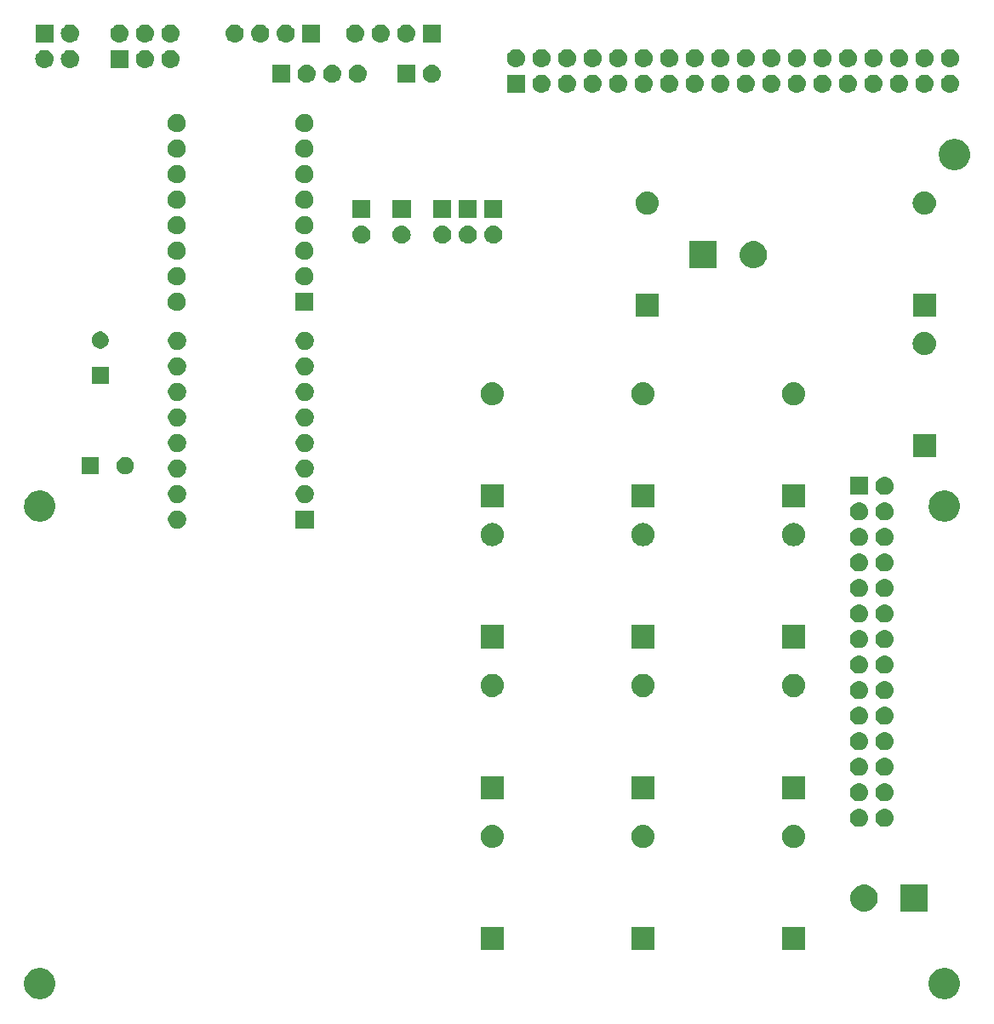
<source format=gbr>
G04 #@! TF.GenerationSoftware,KiCad,Pcbnew,(5.0.1)-3*
G04 #@! TF.CreationDate,2019-11-14T22:06:11-05:00*
G04 #@! TF.ProjectId,pcb_draft1,7063625F6472616674312E6B69636164,rev?*
G04 #@! TF.SameCoordinates,Original*
G04 #@! TF.FileFunction,Soldermask,Bot*
G04 #@! TF.FilePolarity,Negative*
%FSLAX46Y46*%
G04 Gerber Fmt 4.6, Leading zero omitted, Abs format (unit mm)*
G04 Created by KiCad (PCBNEW (5.0.1)-3) date 11/14/2019 10:06:11 PM*
%MOMM*%
%LPD*%
G01*
G04 APERTURE LIST*
%ADD10C,0.100000*%
G04 APERTURE END LIST*
D10*
G36*
X120352527Y-110988736D02*
X120452410Y-111008604D01*
X120734674Y-111125521D01*
X120988705Y-111295259D01*
X121204741Y-111511295D01*
X121374479Y-111765326D01*
X121491396Y-112047590D01*
X121551000Y-112347240D01*
X121551000Y-112652760D01*
X121491396Y-112952410D01*
X121374479Y-113234674D01*
X121204741Y-113488705D01*
X120988705Y-113704741D01*
X120734674Y-113874479D01*
X120452410Y-113991396D01*
X120352527Y-114011264D01*
X120152762Y-114051000D01*
X119847238Y-114051000D01*
X119647473Y-114011264D01*
X119547590Y-113991396D01*
X119265326Y-113874479D01*
X119011295Y-113704741D01*
X118795259Y-113488705D01*
X118625521Y-113234674D01*
X118508604Y-112952410D01*
X118449000Y-112652760D01*
X118449000Y-112347240D01*
X118508604Y-112047590D01*
X118625521Y-111765326D01*
X118795259Y-111511295D01*
X119011295Y-111295259D01*
X119265326Y-111125521D01*
X119547590Y-111008604D01*
X119647473Y-110988736D01*
X119847238Y-110949000D01*
X120152762Y-110949000D01*
X120352527Y-110988736D01*
X120352527Y-110988736D01*
G37*
G36*
X30352527Y-110988736D02*
X30452410Y-111008604D01*
X30734674Y-111125521D01*
X30988705Y-111295259D01*
X31204741Y-111511295D01*
X31374479Y-111765326D01*
X31491396Y-112047590D01*
X31551000Y-112347240D01*
X31551000Y-112652760D01*
X31491396Y-112952410D01*
X31374479Y-113234674D01*
X31204741Y-113488705D01*
X30988705Y-113704741D01*
X30734674Y-113874479D01*
X30452410Y-113991396D01*
X30352527Y-114011264D01*
X30152762Y-114051000D01*
X29847238Y-114051000D01*
X29647473Y-114011264D01*
X29547590Y-113991396D01*
X29265326Y-113874479D01*
X29011295Y-113704741D01*
X28795259Y-113488705D01*
X28625521Y-113234674D01*
X28508604Y-112952410D01*
X28449000Y-112652760D01*
X28449000Y-112347240D01*
X28508604Y-112047590D01*
X28625521Y-111765326D01*
X28795259Y-111511295D01*
X29011295Y-111295259D01*
X29265326Y-111125521D01*
X29547590Y-111008604D01*
X29647473Y-110988736D01*
X29847238Y-110949000D01*
X30152762Y-110949000D01*
X30352527Y-110988736D01*
X30352527Y-110988736D01*
G37*
G36*
X91151000Y-109151000D02*
X88849000Y-109151000D01*
X88849000Y-106849000D01*
X91151000Y-106849000D01*
X91151000Y-109151000D01*
X91151000Y-109151000D01*
G37*
G36*
X76151000Y-109151000D02*
X73849000Y-109151000D01*
X73849000Y-106849000D01*
X76151000Y-106849000D01*
X76151000Y-109151000D01*
X76151000Y-109151000D01*
G37*
G36*
X106151000Y-109151000D02*
X103849000Y-109151000D01*
X103849000Y-106849000D01*
X106151000Y-106849000D01*
X106151000Y-109151000D01*
X106151000Y-109151000D01*
G37*
G36*
X118351000Y-105351000D02*
X115649000Y-105351000D01*
X115649000Y-102649000D01*
X118351000Y-102649000D01*
X118351000Y-105351000D01*
X118351000Y-105351000D01*
G37*
G36*
X112263567Y-102674959D02*
X112394072Y-102700918D01*
X112639939Y-102802759D01*
X112860464Y-102950110D01*
X112861215Y-102950612D01*
X113049388Y-103138785D01*
X113049390Y-103138788D01*
X113197241Y-103360061D01*
X113299082Y-103605928D01*
X113351000Y-103866938D01*
X113351000Y-104133062D01*
X113299082Y-104394072D01*
X113197241Y-104639939D01*
X113049890Y-104860464D01*
X113049388Y-104861215D01*
X112861215Y-105049388D01*
X112861212Y-105049390D01*
X112639939Y-105197241D01*
X112394072Y-105299082D01*
X112263567Y-105325041D01*
X112133063Y-105351000D01*
X111866937Y-105351000D01*
X111736433Y-105325041D01*
X111605928Y-105299082D01*
X111360061Y-105197241D01*
X111138788Y-105049390D01*
X111138785Y-105049388D01*
X110950612Y-104861215D01*
X110950110Y-104860464D01*
X110802759Y-104639939D01*
X110700918Y-104394072D01*
X110649000Y-104133062D01*
X110649000Y-103866938D01*
X110700918Y-103605928D01*
X110802759Y-103360061D01*
X110950610Y-103138788D01*
X110950612Y-103138785D01*
X111138785Y-102950612D01*
X111139536Y-102950110D01*
X111360061Y-102802759D01*
X111605928Y-102700918D01*
X111736433Y-102674959D01*
X111866937Y-102649000D01*
X112133063Y-102649000D01*
X112263567Y-102674959D01*
X112263567Y-102674959D01*
G37*
G36*
X75124180Y-96695662D02*
X75225635Y-96705654D01*
X75442600Y-96771470D01*
X75442602Y-96771471D01*
X75442605Y-96771472D01*
X75642556Y-96878347D01*
X75817818Y-97022182D01*
X75961653Y-97197444D01*
X76068528Y-97397395D01*
X76068529Y-97397398D01*
X76068530Y-97397400D01*
X76134346Y-97614365D01*
X76156569Y-97840000D01*
X76134346Y-98065635D01*
X76068530Y-98282600D01*
X76068528Y-98282605D01*
X75961653Y-98482556D01*
X75817818Y-98657818D01*
X75642556Y-98801653D01*
X75442605Y-98908528D01*
X75442602Y-98908529D01*
X75442600Y-98908530D01*
X75225635Y-98974346D01*
X75124180Y-98984338D01*
X75056545Y-98991000D01*
X74943455Y-98991000D01*
X74875820Y-98984338D01*
X74774365Y-98974346D01*
X74557400Y-98908530D01*
X74557398Y-98908529D01*
X74557395Y-98908528D01*
X74357444Y-98801653D01*
X74182182Y-98657818D01*
X74038347Y-98482556D01*
X73931472Y-98282605D01*
X73931470Y-98282600D01*
X73865654Y-98065635D01*
X73843431Y-97840000D01*
X73865654Y-97614365D01*
X73931470Y-97397400D01*
X73931471Y-97397398D01*
X73931472Y-97397395D01*
X74038347Y-97197444D01*
X74182182Y-97022182D01*
X74357444Y-96878347D01*
X74557395Y-96771472D01*
X74557398Y-96771471D01*
X74557400Y-96771470D01*
X74774365Y-96705654D01*
X74875820Y-96695662D01*
X74943455Y-96689000D01*
X75056545Y-96689000D01*
X75124180Y-96695662D01*
X75124180Y-96695662D01*
G37*
G36*
X90124180Y-96695662D02*
X90225635Y-96705654D01*
X90442600Y-96771470D01*
X90442602Y-96771471D01*
X90442605Y-96771472D01*
X90642556Y-96878347D01*
X90817818Y-97022182D01*
X90961653Y-97197444D01*
X91068528Y-97397395D01*
X91068529Y-97397398D01*
X91068530Y-97397400D01*
X91134346Y-97614365D01*
X91156569Y-97840000D01*
X91134346Y-98065635D01*
X91068530Y-98282600D01*
X91068528Y-98282605D01*
X90961653Y-98482556D01*
X90817818Y-98657818D01*
X90642556Y-98801653D01*
X90442605Y-98908528D01*
X90442602Y-98908529D01*
X90442600Y-98908530D01*
X90225635Y-98974346D01*
X90124180Y-98984338D01*
X90056545Y-98991000D01*
X89943455Y-98991000D01*
X89875820Y-98984338D01*
X89774365Y-98974346D01*
X89557400Y-98908530D01*
X89557398Y-98908529D01*
X89557395Y-98908528D01*
X89357444Y-98801653D01*
X89182182Y-98657818D01*
X89038347Y-98482556D01*
X88931472Y-98282605D01*
X88931470Y-98282600D01*
X88865654Y-98065635D01*
X88843431Y-97840000D01*
X88865654Y-97614365D01*
X88931470Y-97397400D01*
X88931471Y-97397398D01*
X88931472Y-97397395D01*
X89038347Y-97197444D01*
X89182182Y-97022182D01*
X89357444Y-96878347D01*
X89557395Y-96771472D01*
X89557398Y-96771471D01*
X89557400Y-96771470D01*
X89774365Y-96705654D01*
X89875820Y-96695662D01*
X89943455Y-96689000D01*
X90056545Y-96689000D01*
X90124180Y-96695662D01*
X90124180Y-96695662D01*
G37*
G36*
X105124180Y-96695662D02*
X105225635Y-96705654D01*
X105442600Y-96771470D01*
X105442602Y-96771471D01*
X105442605Y-96771472D01*
X105642556Y-96878347D01*
X105817818Y-97022182D01*
X105961653Y-97197444D01*
X106068528Y-97397395D01*
X106068529Y-97397398D01*
X106068530Y-97397400D01*
X106134346Y-97614365D01*
X106156569Y-97840000D01*
X106134346Y-98065635D01*
X106068530Y-98282600D01*
X106068528Y-98282605D01*
X105961653Y-98482556D01*
X105817818Y-98657818D01*
X105642556Y-98801653D01*
X105442605Y-98908528D01*
X105442602Y-98908529D01*
X105442600Y-98908530D01*
X105225635Y-98974346D01*
X105124180Y-98984338D01*
X105056545Y-98991000D01*
X104943455Y-98991000D01*
X104875820Y-98984338D01*
X104774365Y-98974346D01*
X104557400Y-98908530D01*
X104557398Y-98908529D01*
X104557395Y-98908528D01*
X104357444Y-98801653D01*
X104182182Y-98657818D01*
X104038347Y-98482556D01*
X103931472Y-98282605D01*
X103931470Y-98282600D01*
X103865654Y-98065635D01*
X103843431Y-97840000D01*
X103865654Y-97614365D01*
X103931470Y-97397400D01*
X103931471Y-97397398D01*
X103931472Y-97397395D01*
X104038347Y-97197444D01*
X104182182Y-97022182D01*
X104357444Y-96878347D01*
X104557395Y-96771472D01*
X104557398Y-96771471D01*
X104557400Y-96771470D01*
X104774365Y-96705654D01*
X104875820Y-96695662D01*
X104943455Y-96689000D01*
X105056545Y-96689000D01*
X105124180Y-96695662D01*
X105124180Y-96695662D01*
G37*
G36*
X114150442Y-95125518D02*
X114216627Y-95132037D01*
X114329853Y-95166384D01*
X114386467Y-95183557D01*
X114525087Y-95257652D01*
X114542991Y-95267222D01*
X114578729Y-95296552D01*
X114680186Y-95379814D01*
X114763448Y-95481271D01*
X114792778Y-95517009D01*
X114792779Y-95517011D01*
X114876443Y-95673533D01*
X114876443Y-95673534D01*
X114927963Y-95843373D01*
X114945359Y-96020000D01*
X114927963Y-96196627D01*
X114893616Y-96309853D01*
X114876443Y-96366467D01*
X114802348Y-96505087D01*
X114792778Y-96522991D01*
X114763448Y-96558729D01*
X114680186Y-96660186D01*
X114578729Y-96743448D01*
X114542991Y-96772778D01*
X114542989Y-96772779D01*
X114386467Y-96856443D01*
X114329853Y-96873616D01*
X114216627Y-96907963D01*
X114150443Y-96914481D01*
X114084260Y-96921000D01*
X113995740Y-96921000D01*
X113929557Y-96914481D01*
X113863373Y-96907963D01*
X113750147Y-96873616D01*
X113693533Y-96856443D01*
X113537011Y-96772779D01*
X113537009Y-96772778D01*
X113501271Y-96743448D01*
X113399814Y-96660186D01*
X113316552Y-96558729D01*
X113287222Y-96522991D01*
X113277652Y-96505087D01*
X113203557Y-96366467D01*
X113186384Y-96309853D01*
X113152037Y-96196627D01*
X113134641Y-96020000D01*
X113152037Y-95843373D01*
X113203557Y-95673534D01*
X113203557Y-95673533D01*
X113287221Y-95517011D01*
X113287222Y-95517009D01*
X113316552Y-95481271D01*
X113399814Y-95379814D01*
X113501271Y-95296552D01*
X113537009Y-95267222D01*
X113554913Y-95257652D01*
X113693533Y-95183557D01*
X113750147Y-95166384D01*
X113863373Y-95132037D01*
X113929558Y-95125518D01*
X113995740Y-95119000D01*
X114084260Y-95119000D01*
X114150442Y-95125518D01*
X114150442Y-95125518D01*
G37*
G36*
X111610442Y-95125518D02*
X111676627Y-95132037D01*
X111789853Y-95166384D01*
X111846467Y-95183557D01*
X111985087Y-95257652D01*
X112002991Y-95267222D01*
X112038729Y-95296552D01*
X112140186Y-95379814D01*
X112223448Y-95481271D01*
X112252778Y-95517009D01*
X112252779Y-95517011D01*
X112336443Y-95673533D01*
X112336443Y-95673534D01*
X112387963Y-95843373D01*
X112405359Y-96020000D01*
X112387963Y-96196627D01*
X112353616Y-96309853D01*
X112336443Y-96366467D01*
X112262348Y-96505087D01*
X112252778Y-96522991D01*
X112223448Y-96558729D01*
X112140186Y-96660186D01*
X112038729Y-96743448D01*
X112002991Y-96772778D01*
X112002989Y-96772779D01*
X111846467Y-96856443D01*
X111789853Y-96873616D01*
X111676627Y-96907963D01*
X111610443Y-96914481D01*
X111544260Y-96921000D01*
X111455740Y-96921000D01*
X111389557Y-96914481D01*
X111323373Y-96907963D01*
X111210147Y-96873616D01*
X111153533Y-96856443D01*
X110997011Y-96772779D01*
X110997009Y-96772778D01*
X110961271Y-96743448D01*
X110859814Y-96660186D01*
X110776552Y-96558729D01*
X110747222Y-96522991D01*
X110737652Y-96505087D01*
X110663557Y-96366467D01*
X110646384Y-96309853D01*
X110612037Y-96196627D01*
X110594641Y-96020000D01*
X110612037Y-95843373D01*
X110663557Y-95673534D01*
X110663557Y-95673533D01*
X110747221Y-95517011D01*
X110747222Y-95517009D01*
X110776552Y-95481271D01*
X110859814Y-95379814D01*
X110961271Y-95296552D01*
X110997009Y-95267222D01*
X111014913Y-95257652D01*
X111153533Y-95183557D01*
X111210147Y-95166384D01*
X111323373Y-95132037D01*
X111389558Y-95125518D01*
X111455740Y-95119000D01*
X111544260Y-95119000D01*
X111610442Y-95125518D01*
X111610442Y-95125518D01*
G37*
G36*
X114150443Y-92585519D02*
X114216627Y-92592037D01*
X114329853Y-92626384D01*
X114386467Y-92643557D01*
X114525087Y-92717652D01*
X114542991Y-92727222D01*
X114578729Y-92756552D01*
X114680186Y-92839814D01*
X114763448Y-92941271D01*
X114792778Y-92977009D01*
X114792779Y-92977011D01*
X114876443Y-93133533D01*
X114876443Y-93133534D01*
X114927963Y-93303373D01*
X114945359Y-93480000D01*
X114927963Y-93656627D01*
X114893616Y-93769853D01*
X114876443Y-93826467D01*
X114802348Y-93965087D01*
X114792778Y-93982991D01*
X114763448Y-94018729D01*
X114680186Y-94120186D01*
X114578729Y-94203448D01*
X114542991Y-94232778D01*
X114542989Y-94232779D01*
X114386467Y-94316443D01*
X114329853Y-94333616D01*
X114216627Y-94367963D01*
X114150442Y-94374482D01*
X114084260Y-94381000D01*
X113995740Y-94381000D01*
X113929558Y-94374482D01*
X113863373Y-94367963D01*
X113750147Y-94333616D01*
X113693533Y-94316443D01*
X113537011Y-94232779D01*
X113537009Y-94232778D01*
X113501271Y-94203448D01*
X113399814Y-94120186D01*
X113316552Y-94018729D01*
X113287222Y-93982991D01*
X113277652Y-93965087D01*
X113203557Y-93826467D01*
X113186384Y-93769853D01*
X113152037Y-93656627D01*
X113134641Y-93480000D01*
X113152037Y-93303373D01*
X113203557Y-93133534D01*
X113203557Y-93133533D01*
X113287221Y-92977011D01*
X113287222Y-92977009D01*
X113316552Y-92941271D01*
X113399814Y-92839814D01*
X113501271Y-92756552D01*
X113537009Y-92727222D01*
X113554913Y-92717652D01*
X113693533Y-92643557D01*
X113750147Y-92626384D01*
X113863373Y-92592037D01*
X113929557Y-92585519D01*
X113995740Y-92579000D01*
X114084260Y-92579000D01*
X114150443Y-92585519D01*
X114150443Y-92585519D01*
G37*
G36*
X111610443Y-92585519D02*
X111676627Y-92592037D01*
X111789853Y-92626384D01*
X111846467Y-92643557D01*
X111985087Y-92717652D01*
X112002991Y-92727222D01*
X112038729Y-92756552D01*
X112140186Y-92839814D01*
X112223448Y-92941271D01*
X112252778Y-92977009D01*
X112252779Y-92977011D01*
X112336443Y-93133533D01*
X112336443Y-93133534D01*
X112387963Y-93303373D01*
X112405359Y-93480000D01*
X112387963Y-93656627D01*
X112353616Y-93769853D01*
X112336443Y-93826467D01*
X112262348Y-93965087D01*
X112252778Y-93982991D01*
X112223448Y-94018729D01*
X112140186Y-94120186D01*
X112038729Y-94203448D01*
X112002991Y-94232778D01*
X112002989Y-94232779D01*
X111846467Y-94316443D01*
X111789853Y-94333616D01*
X111676627Y-94367963D01*
X111610442Y-94374482D01*
X111544260Y-94381000D01*
X111455740Y-94381000D01*
X111389558Y-94374482D01*
X111323373Y-94367963D01*
X111210147Y-94333616D01*
X111153533Y-94316443D01*
X110997011Y-94232779D01*
X110997009Y-94232778D01*
X110961271Y-94203448D01*
X110859814Y-94120186D01*
X110776552Y-94018729D01*
X110747222Y-93982991D01*
X110737652Y-93965087D01*
X110663557Y-93826467D01*
X110646384Y-93769853D01*
X110612037Y-93656627D01*
X110594641Y-93480000D01*
X110612037Y-93303373D01*
X110663557Y-93133534D01*
X110663557Y-93133533D01*
X110747221Y-92977011D01*
X110747222Y-92977009D01*
X110776552Y-92941271D01*
X110859814Y-92839814D01*
X110961271Y-92756552D01*
X110997009Y-92727222D01*
X111014913Y-92717652D01*
X111153533Y-92643557D01*
X111210147Y-92626384D01*
X111323373Y-92592037D01*
X111389557Y-92585519D01*
X111455740Y-92579000D01*
X111544260Y-92579000D01*
X111610443Y-92585519D01*
X111610443Y-92585519D01*
G37*
G36*
X76151000Y-94151000D02*
X73849000Y-94151000D01*
X73849000Y-91849000D01*
X76151000Y-91849000D01*
X76151000Y-94151000D01*
X76151000Y-94151000D01*
G37*
G36*
X106151000Y-94151000D02*
X103849000Y-94151000D01*
X103849000Y-91849000D01*
X106151000Y-91849000D01*
X106151000Y-94151000D01*
X106151000Y-94151000D01*
G37*
G36*
X91151000Y-94151000D02*
X88849000Y-94151000D01*
X88849000Y-91849000D01*
X91151000Y-91849000D01*
X91151000Y-94151000D01*
X91151000Y-94151000D01*
G37*
G36*
X111610442Y-90045518D02*
X111676627Y-90052037D01*
X111789853Y-90086384D01*
X111846467Y-90103557D01*
X111985087Y-90177652D01*
X112002991Y-90187222D01*
X112038729Y-90216552D01*
X112140186Y-90299814D01*
X112223448Y-90401271D01*
X112252778Y-90437009D01*
X112252779Y-90437011D01*
X112336443Y-90593533D01*
X112336443Y-90593534D01*
X112387963Y-90763373D01*
X112405359Y-90940000D01*
X112387963Y-91116627D01*
X112353616Y-91229853D01*
X112336443Y-91286467D01*
X112262348Y-91425087D01*
X112252778Y-91442991D01*
X112223448Y-91478729D01*
X112140186Y-91580186D01*
X112038729Y-91663448D01*
X112002991Y-91692778D01*
X112002989Y-91692779D01*
X111846467Y-91776443D01*
X111789853Y-91793616D01*
X111676627Y-91827963D01*
X111610442Y-91834482D01*
X111544260Y-91841000D01*
X111455740Y-91841000D01*
X111389558Y-91834482D01*
X111323373Y-91827963D01*
X111210147Y-91793616D01*
X111153533Y-91776443D01*
X110997011Y-91692779D01*
X110997009Y-91692778D01*
X110961271Y-91663448D01*
X110859814Y-91580186D01*
X110776552Y-91478729D01*
X110747222Y-91442991D01*
X110737652Y-91425087D01*
X110663557Y-91286467D01*
X110646384Y-91229853D01*
X110612037Y-91116627D01*
X110594641Y-90940000D01*
X110612037Y-90763373D01*
X110663557Y-90593534D01*
X110663557Y-90593533D01*
X110747221Y-90437011D01*
X110747222Y-90437009D01*
X110776552Y-90401271D01*
X110859814Y-90299814D01*
X110961271Y-90216552D01*
X110997009Y-90187222D01*
X111014913Y-90177652D01*
X111153533Y-90103557D01*
X111210147Y-90086384D01*
X111323373Y-90052037D01*
X111389558Y-90045518D01*
X111455740Y-90039000D01*
X111544260Y-90039000D01*
X111610442Y-90045518D01*
X111610442Y-90045518D01*
G37*
G36*
X114150442Y-90045518D02*
X114216627Y-90052037D01*
X114329853Y-90086384D01*
X114386467Y-90103557D01*
X114525087Y-90177652D01*
X114542991Y-90187222D01*
X114578729Y-90216552D01*
X114680186Y-90299814D01*
X114763448Y-90401271D01*
X114792778Y-90437009D01*
X114792779Y-90437011D01*
X114876443Y-90593533D01*
X114876443Y-90593534D01*
X114927963Y-90763373D01*
X114945359Y-90940000D01*
X114927963Y-91116627D01*
X114893616Y-91229853D01*
X114876443Y-91286467D01*
X114802348Y-91425087D01*
X114792778Y-91442991D01*
X114763448Y-91478729D01*
X114680186Y-91580186D01*
X114578729Y-91663448D01*
X114542991Y-91692778D01*
X114542989Y-91692779D01*
X114386467Y-91776443D01*
X114329853Y-91793616D01*
X114216627Y-91827963D01*
X114150442Y-91834482D01*
X114084260Y-91841000D01*
X113995740Y-91841000D01*
X113929558Y-91834482D01*
X113863373Y-91827963D01*
X113750147Y-91793616D01*
X113693533Y-91776443D01*
X113537011Y-91692779D01*
X113537009Y-91692778D01*
X113501271Y-91663448D01*
X113399814Y-91580186D01*
X113316552Y-91478729D01*
X113287222Y-91442991D01*
X113277652Y-91425087D01*
X113203557Y-91286467D01*
X113186384Y-91229853D01*
X113152037Y-91116627D01*
X113134641Y-90940000D01*
X113152037Y-90763373D01*
X113203557Y-90593534D01*
X113203557Y-90593533D01*
X113287221Y-90437011D01*
X113287222Y-90437009D01*
X113316552Y-90401271D01*
X113399814Y-90299814D01*
X113501271Y-90216552D01*
X113537009Y-90187222D01*
X113554913Y-90177652D01*
X113693533Y-90103557D01*
X113750147Y-90086384D01*
X113863373Y-90052037D01*
X113929558Y-90045518D01*
X113995740Y-90039000D01*
X114084260Y-90039000D01*
X114150442Y-90045518D01*
X114150442Y-90045518D01*
G37*
G36*
X111610442Y-87505518D02*
X111676627Y-87512037D01*
X111789853Y-87546384D01*
X111846467Y-87563557D01*
X111985087Y-87637652D01*
X112002991Y-87647222D01*
X112038729Y-87676552D01*
X112140186Y-87759814D01*
X112223448Y-87861271D01*
X112252778Y-87897009D01*
X112252779Y-87897011D01*
X112336443Y-88053533D01*
X112336443Y-88053534D01*
X112387963Y-88223373D01*
X112405359Y-88400000D01*
X112387963Y-88576627D01*
X112353616Y-88689853D01*
X112336443Y-88746467D01*
X112262348Y-88885087D01*
X112252778Y-88902991D01*
X112223448Y-88938729D01*
X112140186Y-89040186D01*
X112038729Y-89123448D01*
X112002991Y-89152778D01*
X112002989Y-89152779D01*
X111846467Y-89236443D01*
X111789853Y-89253616D01*
X111676627Y-89287963D01*
X111610443Y-89294481D01*
X111544260Y-89301000D01*
X111455740Y-89301000D01*
X111389557Y-89294481D01*
X111323373Y-89287963D01*
X111210147Y-89253616D01*
X111153533Y-89236443D01*
X110997011Y-89152779D01*
X110997009Y-89152778D01*
X110961271Y-89123448D01*
X110859814Y-89040186D01*
X110776552Y-88938729D01*
X110747222Y-88902991D01*
X110737652Y-88885087D01*
X110663557Y-88746467D01*
X110646384Y-88689853D01*
X110612037Y-88576627D01*
X110594641Y-88400000D01*
X110612037Y-88223373D01*
X110663557Y-88053534D01*
X110663557Y-88053533D01*
X110747221Y-87897011D01*
X110747222Y-87897009D01*
X110776552Y-87861271D01*
X110859814Y-87759814D01*
X110961271Y-87676552D01*
X110997009Y-87647222D01*
X111014913Y-87637652D01*
X111153533Y-87563557D01*
X111210147Y-87546384D01*
X111323373Y-87512037D01*
X111389558Y-87505518D01*
X111455740Y-87499000D01*
X111544260Y-87499000D01*
X111610442Y-87505518D01*
X111610442Y-87505518D01*
G37*
G36*
X114150442Y-87505518D02*
X114216627Y-87512037D01*
X114329853Y-87546384D01*
X114386467Y-87563557D01*
X114525087Y-87637652D01*
X114542991Y-87647222D01*
X114578729Y-87676552D01*
X114680186Y-87759814D01*
X114763448Y-87861271D01*
X114792778Y-87897009D01*
X114792779Y-87897011D01*
X114876443Y-88053533D01*
X114876443Y-88053534D01*
X114927963Y-88223373D01*
X114945359Y-88400000D01*
X114927963Y-88576627D01*
X114893616Y-88689853D01*
X114876443Y-88746467D01*
X114802348Y-88885087D01*
X114792778Y-88902991D01*
X114763448Y-88938729D01*
X114680186Y-89040186D01*
X114578729Y-89123448D01*
X114542991Y-89152778D01*
X114542989Y-89152779D01*
X114386467Y-89236443D01*
X114329853Y-89253616D01*
X114216627Y-89287963D01*
X114150443Y-89294481D01*
X114084260Y-89301000D01*
X113995740Y-89301000D01*
X113929557Y-89294481D01*
X113863373Y-89287963D01*
X113750147Y-89253616D01*
X113693533Y-89236443D01*
X113537011Y-89152779D01*
X113537009Y-89152778D01*
X113501271Y-89123448D01*
X113399814Y-89040186D01*
X113316552Y-88938729D01*
X113287222Y-88902991D01*
X113277652Y-88885087D01*
X113203557Y-88746467D01*
X113186384Y-88689853D01*
X113152037Y-88576627D01*
X113134641Y-88400000D01*
X113152037Y-88223373D01*
X113203557Y-88053534D01*
X113203557Y-88053533D01*
X113287221Y-87897011D01*
X113287222Y-87897009D01*
X113316552Y-87861271D01*
X113399814Y-87759814D01*
X113501271Y-87676552D01*
X113537009Y-87647222D01*
X113554913Y-87637652D01*
X113693533Y-87563557D01*
X113750147Y-87546384D01*
X113863373Y-87512037D01*
X113929558Y-87505518D01*
X113995740Y-87499000D01*
X114084260Y-87499000D01*
X114150442Y-87505518D01*
X114150442Y-87505518D01*
G37*
G36*
X114150443Y-84965519D02*
X114216627Y-84972037D01*
X114329853Y-85006384D01*
X114386467Y-85023557D01*
X114525087Y-85097652D01*
X114542991Y-85107222D01*
X114578729Y-85136552D01*
X114680186Y-85219814D01*
X114763448Y-85321271D01*
X114792778Y-85357009D01*
X114792779Y-85357011D01*
X114876443Y-85513533D01*
X114876443Y-85513534D01*
X114927963Y-85683373D01*
X114945359Y-85860000D01*
X114927963Y-86036627D01*
X114893616Y-86149853D01*
X114876443Y-86206467D01*
X114802348Y-86345087D01*
X114792778Y-86362991D01*
X114763448Y-86398729D01*
X114680186Y-86500186D01*
X114578729Y-86583448D01*
X114542991Y-86612778D01*
X114542989Y-86612779D01*
X114386467Y-86696443D01*
X114329853Y-86713616D01*
X114216627Y-86747963D01*
X114150443Y-86754481D01*
X114084260Y-86761000D01*
X113995740Y-86761000D01*
X113929557Y-86754481D01*
X113863373Y-86747963D01*
X113750147Y-86713616D01*
X113693533Y-86696443D01*
X113537011Y-86612779D01*
X113537009Y-86612778D01*
X113501271Y-86583448D01*
X113399814Y-86500186D01*
X113316552Y-86398729D01*
X113287222Y-86362991D01*
X113277652Y-86345087D01*
X113203557Y-86206467D01*
X113186384Y-86149853D01*
X113152037Y-86036627D01*
X113134641Y-85860000D01*
X113152037Y-85683373D01*
X113203557Y-85513534D01*
X113203557Y-85513533D01*
X113287221Y-85357011D01*
X113287222Y-85357009D01*
X113316552Y-85321271D01*
X113399814Y-85219814D01*
X113501271Y-85136552D01*
X113537009Y-85107222D01*
X113554913Y-85097652D01*
X113693533Y-85023557D01*
X113750147Y-85006384D01*
X113863373Y-84972037D01*
X113929557Y-84965519D01*
X113995740Y-84959000D01*
X114084260Y-84959000D01*
X114150443Y-84965519D01*
X114150443Y-84965519D01*
G37*
G36*
X111610443Y-84965519D02*
X111676627Y-84972037D01*
X111789853Y-85006384D01*
X111846467Y-85023557D01*
X111985087Y-85097652D01*
X112002991Y-85107222D01*
X112038729Y-85136552D01*
X112140186Y-85219814D01*
X112223448Y-85321271D01*
X112252778Y-85357009D01*
X112252779Y-85357011D01*
X112336443Y-85513533D01*
X112336443Y-85513534D01*
X112387963Y-85683373D01*
X112405359Y-85860000D01*
X112387963Y-86036627D01*
X112353616Y-86149853D01*
X112336443Y-86206467D01*
X112262348Y-86345087D01*
X112252778Y-86362991D01*
X112223448Y-86398729D01*
X112140186Y-86500186D01*
X112038729Y-86583448D01*
X112002991Y-86612778D01*
X112002989Y-86612779D01*
X111846467Y-86696443D01*
X111789853Y-86713616D01*
X111676627Y-86747963D01*
X111610443Y-86754481D01*
X111544260Y-86761000D01*
X111455740Y-86761000D01*
X111389557Y-86754481D01*
X111323373Y-86747963D01*
X111210147Y-86713616D01*
X111153533Y-86696443D01*
X110997011Y-86612779D01*
X110997009Y-86612778D01*
X110961271Y-86583448D01*
X110859814Y-86500186D01*
X110776552Y-86398729D01*
X110747222Y-86362991D01*
X110737652Y-86345087D01*
X110663557Y-86206467D01*
X110646384Y-86149853D01*
X110612037Y-86036627D01*
X110594641Y-85860000D01*
X110612037Y-85683373D01*
X110663557Y-85513534D01*
X110663557Y-85513533D01*
X110747221Y-85357011D01*
X110747222Y-85357009D01*
X110776552Y-85321271D01*
X110859814Y-85219814D01*
X110961271Y-85136552D01*
X110997009Y-85107222D01*
X111014913Y-85097652D01*
X111153533Y-85023557D01*
X111210147Y-85006384D01*
X111323373Y-84972037D01*
X111389557Y-84965519D01*
X111455740Y-84959000D01*
X111544260Y-84959000D01*
X111610443Y-84965519D01*
X111610443Y-84965519D01*
G37*
G36*
X114150443Y-82425519D02*
X114216627Y-82432037D01*
X114329853Y-82466384D01*
X114386467Y-82483557D01*
X114525087Y-82557652D01*
X114542991Y-82567222D01*
X114578729Y-82596552D01*
X114680186Y-82679814D01*
X114763448Y-82781271D01*
X114792778Y-82817009D01*
X114792779Y-82817011D01*
X114876443Y-82973533D01*
X114876443Y-82973534D01*
X114927963Y-83143373D01*
X114945359Y-83320000D01*
X114927963Y-83496627D01*
X114893616Y-83609853D01*
X114876443Y-83666467D01*
X114804184Y-83801652D01*
X114792778Y-83822991D01*
X114763448Y-83858729D01*
X114680186Y-83960186D01*
X114578729Y-84043448D01*
X114542991Y-84072778D01*
X114542989Y-84072779D01*
X114386467Y-84156443D01*
X114329853Y-84173616D01*
X114216627Y-84207963D01*
X114150442Y-84214482D01*
X114084260Y-84221000D01*
X113995740Y-84221000D01*
X113929558Y-84214482D01*
X113863373Y-84207963D01*
X113750147Y-84173616D01*
X113693533Y-84156443D01*
X113537011Y-84072779D01*
X113537009Y-84072778D01*
X113501271Y-84043448D01*
X113399814Y-83960186D01*
X113316552Y-83858729D01*
X113287222Y-83822991D01*
X113275816Y-83801652D01*
X113203557Y-83666467D01*
X113186384Y-83609853D01*
X113152037Y-83496627D01*
X113134641Y-83320000D01*
X113152037Y-83143373D01*
X113203557Y-82973534D01*
X113203557Y-82973533D01*
X113287221Y-82817011D01*
X113287222Y-82817009D01*
X113316552Y-82781271D01*
X113399814Y-82679814D01*
X113501271Y-82596552D01*
X113537009Y-82567222D01*
X113554913Y-82557652D01*
X113693533Y-82483557D01*
X113750147Y-82466384D01*
X113863373Y-82432037D01*
X113929557Y-82425519D01*
X113995740Y-82419000D01*
X114084260Y-82419000D01*
X114150443Y-82425519D01*
X114150443Y-82425519D01*
G37*
G36*
X111610443Y-82425519D02*
X111676627Y-82432037D01*
X111789853Y-82466384D01*
X111846467Y-82483557D01*
X111985087Y-82557652D01*
X112002991Y-82567222D01*
X112038729Y-82596552D01*
X112140186Y-82679814D01*
X112223448Y-82781271D01*
X112252778Y-82817009D01*
X112252779Y-82817011D01*
X112336443Y-82973533D01*
X112336443Y-82973534D01*
X112387963Y-83143373D01*
X112405359Y-83320000D01*
X112387963Y-83496627D01*
X112353616Y-83609853D01*
X112336443Y-83666467D01*
X112264184Y-83801652D01*
X112252778Y-83822991D01*
X112223448Y-83858729D01*
X112140186Y-83960186D01*
X112038729Y-84043448D01*
X112002991Y-84072778D01*
X112002989Y-84072779D01*
X111846467Y-84156443D01*
X111789853Y-84173616D01*
X111676627Y-84207963D01*
X111610442Y-84214482D01*
X111544260Y-84221000D01*
X111455740Y-84221000D01*
X111389558Y-84214482D01*
X111323373Y-84207963D01*
X111210147Y-84173616D01*
X111153533Y-84156443D01*
X110997011Y-84072779D01*
X110997009Y-84072778D01*
X110961271Y-84043448D01*
X110859814Y-83960186D01*
X110776552Y-83858729D01*
X110747222Y-83822991D01*
X110735816Y-83801652D01*
X110663557Y-83666467D01*
X110646384Y-83609853D01*
X110612037Y-83496627D01*
X110594641Y-83320000D01*
X110612037Y-83143373D01*
X110663557Y-82973534D01*
X110663557Y-82973533D01*
X110747221Y-82817011D01*
X110747222Y-82817009D01*
X110776552Y-82781271D01*
X110859814Y-82679814D01*
X110961271Y-82596552D01*
X110997009Y-82567222D01*
X111014913Y-82557652D01*
X111153533Y-82483557D01*
X111210147Y-82466384D01*
X111323373Y-82432037D01*
X111389557Y-82425519D01*
X111455740Y-82419000D01*
X111544260Y-82419000D01*
X111610443Y-82425519D01*
X111610443Y-82425519D01*
G37*
G36*
X90124180Y-81695662D02*
X90225635Y-81705654D01*
X90442600Y-81771470D01*
X90442602Y-81771471D01*
X90442605Y-81771472D01*
X90642556Y-81878347D01*
X90817818Y-82022182D01*
X90961653Y-82197444D01*
X91068528Y-82397395D01*
X91068529Y-82397398D01*
X91068530Y-82397400D01*
X91134346Y-82614365D01*
X91156569Y-82840000D01*
X91134346Y-83065635D01*
X91068530Y-83282600D01*
X91068528Y-83282605D01*
X90961653Y-83482556D01*
X90817818Y-83657818D01*
X90642556Y-83801653D01*
X90442605Y-83908528D01*
X90442602Y-83908529D01*
X90442600Y-83908530D01*
X90225635Y-83974346D01*
X90124180Y-83984338D01*
X90056545Y-83991000D01*
X89943455Y-83991000D01*
X89875820Y-83984338D01*
X89774365Y-83974346D01*
X89557400Y-83908530D01*
X89557398Y-83908529D01*
X89557395Y-83908528D01*
X89357444Y-83801653D01*
X89182182Y-83657818D01*
X89038347Y-83482556D01*
X88931472Y-83282605D01*
X88931470Y-83282600D01*
X88865654Y-83065635D01*
X88843431Y-82840000D01*
X88865654Y-82614365D01*
X88931470Y-82397400D01*
X88931471Y-82397398D01*
X88931472Y-82397395D01*
X89038347Y-82197444D01*
X89182182Y-82022182D01*
X89357444Y-81878347D01*
X89557395Y-81771472D01*
X89557398Y-81771471D01*
X89557400Y-81771470D01*
X89774365Y-81705654D01*
X89875820Y-81695662D01*
X89943455Y-81689000D01*
X90056545Y-81689000D01*
X90124180Y-81695662D01*
X90124180Y-81695662D01*
G37*
G36*
X75124180Y-81695662D02*
X75225635Y-81705654D01*
X75442600Y-81771470D01*
X75442602Y-81771471D01*
X75442605Y-81771472D01*
X75642556Y-81878347D01*
X75817818Y-82022182D01*
X75961653Y-82197444D01*
X76068528Y-82397395D01*
X76068529Y-82397398D01*
X76068530Y-82397400D01*
X76134346Y-82614365D01*
X76156569Y-82840000D01*
X76134346Y-83065635D01*
X76068530Y-83282600D01*
X76068528Y-83282605D01*
X75961653Y-83482556D01*
X75817818Y-83657818D01*
X75642556Y-83801653D01*
X75442605Y-83908528D01*
X75442602Y-83908529D01*
X75442600Y-83908530D01*
X75225635Y-83974346D01*
X75124180Y-83984338D01*
X75056545Y-83991000D01*
X74943455Y-83991000D01*
X74875820Y-83984338D01*
X74774365Y-83974346D01*
X74557400Y-83908530D01*
X74557398Y-83908529D01*
X74557395Y-83908528D01*
X74357444Y-83801653D01*
X74182182Y-83657818D01*
X74038347Y-83482556D01*
X73931472Y-83282605D01*
X73931470Y-83282600D01*
X73865654Y-83065635D01*
X73843431Y-82840000D01*
X73865654Y-82614365D01*
X73931470Y-82397400D01*
X73931471Y-82397398D01*
X73931472Y-82397395D01*
X74038347Y-82197444D01*
X74182182Y-82022182D01*
X74357444Y-81878347D01*
X74557395Y-81771472D01*
X74557398Y-81771471D01*
X74557400Y-81771470D01*
X74774365Y-81705654D01*
X74875820Y-81695662D01*
X74943455Y-81689000D01*
X75056545Y-81689000D01*
X75124180Y-81695662D01*
X75124180Y-81695662D01*
G37*
G36*
X105124180Y-81695662D02*
X105225635Y-81705654D01*
X105442600Y-81771470D01*
X105442602Y-81771471D01*
X105442605Y-81771472D01*
X105642556Y-81878347D01*
X105817818Y-82022182D01*
X105961653Y-82197444D01*
X106068528Y-82397395D01*
X106068529Y-82397398D01*
X106068530Y-82397400D01*
X106134346Y-82614365D01*
X106156569Y-82840000D01*
X106134346Y-83065635D01*
X106068530Y-83282600D01*
X106068528Y-83282605D01*
X105961653Y-83482556D01*
X105817818Y-83657818D01*
X105642556Y-83801653D01*
X105442605Y-83908528D01*
X105442602Y-83908529D01*
X105442600Y-83908530D01*
X105225635Y-83974346D01*
X105124180Y-83984338D01*
X105056545Y-83991000D01*
X104943455Y-83991000D01*
X104875820Y-83984338D01*
X104774365Y-83974346D01*
X104557400Y-83908530D01*
X104557398Y-83908529D01*
X104557395Y-83908528D01*
X104357444Y-83801653D01*
X104182182Y-83657818D01*
X104038347Y-83482556D01*
X103931472Y-83282605D01*
X103931470Y-83282600D01*
X103865654Y-83065635D01*
X103843431Y-82840000D01*
X103865654Y-82614365D01*
X103931470Y-82397400D01*
X103931471Y-82397398D01*
X103931472Y-82397395D01*
X104038347Y-82197444D01*
X104182182Y-82022182D01*
X104357444Y-81878347D01*
X104557395Y-81771472D01*
X104557398Y-81771471D01*
X104557400Y-81771470D01*
X104774365Y-81705654D01*
X104875820Y-81695662D01*
X104943455Y-81689000D01*
X105056545Y-81689000D01*
X105124180Y-81695662D01*
X105124180Y-81695662D01*
G37*
G36*
X114150443Y-79885519D02*
X114216627Y-79892037D01*
X114329853Y-79926384D01*
X114386467Y-79943557D01*
X114525087Y-80017652D01*
X114542991Y-80027222D01*
X114578729Y-80056552D01*
X114680186Y-80139814D01*
X114763448Y-80241271D01*
X114792778Y-80277009D01*
X114792779Y-80277011D01*
X114876443Y-80433533D01*
X114876443Y-80433534D01*
X114927963Y-80603373D01*
X114945359Y-80780000D01*
X114927963Y-80956627D01*
X114893616Y-81069853D01*
X114876443Y-81126467D01*
X114802348Y-81265087D01*
X114792778Y-81282991D01*
X114763448Y-81318729D01*
X114680186Y-81420186D01*
X114578729Y-81503448D01*
X114542991Y-81532778D01*
X114542989Y-81532779D01*
X114386467Y-81616443D01*
X114329853Y-81633616D01*
X114216627Y-81667963D01*
X114150443Y-81674481D01*
X114084260Y-81681000D01*
X113995740Y-81681000D01*
X113929557Y-81674481D01*
X113863373Y-81667963D01*
X113750147Y-81633616D01*
X113693533Y-81616443D01*
X113537011Y-81532779D01*
X113537009Y-81532778D01*
X113501271Y-81503448D01*
X113399814Y-81420186D01*
X113316552Y-81318729D01*
X113287222Y-81282991D01*
X113277652Y-81265087D01*
X113203557Y-81126467D01*
X113186384Y-81069853D01*
X113152037Y-80956627D01*
X113134641Y-80780000D01*
X113152037Y-80603373D01*
X113203557Y-80433534D01*
X113203557Y-80433533D01*
X113287221Y-80277011D01*
X113287222Y-80277009D01*
X113316552Y-80241271D01*
X113399814Y-80139814D01*
X113501271Y-80056552D01*
X113537009Y-80027222D01*
X113554913Y-80017652D01*
X113693533Y-79943557D01*
X113750147Y-79926384D01*
X113863373Y-79892037D01*
X113929557Y-79885519D01*
X113995740Y-79879000D01*
X114084260Y-79879000D01*
X114150443Y-79885519D01*
X114150443Y-79885519D01*
G37*
G36*
X111610443Y-79885519D02*
X111676627Y-79892037D01*
X111789853Y-79926384D01*
X111846467Y-79943557D01*
X111985087Y-80017652D01*
X112002991Y-80027222D01*
X112038729Y-80056552D01*
X112140186Y-80139814D01*
X112223448Y-80241271D01*
X112252778Y-80277009D01*
X112252779Y-80277011D01*
X112336443Y-80433533D01*
X112336443Y-80433534D01*
X112387963Y-80603373D01*
X112405359Y-80780000D01*
X112387963Y-80956627D01*
X112353616Y-81069853D01*
X112336443Y-81126467D01*
X112262348Y-81265087D01*
X112252778Y-81282991D01*
X112223448Y-81318729D01*
X112140186Y-81420186D01*
X112038729Y-81503448D01*
X112002991Y-81532778D01*
X112002989Y-81532779D01*
X111846467Y-81616443D01*
X111789853Y-81633616D01*
X111676627Y-81667963D01*
X111610443Y-81674481D01*
X111544260Y-81681000D01*
X111455740Y-81681000D01*
X111389557Y-81674481D01*
X111323373Y-81667963D01*
X111210147Y-81633616D01*
X111153533Y-81616443D01*
X110997011Y-81532779D01*
X110997009Y-81532778D01*
X110961271Y-81503448D01*
X110859814Y-81420186D01*
X110776552Y-81318729D01*
X110747222Y-81282991D01*
X110737652Y-81265087D01*
X110663557Y-81126467D01*
X110646384Y-81069853D01*
X110612037Y-80956627D01*
X110594641Y-80780000D01*
X110612037Y-80603373D01*
X110663557Y-80433534D01*
X110663557Y-80433533D01*
X110747221Y-80277011D01*
X110747222Y-80277009D01*
X110776552Y-80241271D01*
X110859814Y-80139814D01*
X110961271Y-80056552D01*
X110997009Y-80027222D01*
X111014913Y-80017652D01*
X111153533Y-79943557D01*
X111210147Y-79926384D01*
X111323373Y-79892037D01*
X111389557Y-79885519D01*
X111455740Y-79879000D01*
X111544260Y-79879000D01*
X111610443Y-79885519D01*
X111610443Y-79885519D01*
G37*
G36*
X76151000Y-79151000D02*
X73849000Y-79151000D01*
X73849000Y-76849000D01*
X76151000Y-76849000D01*
X76151000Y-79151000D01*
X76151000Y-79151000D01*
G37*
G36*
X91151000Y-79151000D02*
X88849000Y-79151000D01*
X88849000Y-76849000D01*
X91151000Y-76849000D01*
X91151000Y-79151000D01*
X91151000Y-79151000D01*
G37*
G36*
X106151000Y-79151000D02*
X103849000Y-79151000D01*
X103849000Y-76849000D01*
X106151000Y-76849000D01*
X106151000Y-79151000D01*
X106151000Y-79151000D01*
G37*
G36*
X111610442Y-77345518D02*
X111676627Y-77352037D01*
X111789853Y-77386384D01*
X111846467Y-77403557D01*
X111985087Y-77477652D01*
X112002991Y-77487222D01*
X112038729Y-77516552D01*
X112140186Y-77599814D01*
X112223448Y-77701271D01*
X112252778Y-77737009D01*
X112252779Y-77737011D01*
X112336443Y-77893533D01*
X112336443Y-77893534D01*
X112387963Y-78063373D01*
X112405359Y-78240000D01*
X112387963Y-78416627D01*
X112353616Y-78529853D01*
X112336443Y-78586467D01*
X112262348Y-78725087D01*
X112252778Y-78742991D01*
X112223448Y-78778729D01*
X112140186Y-78880186D01*
X112038729Y-78963448D01*
X112002991Y-78992778D01*
X112002989Y-78992779D01*
X111846467Y-79076443D01*
X111789853Y-79093616D01*
X111676627Y-79127963D01*
X111610443Y-79134481D01*
X111544260Y-79141000D01*
X111455740Y-79141000D01*
X111389557Y-79134481D01*
X111323373Y-79127963D01*
X111210147Y-79093616D01*
X111153533Y-79076443D01*
X110997011Y-78992779D01*
X110997009Y-78992778D01*
X110961271Y-78963448D01*
X110859814Y-78880186D01*
X110776552Y-78778729D01*
X110747222Y-78742991D01*
X110737652Y-78725087D01*
X110663557Y-78586467D01*
X110646384Y-78529853D01*
X110612037Y-78416627D01*
X110594641Y-78240000D01*
X110612037Y-78063373D01*
X110663557Y-77893534D01*
X110663557Y-77893533D01*
X110747221Y-77737011D01*
X110747222Y-77737009D01*
X110776552Y-77701271D01*
X110859814Y-77599814D01*
X110961271Y-77516552D01*
X110997009Y-77487222D01*
X111014913Y-77477652D01*
X111153533Y-77403557D01*
X111210147Y-77386384D01*
X111323373Y-77352037D01*
X111389558Y-77345518D01*
X111455740Y-77339000D01*
X111544260Y-77339000D01*
X111610442Y-77345518D01*
X111610442Y-77345518D01*
G37*
G36*
X114150442Y-77345518D02*
X114216627Y-77352037D01*
X114329853Y-77386384D01*
X114386467Y-77403557D01*
X114525087Y-77477652D01*
X114542991Y-77487222D01*
X114578729Y-77516552D01*
X114680186Y-77599814D01*
X114763448Y-77701271D01*
X114792778Y-77737009D01*
X114792779Y-77737011D01*
X114876443Y-77893533D01*
X114876443Y-77893534D01*
X114927963Y-78063373D01*
X114945359Y-78240000D01*
X114927963Y-78416627D01*
X114893616Y-78529853D01*
X114876443Y-78586467D01*
X114802348Y-78725087D01*
X114792778Y-78742991D01*
X114763448Y-78778729D01*
X114680186Y-78880186D01*
X114578729Y-78963448D01*
X114542991Y-78992778D01*
X114542989Y-78992779D01*
X114386467Y-79076443D01*
X114329853Y-79093616D01*
X114216627Y-79127963D01*
X114150443Y-79134481D01*
X114084260Y-79141000D01*
X113995740Y-79141000D01*
X113929557Y-79134481D01*
X113863373Y-79127963D01*
X113750147Y-79093616D01*
X113693533Y-79076443D01*
X113537011Y-78992779D01*
X113537009Y-78992778D01*
X113501271Y-78963448D01*
X113399814Y-78880186D01*
X113316552Y-78778729D01*
X113287222Y-78742991D01*
X113277652Y-78725087D01*
X113203557Y-78586467D01*
X113186384Y-78529853D01*
X113152037Y-78416627D01*
X113134641Y-78240000D01*
X113152037Y-78063373D01*
X113203557Y-77893534D01*
X113203557Y-77893533D01*
X113287221Y-77737011D01*
X113287222Y-77737009D01*
X113316552Y-77701271D01*
X113399814Y-77599814D01*
X113501271Y-77516552D01*
X113537009Y-77487222D01*
X113554913Y-77477652D01*
X113693533Y-77403557D01*
X113750147Y-77386384D01*
X113863373Y-77352037D01*
X113929558Y-77345518D01*
X113995740Y-77339000D01*
X114084260Y-77339000D01*
X114150442Y-77345518D01*
X114150442Y-77345518D01*
G37*
G36*
X114150443Y-74805519D02*
X114216627Y-74812037D01*
X114329853Y-74846384D01*
X114386467Y-74863557D01*
X114525087Y-74937652D01*
X114542991Y-74947222D01*
X114578729Y-74976552D01*
X114680186Y-75059814D01*
X114763448Y-75161271D01*
X114792778Y-75197009D01*
X114792779Y-75197011D01*
X114876443Y-75353533D01*
X114876443Y-75353534D01*
X114927963Y-75523373D01*
X114945359Y-75700000D01*
X114927963Y-75876627D01*
X114893616Y-75989853D01*
X114876443Y-76046467D01*
X114802348Y-76185087D01*
X114792778Y-76202991D01*
X114763448Y-76238729D01*
X114680186Y-76340186D01*
X114578729Y-76423448D01*
X114542991Y-76452778D01*
X114542989Y-76452779D01*
X114386467Y-76536443D01*
X114329853Y-76553616D01*
X114216627Y-76587963D01*
X114150443Y-76594481D01*
X114084260Y-76601000D01*
X113995740Y-76601000D01*
X113929557Y-76594481D01*
X113863373Y-76587963D01*
X113750147Y-76553616D01*
X113693533Y-76536443D01*
X113537011Y-76452779D01*
X113537009Y-76452778D01*
X113501271Y-76423448D01*
X113399814Y-76340186D01*
X113316552Y-76238729D01*
X113287222Y-76202991D01*
X113277652Y-76185087D01*
X113203557Y-76046467D01*
X113186384Y-75989853D01*
X113152037Y-75876627D01*
X113134641Y-75700000D01*
X113152037Y-75523373D01*
X113203557Y-75353534D01*
X113203557Y-75353533D01*
X113287221Y-75197011D01*
X113287222Y-75197009D01*
X113316552Y-75161271D01*
X113399814Y-75059814D01*
X113501271Y-74976552D01*
X113537009Y-74947222D01*
X113554913Y-74937652D01*
X113693533Y-74863557D01*
X113750147Y-74846384D01*
X113863373Y-74812037D01*
X113929557Y-74805519D01*
X113995740Y-74799000D01*
X114084260Y-74799000D01*
X114150443Y-74805519D01*
X114150443Y-74805519D01*
G37*
G36*
X111610443Y-74805519D02*
X111676627Y-74812037D01*
X111789853Y-74846384D01*
X111846467Y-74863557D01*
X111985087Y-74937652D01*
X112002991Y-74947222D01*
X112038729Y-74976552D01*
X112140186Y-75059814D01*
X112223448Y-75161271D01*
X112252778Y-75197009D01*
X112252779Y-75197011D01*
X112336443Y-75353533D01*
X112336443Y-75353534D01*
X112387963Y-75523373D01*
X112405359Y-75700000D01*
X112387963Y-75876627D01*
X112353616Y-75989853D01*
X112336443Y-76046467D01*
X112262348Y-76185087D01*
X112252778Y-76202991D01*
X112223448Y-76238729D01*
X112140186Y-76340186D01*
X112038729Y-76423448D01*
X112002991Y-76452778D01*
X112002989Y-76452779D01*
X111846467Y-76536443D01*
X111789853Y-76553616D01*
X111676627Y-76587963D01*
X111610443Y-76594481D01*
X111544260Y-76601000D01*
X111455740Y-76601000D01*
X111389557Y-76594481D01*
X111323373Y-76587963D01*
X111210147Y-76553616D01*
X111153533Y-76536443D01*
X110997011Y-76452779D01*
X110997009Y-76452778D01*
X110961271Y-76423448D01*
X110859814Y-76340186D01*
X110776552Y-76238729D01*
X110747222Y-76202991D01*
X110737652Y-76185087D01*
X110663557Y-76046467D01*
X110646384Y-75989853D01*
X110612037Y-75876627D01*
X110594641Y-75700000D01*
X110612037Y-75523373D01*
X110663557Y-75353534D01*
X110663557Y-75353533D01*
X110747221Y-75197011D01*
X110747222Y-75197009D01*
X110776552Y-75161271D01*
X110859814Y-75059814D01*
X110961271Y-74976552D01*
X110997009Y-74947222D01*
X111014913Y-74937652D01*
X111153533Y-74863557D01*
X111210147Y-74846384D01*
X111323373Y-74812037D01*
X111389557Y-74805519D01*
X111455740Y-74799000D01*
X111544260Y-74799000D01*
X111610443Y-74805519D01*
X111610443Y-74805519D01*
G37*
G36*
X111610443Y-72265519D02*
X111676627Y-72272037D01*
X111789853Y-72306384D01*
X111846467Y-72323557D01*
X111985087Y-72397652D01*
X112002991Y-72407222D01*
X112038729Y-72436552D01*
X112140186Y-72519814D01*
X112223448Y-72621271D01*
X112252778Y-72657009D01*
X112252779Y-72657011D01*
X112336443Y-72813533D01*
X112336443Y-72813534D01*
X112387963Y-72983373D01*
X112405359Y-73160000D01*
X112387963Y-73336627D01*
X112353616Y-73449853D01*
X112336443Y-73506467D01*
X112262348Y-73645087D01*
X112252778Y-73662991D01*
X112223448Y-73698729D01*
X112140186Y-73800186D01*
X112038729Y-73883448D01*
X112002991Y-73912778D01*
X112002989Y-73912779D01*
X111846467Y-73996443D01*
X111789853Y-74013616D01*
X111676627Y-74047963D01*
X111610442Y-74054482D01*
X111544260Y-74061000D01*
X111455740Y-74061000D01*
X111389558Y-74054482D01*
X111323373Y-74047963D01*
X111210147Y-74013616D01*
X111153533Y-73996443D01*
X110997011Y-73912779D01*
X110997009Y-73912778D01*
X110961271Y-73883448D01*
X110859814Y-73800186D01*
X110776552Y-73698729D01*
X110747222Y-73662991D01*
X110737652Y-73645087D01*
X110663557Y-73506467D01*
X110646384Y-73449853D01*
X110612037Y-73336627D01*
X110594641Y-73160000D01*
X110612037Y-72983373D01*
X110663557Y-72813534D01*
X110663557Y-72813533D01*
X110747221Y-72657011D01*
X110747222Y-72657009D01*
X110776552Y-72621271D01*
X110859814Y-72519814D01*
X110961271Y-72436552D01*
X110997009Y-72407222D01*
X111014913Y-72397652D01*
X111153533Y-72323557D01*
X111210147Y-72306384D01*
X111323373Y-72272037D01*
X111389557Y-72265519D01*
X111455740Y-72259000D01*
X111544260Y-72259000D01*
X111610443Y-72265519D01*
X111610443Y-72265519D01*
G37*
G36*
X114150443Y-72265519D02*
X114216627Y-72272037D01*
X114329853Y-72306384D01*
X114386467Y-72323557D01*
X114525087Y-72397652D01*
X114542991Y-72407222D01*
X114578729Y-72436552D01*
X114680186Y-72519814D01*
X114763448Y-72621271D01*
X114792778Y-72657009D01*
X114792779Y-72657011D01*
X114876443Y-72813533D01*
X114876443Y-72813534D01*
X114927963Y-72983373D01*
X114945359Y-73160000D01*
X114927963Y-73336627D01*
X114893616Y-73449853D01*
X114876443Y-73506467D01*
X114802348Y-73645087D01*
X114792778Y-73662991D01*
X114763448Y-73698729D01*
X114680186Y-73800186D01*
X114578729Y-73883448D01*
X114542991Y-73912778D01*
X114542989Y-73912779D01*
X114386467Y-73996443D01*
X114329853Y-74013616D01*
X114216627Y-74047963D01*
X114150442Y-74054482D01*
X114084260Y-74061000D01*
X113995740Y-74061000D01*
X113929558Y-74054482D01*
X113863373Y-74047963D01*
X113750147Y-74013616D01*
X113693533Y-73996443D01*
X113537011Y-73912779D01*
X113537009Y-73912778D01*
X113501271Y-73883448D01*
X113399814Y-73800186D01*
X113316552Y-73698729D01*
X113287222Y-73662991D01*
X113277652Y-73645087D01*
X113203557Y-73506467D01*
X113186384Y-73449853D01*
X113152037Y-73336627D01*
X113134641Y-73160000D01*
X113152037Y-72983373D01*
X113203557Y-72813534D01*
X113203557Y-72813533D01*
X113287221Y-72657011D01*
X113287222Y-72657009D01*
X113316552Y-72621271D01*
X113399814Y-72519814D01*
X113501271Y-72436552D01*
X113537009Y-72407222D01*
X113554913Y-72397652D01*
X113693533Y-72323557D01*
X113750147Y-72306384D01*
X113863373Y-72272037D01*
X113929557Y-72265519D01*
X113995740Y-72259000D01*
X114084260Y-72259000D01*
X114150443Y-72265519D01*
X114150443Y-72265519D01*
G37*
G36*
X114150442Y-69725518D02*
X114216627Y-69732037D01*
X114329853Y-69766384D01*
X114386467Y-69783557D01*
X114525087Y-69857652D01*
X114542991Y-69867222D01*
X114578729Y-69896552D01*
X114680186Y-69979814D01*
X114763448Y-70081271D01*
X114792778Y-70117009D01*
X114792779Y-70117011D01*
X114876443Y-70273533D01*
X114876443Y-70273534D01*
X114927963Y-70443373D01*
X114945359Y-70620000D01*
X114927963Y-70796627D01*
X114893616Y-70909853D01*
X114876443Y-70966467D01*
X114802348Y-71105087D01*
X114792778Y-71122991D01*
X114763448Y-71158729D01*
X114680186Y-71260186D01*
X114578729Y-71343448D01*
X114542991Y-71372778D01*
X114542989Y-71372779D01*
X114386467Y-71456443D01*
X114329853Y-71473616D01*
X114216627Y-71507963D01*
X114150443Y-71514481D01*
X114084260Y-71521000D01*
X113995740Y-71521000D01*
X113929557Y-71514481D01*
X113863373Y-71507963D01*
X113750147Y-71473616D01*
X113693533Y-71456443D01*
X113537011Y-71372779D01*
X113537009Y-71372778D01*
X113501271Y-71343448D01*
X113399814Y-71260186D01*
X113316552Y-71158729D01*
X113287222Y-71122991D01*
X113277652Y-71105087D01*
X113203557Y-70966467D01*
X113186384Y-70909853D01*
X113152037Y-70796627D01*
X113134641Y-70620000D01*
X113152037Y-70443373D01*
X113203557Y-70273534D01*
X113203557Y-70273533D01*
X113287221Y-70117011D01*
X113287222Y-70117009D01*
X113316552Y-70081271D01*
X113399814Y-69979814D01*
X113501271Y-69896552D01*
X113537009Y-69867222D01*
X113554913Y-69857652D01*
X113693533Y-69783557D01*
X113750147Y-69766384D01*
X113863373Y-69732037D01*
X113929558Y-69725518D01*
X113995740Y-69719000D01*
X114084260Y-69719000D01*
X114150442Y-69725518D01*
X114150442Y-69725518D01*
G37*
G36*
X111610442Y-69725518D02*
X111676627Y-69732037D01*
X111789853Y-69766384D01*
X111846467Y-69783557D01*
X111985087Y-69857652D01*
X112002991Y-69867222D01*
X112038729Y-69896552D01*
X112140186Y-69979814D01*
X112223448Y-70081271D01*
X112252778Y-70117009D01*
X112252779Y-70117011D01*
X112336443Y-70273533D01*
X112336443Y-70273534D01*
X112387963Y-70443373D01*
X112405359Y-70620000D01*
X112387963Y-70796627D01*
X112353616Y-70909853D01*
X112336443Y-70966467D01*
X112262348Y-71105087D01*
X112252778Y-71122991D01*
X112223448Y-71158729D01*
X112140186Y-71260186D01*
X112038729Y-71343448D01*
X112002991Y-71372778D01*
X112002989Y-71372779D01*
X111846467Y-71456443D01*
X111789853Y-71473616D01*
X111676627Y-71507963D01*
X111610443Y-71514481D01*
X111544260Y-71521000D01*
X111455740Y-71521000D01*
X111389557Y-71514481D01*
X111323373Y-71507963D01*
X111210147Y-71473616D01*
X111153533Y-71456443D01*
X110997011Y-71372779D01*
X110997009Y-71372778D01*
X110961271Y-71343448D01*
X110859814Y-71260186D01*
X110776552Y-71158729D01*
X110747222Y-71122991D01*
X110737652Y-71105087D01*
X110663557Y-70966467D01*
X110646384Y-70909853D01*
X110612037Y-70796627D01*
X110594641Y-70620000D01*
X110612037Y-70443373D01*
X110663557Y-70273534D01*
X110663557Y-70273533D01*
X110747221Y-70117011D01*
X110747222Y-70117009D01*
X110776552Y-70081271D01*
X110859814Y-69979814D01*
X110961271Y-69896552D01*
X110997009Y-69867222D01*
X111014913Y-69857652D01*
X111153533Y-69783557D01*
X111210147Y-69766384D01*
X111323373Y-69732037D01*
X111389558Y-69725518D01*
X111455740Y-69719000D01*
X111544260Y-69719000D01*
X111610442Y-69725518D01*
X111610442Y-69725518D01*
G37*
G36*
X90124180Y-66695662D02*
X90225635Y-66705654D01*
X90442600Y-66771470D01*
X90442602Y-66771471D01*
X90442605Y-66771472D01*
X90642556Y-66878347D01*
X90817818Y-67022182D01*
X90961653Y-67197444D01*
X91068528Y-67397395D01*
X91068529Y-67397398D01*
X91068530Y-67397400D01*
X91134346Y-67614365D01*
X91156569Y-67840000D01*
X91134346Y-68065635D01*
X91068530Y-68282600D01*
X91068528Y-68282605D01*
X90961653Y-68482556D01*
X90817818Y-68657818D01*
X90642556Y-68801653D01*
X90442605Y-68908528D01*
X90442602Y-68908529D01*
X90442600Y-68908530D01*
X90225635Y-68974346D01*
X90124180Y-68984338D01*
X90056545Y-68991000D01*
X89943455Y-68991000D01*
X89875820Y-68984338D01*
X89774365Y-68974346D01*
X89557400Y-68908530D01*
X89557398Y-68908529D01*
X89557395Y-68908528D01*
X89357444Y-68801653D01*
X89182182Y-68657818D01*
X89038347Y-68482556D01*
X88931472Y-68282605D01*
X88931470Y-68282600D01*
X88865654Y-68065635D01*
X88843431Y-67840000D01*
X88865654Y-67614365D01*
X88931470Y-67397400D01*
X88931471Y-67397398D01*
X88931472Y-67397395D01*
X89038347Y-67197444D01*
X89182182Y-67022182D01*
X89357444Y-66878347D01*
X89557395Y-66771472D01*
X89557398Y-66771471D01*
X89557400Y-66771470D01*
X89774365Y-66705654D01*
X89875820Y-66695662D01*
X89943455Y-66689000D01*
X90056545Y-66689000D01*
X90124180Y-66695662D01*
X90124180Y-66695662D01*
G37*
G36*
X105124180Y-66695662D02*
X105225635Y-66705654D01*
X105442600Y-66771470D01*
X105442602Y-66771471D01*
X105442605Y-66771472D01*
X105642556Y-66878347D01*
X105817818Y-67022182D01*
X105961653Y-67197444D01*
X106068528Y-67397395D01*
X106068529Y-67397398D01*
X106068530Y-67397400D01*
X106134346Y-67614365D01*
X106156569Y-67840000D01*
X106134346Y-68065635D01*
X106068530Y-68282600D01*
X106068528Y-68282605D01*
X105961653Y-68482556D01*
X105817818Y-68657818D01*
X105642556Y-68801653D01*
X105442605Y-68908528D01*
X105442602Y-68908529D01*
X105442600Y-68908530D01*
X105225635Y-68974346D01*
X105124180Y-68984338D01*
X105056545Y-68991000D01*
X104943455Y-68991000D01*
X104875820Y-68984338D01*
X104774365Y-68974346D01*
X104557400Y-68908530D01*
X104557398Y-68908529D01*
X104557395Y-68908528D01*
X104357444Y-68801653D01*
X104182182Y-68657818D01*
X104038347Y-68482556D01*
X103931472Y-68282605D01*
X103931470Y-68282600D01*
X103865654Y-68065635D01*
X103843431Y-67840000D01*
X103865654Y-67614365D01*
X103931470Y-67397400D01*
X103931471Y-67397398D01*
X103931472Y-67397395D01*
X104038347Y-67197444D01*
X104182182Y-67022182D01*
X104357444Y-66878347D01*
X104557395Y-66771472D01*
X104557398Y-66771471D01*
X104557400Y-66771470D01*
X104774365Y-66705654D01*
X104875820Y-66695662D01*
X104943455Y-66689000D01*
X105056545Y-66689000D01*
X105124180Y-66695662D01*
X105124180Y-66695662D01*
G37*
G36*
X75124180Y-66695662D02*
X75225635Y-66705654D01*
X75442600Y-66771470D01*
X75442602Y-66771471D01*
X75442605Y-66771472D01*
X75642556Y-66878347D01*
X75817818Y-67022182D01*
X75961653Y-67197444D01*
X76068528Y-67397395D01*
X76068529Y-67397398D01*
X76068530Y-67397400D01*
X76134346Y-67614365D01*
X76156569Y-67840000D01*
X76134346Y-68065635D01*
X76068530Y-68282600D01*
X76068528Y-68282605D01*
X75961653Y-68482556D01*
X75817818Y-68657818D01*
X75642556Y-68801653D01*
X75442605Y-68908528D01*
X75442602Y-68908529D01*
X75442600Y-68908530D01*
X75225635Y-68974346D01*
X75124180Y-68984338D01*
X75056545Y-68991000D01*
X74943455Y-68991000D01*
X74875820Y-68984338D01*
X74774365Y-68974346D01*
X74557400Y-68908530D01*
X74557398Y-68908529D01*
X74557395Y-68908528D01*
X74357444Y-68801653D01*
X74182182Y-68657818D01*
X74038347Y-68482556D01*
X73931472Y-68282605D01*
X73931470Y-68282600D01*
X73865654Y-68065635D01*
X73843431Y-67840000D01*
X73865654Y-67614365D01*
X73931470Y-67397400D01*
X73931471Y-67397398D01*
X73931472Y-67397395D01*
X74038347Y-67197444D01*
X74182182Y-67022182D01*
X74357444Y-66878347D01*
X74557395Y-66771472D01*
X74557398Y-66771471D01*
X74557400Y-66771470D01*
X74774365Y-66705654D01*
X74875820Y-66695662D01*
X74943455Y-66689000D01*
X75056545Y-66689000D01*
X75124180Y-66695662D01*
X75124180Y-66695662D01*
G37*
G36*
X111610442Y-67185518D02*
X111676627Y-67192037D01*
X111789853Y-67226384D01*
X111846467Y-67243557D01*
X111985087Y-67317652D01*
X112002991Y-67327222D01*
X112038729Y-67356552D01*
X112140186Y-67439814D01*
X112223448Y-67541271D01*
X112252778Y-67577009D01*
X112252779Y-67577011D01*
X112336443Y-67733533D01*
X112336443Y-67733534D01*
X112387963Y-67903373D01*
X112405359Y-68080000D01*
X112387963Y-68256627D01*
X112353616Y-68369853D01*
X112336443Y-68426467D01*
X112306463Y-68482555D01*
X112252778Y-68582991D01*
X112223448Y-68618729D01*
X112140186Y-68720186D01*
X112040918Y-68801652D01*
X112002991Y-68832778D01*
X112002989Y-68832779D01*
X111846467Y-68916443D01*
X111789853Y-68933616D01*
X111676627Y-68967963D01*
X111611818Y-68974346D01*
X111544260Y-68981000D01*
X111455740Y-68981000D01*
X111388182Y-68974346D01*
X111323373Y-68967963D01*
X111210147Y-68933616D01*
X111153533Y-68916443D01*
X110997011Y-68832779D01*
X110997009Y-68832778D01*
X110959082Y-68801652D01*
X110859814Y-68720186D01*
X110776552Y-68618729D01*
X110747222Y-68582991D01*
X110693537Y-68482555D01*
X110663557Y-68426467D01*
X110646384Y-68369853D01*
X110612037Y-68256627D01*
X110594641Y-68080000D01*
X110612037Y-67903373D01*
X110663557Y-67733534D01*
X110663557Y-67733533D01*
X110747221Y-67577011D01*
X110747222Y-67577009D01*
X110776552Y-67541271D01*
X110859814Y-67439814D01*
X110961271Y-67356552D01*
X110997009Y-67327222D01*
X111014913Y-67317652D01*
X111153533Y-67243557D01*
X111210147Y-67226384D01*
X111323373Y-67192037D01*
X111389558Y-67185518D01*
X111455740Y-67179000D01*
X111544260Y-67179000D01*
X111610442Y-67185518D01*
X111610442Y-67185518D01*
G37*
G36*
X114150442Y-67185518D02*
X114216627Y-67192037D01*
X114329853Y-67226384D01*
X114386467Y-67243557D01*
X114525087Y-67317652D01*
X114542991Y-67327222D01*
X114578729Y-67356552D01*
X114680186Y-67439814D01*
X114763448Y-67541271D01*
X114792778Y-67577009D01*
X114792779Y-67577011D01*
X114876443Y-67733533D01*
X114876443Y-67733534D01*
X114927963Y-67903373D01*
X114945359Y-68080000D01*
X114927963Y-68256627D01*
X114893616Y-68369853D01*
X114876443Y-68426467D01*
X114846463Y-68482555D01*
X114792778Y-68582991D01*
X114763448Y-68618729D01*
X114680186Y-68720186D01*
X114580918Y-68801652D01*
X114542991Y-68832778D01*
X114542989Y-68832779D01*
X114386467Y-68916443D01*
X114329853Y-68933616D01*
X114216627Y-68967963D01*
X114151818Y-68974346D01*
X114084260Y-68981000D01*
X113995740Y-68981000D01*
X113928182Y-68974346D01*
X113863373Y-68967963D01*
X113750147Y-68933616D01*
X113693533Y-68916443D01*
X113537011Y-68832779D01*
X113537009Y-68832778D01*
X113499082Y-68801652D01*
X113399814Y-68720186D01*
X113316552Y-68618729D01*
X113287222Y-68582991D01*
X113233537Y-68482555D01*
X113203557Y-68426467D01*
X113186384Y-68369853D01*
X113152037Y-68256627D01*
X113134641Y-68080000D01*
X113152037Y-67903373D01*
X113203557Y-67733534D01*
X113203557Y-67733533D01*
X113287221Y-67577011D01*
X113287222Y-67577009D01*
X113316552Y-67541271D01*
X113399814Y-67439814D01*
X113501271Y-67356552D01*
X113537009Y-67327222D01*
X113554913Y-67317652D01*
X113693533Y-67243557D01*
X113750147Y-67226384D01*
X113863373Y-67192037D01*
X113929558Y-67185518D01*
X113995740Y-67179000D01*
X114084260Y-67179000D01*
X114150442Y-67185518D01*
X114150442Y-67185518D01*
G37*
G36*
X43922812Y-65483624D02*
X44086784Y-65551544D01*
X44234354Y-65650147D01*
X44359853Y-65775646D01*
X44458456Y-65923216D01*
X44526376Y-66087188D01*
X44561000Y-66261259D01*
X44561000Y-66438741D01*
X44526376Y-66612812D01*
X44458456Y-66776784D01*
X44359853Y-66924354D01*
X44234354Y-67049853D01*
X44086784Y-67148456D01*
X43922812Y-67216376D01*
X43748741Y-67251000D01*
X43571259Y-67251000D01*
X43397188Y-67216376D01*
X43233216Y-67148456D01*
X43085646Y-67049853D01*
X42960147Y-66924354D01*
X42861544Y-66776784D01*
X42793624Y-66612812D01*
X42759000Y-66438741D01*
X42759000Y-66261259D01*
X42793624Y-66087188D01*
X42861544Y-65923216D01*
X42960147Y-65775646D01*
X43085646Y-65650147D01*
X43233216Y-65551544D01*
X43397188Y-65483624D01*
X43571259Y-65449000D01*
X43748741Y-65449000D01*
X43922812Y-65483624D01*
X43922812Y-65483624D01*
G37*
G36*
X57261000Y-67251000D02*
X55459000Y-67251000D01*
X55459000Y-65449000D01*
X57261000Y-65449000D01*
X57261000Y-67251000D01*
X57261000Y-67251000D01*
G37*
G36*
X120352527Y-63488736D02*
X120452410Y-63508604D01*
X120734674Y-63625521D01*
X120988705Y-63795259D01*
X121204741Y-64011295D01*
X121374479Y-64265326D01*
X121491396Y-64547590D01*
X121491396Y-64547591D01*
X121539062Y-64787221D01*
X121551000Y-64847240D01*
X121551000Y-65152760D01*
X121491396Y-65452410D01*
X121374479Y-65734674D01*
X121204741Y-65988705D01*
X120988705Y-66204741D01*
X120734674Y-66374479D01*
X120452410Y-66491396D01*
X120352527Y-66511264D01*
X120152762Y-66551000D01*
X119847238Y-66551000D01*
X119647473Y-66511264D01*
X119547590Y-66491396D01*
X119265326Y-66374479D01*
X119011295Y-66204741D01*
X118795259Y-65988705D01*
X118625521Y-65734674D01*
X118508604Y-65452410D01*
X118449000Y-65152760D01*
X118449000Y-64847240D01*
X118460939Y-64787221D01*
X118508604Y-64547591D01*
X118508604Y-64547590D01*
X118625521Y-64265326D01*
X118795259Y-64011295D01*
X119011295Y-63795259D01*
X119265326Y-63625521D01*
X119547590Y-63508604D01*
X119647473Y-63488736D01*
X119847238Y-63449000D01*
X120152762Y-63449000D01*
X120352527Y-63488736D01*
X120352527Y-63488736D01*
G37*
G36*
X30352527Y-63488736D02*
X30452410Y-63508604D01*
X30734674Y-63625521D01*
X30988705Y-63795259D01*
X31204741Y-64011295D01*
X31374479Y-64265326D01*
X31491396Y-64547590D01*
X31491396Y-64547591D01*
X31539062Y-64787221D01*
X31551000Y-64847240D01*
X31551000Y-65152760D01*
X31491396Y-65452410D01*
X31374479Y-65734674D01*
X31204741Y-65988705D01*
X30988705Y-66204741D01*
X30734674Y-66374479D01*
X30452410Y-66491396D01*
X30352527Y-66511264D01*
X30152762Y-66551000D01*
X29847238Y-66551000D01*
X29647473Y-66511264D01*
X29547590Y-66491396D01*
X29265326Y-66374479D01*
X29011295Y-66204741D01*
X28795259Y-65988705D01*
X28625521Y-65734674D01*
X28508604Y-65452410D01*
X28449000Y-65152760D01*
X28449000Y-64847240D01*
X28460939Y-64787221D01*
X28508604Y-64547591D01*
X28508604Y-64547590D01*
X28625521Y-64265326D01*
X28795259Y-64011295D01*
X29011295Y-63795259D01*
X29265326Y-63625521D01*
X29547590Y-63508604D01*
X29647473Y-63488736D01*
X29847238Y-63449000D01*
X30152762Y-63449000D01*
X30352527Y-63488736D01*
X30352527Y-63488736D01*
G37*
G36*
X114150443Y-64645519D02*
X114216627Y-64652037D01*
X114329853Y-64686384D01*
X114386467Y-64703557D01*
X114525087Y-64777652D01*
X114542991Y-64787222D01*
X114578729Y-64816552D01*
X114680186Y-64899814D01*
X114763448Y-65001271D01*
X114792778Y-65037009D01*
X114792779Y-65037011D01*
X114876443Y-65193533D01*
X114876443Y-65193534D01*
X114927963Y-65363373D01*
X114945359Y-65540000D01*
X114927963Y-65716627D01*
X114910060Y-65775646D01*
X114876443Y-65886467D01*
X114821795Y-65988705D01*
X114792778Y-66042991D01*
X114763448Y-66078729D01*
X114680186Y-66180186D01*
X114581397Y-66261259D01*
X114542991Y-66292778D01*
X114542989Y-66292779D01*
X114386467Y-66376443D01*
X114329853Y-66393616D01*
X114216627Y-66427963D01*
X114150443Y-66434481D01*
X114084260Y-66441000D01*
X113995740Y-66441000D01*
X113929557Y-66434481D01*
X113863373Y-66427963D01*
X113750147Y-66393616D01*
X113693533Y-66376443D01*
X113537011Y-66292779D01*
X113537009Y-66292778D01*
X113498603Y-66261259D01*
X113399814Y-66180186D01*
X113316552Y-66078729D01*
X113287222Y-66042991D01*
X113258205Y-65988705D01*
X113203557Y-65886467D01*
X113169940Y-65775646D01*
X113152037Y-65716627D01*
X113134641Y-65540000D01*
X113152037Y-65363373D01*
X113203557Y-65193534D01*
X113203557Y-65193533D01*
X113287221Y-65037011D01*
X113287222Y-65037009D01*
X113316552Y-65001271D01*
X113399814Y-64899814D01*
X113501271Y-64816552D01*
X113537009Y-64787222D01*
X113554913Y-64777652D01*
X113693533Y-64703557D01*
X113750147Y-64686384D01*
X113863373Y-64652037D01*
X113929557Y-64645519D01*
X113995740Y-64639000D01*
X114084260Y-64639000D01*
X114150443Y-64645519D01*
X114150443Y-64645519D01*
G37*
G36*
X111610443Y-64645519D02*
X111676627Y-64652037D01*
X111789853Y-64686384D01*
X111846467Y-64703557D01*
X111985087Y-64777652D01*
X112002991Y-64787222D01*
X112038729Y-64816552D01*
X112140186Y-64899814D01*
X112223448Y-65001271D01*
X112252778Y-65037009D01*
X112252779Y-65037011D01*
X112336443Y-65193533D01*
X112336443Y-65193534D01*
X112387963Y-65363373D01*
X112405359Y-65540000D01*
X112387963Y-65716627D01*
X112370060Y-65775646D01*
X112336443Y-65886467D01*
X112281795Y-65988705D01*
X112252778Y-66042991D01*
X112223448Y-66078729D01*
X112140186Y-66180186D01*
X112041397Y-66261259D01*
X112002991Y-66292778D01*
X112002989Y-66292779D01*
X111846467Y-66376443D01*
X111789853Y-66393616D01*
X111676627Y-66427963D01*
X111610443Y-66434481D01*
X111544260Y-66441000D01*
X111455740Y-66441000D01*
X111389557Y-66434481D01*
X111323373Y-66427963D01*
X111210147Y-66393616D01*
X111153533Y-66376443D01*
X110997011Y-66292779D01*
X110997009Y-66292778D01*
X110958603Y-66261259D01*
X110859814Y-66180186D01*
X110776552Y-66078729D01*
X110747222Y-66042991D01*
X110718205Y-65988705D01*
X110663557Y-65886467D01*
X110629940Y-65775646D01*
X110612037Y-65716627D01*
X110594641Y-65540000D01*
X110612037Y-65363373D01*
X110663557Y-65193534D01*
X110663557Y-65193533D01*
X110747221Y-65037011D01*
X110747222Y-65037009D01*
X110776552Y-65001271D01*
X110859814Y-64899814D01*
X110961271Y-64816552D01*
X110997009Y-64787222D01*
X111014913Y-64777652D01*
X111153533Y-64703557D01*
X111210147Y-64686384D01*
X111323373Y-64652037D01*
X111389557Y-64645519D01*
X111455740Y-64639000D01*
X111544260Y-64639000D01*
X111610443Y-64645519D01*
X111610443Y-64645519D01*
G37*
G36*
X91151000Y-65151000D02*
X88849000Y-65151000D01*
X88849000Y-62849000D01*
X91151000Y-62849000D01*
X91151000Y-65151000D01*
X91151000Y-65151000D01*
G37*
G36*
X76151000Y-65151000D02*
X73849000Y-65151000D01*
X73849000Y-62849000D01*
X76151000Y-62849000D01*
X76151000Y-65151000D01*
X76151000Y-65151000D01*
G37*
G36*
X106151000Y-65151000D02*
X103849000Y-65151000D01*
X103849000Y-62849000D01*
X106151000Y-62849000D01*
X106151000Y-65151000D01*
X106151000Y-65151000D01*
G37*
G36*
X43922812Y-62943624D02*
X44086784Y-63011544D01*
X44234354Y-63110147D01*
X44359853Y-63235646D01*
X44458456Y-63383216D01*
X44526376Y-63547188D01*
X44561000Y-63721259D01*
X44561000Y-63898741D01*
X44526376Y-64072812D01*
X44458456Y-64236784D01*
X44359853Y-64384354D01*
X44234354Y-64509853D01*
X44086784Y-64608456D01*
X43922812Y-64676376D01*
X43748741Y-64711000D01*
X43571259Y-64711000D01*
X43397188Y-64676376D01*
X43233216Y-64608456D01*
X43085646Y-64509853D01*
X42960147Y-64384354D01*
X42861544Y-64236784D01*
X42793624Y-64072812D01*
X42759000Y-63898741D01*
X42759000Y-63721259D01*
X42793624Y-63547188D01*
X42861544Y-63383216D01*
X42960147Y-63235646D01*
X43085646Y-63110147D01*
X43233216Y-63011544D01*
X43397188Y-62943624D01*
X43571259Y-62909000D01*
X43748741Y-62909000D01*
X43922812Y-62943624D01*
X43922812Y-62943624D01*
G37*
G36*
X56622812Y-62943624D02*
X56786784Y-63011544D01*
X56934354Y-63110147D01*
X57059853Y-63235646D01*
X57158456Y-63383216D01*
X57226376Y-63547188D01*
X57261000Y-63721259D01*
X57261000Y-63898741D01*
X57226376Y-64072812D01*
X57158456Y-64236784D01*
X57059853Y-64384354D01*
X56934354Y-64509853D01*
X56786784Y-64608456D01*
X56622812Y-64676376D01*
X56448741Y-64711000D01*
X56271259Y-64711000D01*
X56097188Y-64676376D01*
X55933216Y-64608456D01*
X55785646Y-64509853D01*
X55660147Y-64384354D01*
X55561544Y-64236784D01*
X55493624Y-64072812D01*
X55459000Y-63898741D01*
X55459000Y-63721259D01*
X55493624Y-63547188D01*
X55561544Y-63383216D01*
X55660147Y-63235646D01*
X55785646Y-63110147D01*
X55933216Y-63011544D01*
X56097188Y-62943624D01*
X56271259Y-62909000D01*
X56448741Y-62909000D01*
X56622812Y-62943624D01*
X56622812Y-62943624D01*
G37*
G36*
X114150443Y-62105519D02*
X114216627Y-62112037D01*
X114329853Y-62146384D01*
X114386467Y-62163557D01*
X114525087Y-62237652D01*
X114542991Y-62247222D01*
X114578729Y-62276552D01*
X114680186Y-62359814D01*
X114763448Y-62461271D01*
X114792778Y-62497009D01*
X114792779Y-62497011D01*
X114876443Y-62653533D01*
X114876443Y-62653534D01*
X114927963Y-62823373D01*
X114945359Y-63000000D01*
X114927963Y-63176627D01*
X114910060Y-63235646D01*
X114876443Y-63346467D01*
X114821637Y-63449000D01*
X114792778Y-63502991D01*
X114788171Y-63508604D01*
X114680186Y-63640186D01*
X114581397Y-63721259D01*
X114542991Y-63752778D01*
X114542989Y-63752779D01*
X114386467Y-63836443D01*
X114329853Y-63853616D01*
X114216627Y-63887963D01*
X114150443Y-63894481D01*
X114084260Y-63901000D01*
X113995740Y-63901000D01*
X113929557Y-63894481D01*
X113863373Y-63887963D01*
X113750147Y-63853616D01*
X113693533Y-63836443D01*
X113537011Y-63752779D01*
X113537009Y-63752778D01*
X113498603Y-63721259D01*
X113399814Y-63640186D01*
X113291829Y-63508604D01*
X113287222Y-63502991D01*
X113258363Y-63449000D01*
X113203557Y-63346467D01*
X113169940Y-63235646D01*
X113152037Y-63176627D01*
X113134641Y-63000000D01*
X113152037Y-62823373D01*
X113203557Y-62653534D01*
X113203557Y-62653533D01*
X113287221Y-62497011D01*
X113287222Y-62497009D01*
X113316552Y-62461271D01*
X113399814Y-62359814D01*
X113501271Y-62276552D01*
X113537009Y-62247222D01*
X113554913Y-62237652D01*
X113693533Y-62163557D01*
X113750147Y-62146384D01*
X113863373Y-62112037D01*
X113929557Y-62105519D01*
X113995740Y-62099000D01*
X114084260Y-62099000D01*
X114150443Y-62105519D01*
X114150443Y-62105519D01*
G37*
G36*
X112401000Y-63901000D02*
X110599000Y-63901000D01*
X110599000Y-62099000D01*
X112401000Y-62099000D01*
X112401000Y-63901000D01*
X112401000Y-63901000D01*
G37*
G36*
X56622812Y-60403624D02*
X56786784Y-60471544D01*
X56934354Y-60570147D01*
X57059853Y-60695646D01*
X57158456Y-60843216D01*
X57226376Y-61007188D01*
X57261000Y-61181259D01*
X57261000Y-61358741D01*
X57226376Y-61532812D01*
X57158456Y-61696784D01*
X57059853Y-61844354D01*
X56934354Y-61969853D01*
X56786784Y-62068456D01*
X56622812Y-62136376D01*
X56448741Y-62171000D01*
X56271259Y-62171000D01*
X56097188Y-62136376D01*
X55933216Y-62068456D01*
X55785646Y-61969853D01*
X55660147Y-61844354D01*
X55561544Y-61696784D01*
X55493624Y-61532812D01*
X55459000Y-61358741D01*
X55459000Y-61181259D01*
X55493624Y-61007188D01*
X55561544Y-60843216D01*
X55660147Y-60695646D01*
X55785646Y-60570147D01*
X55933216Y-60471544D01*
X56097188Y-60403624D01*
X56271259Y-60369000D01*
X56448741Y-60369000D01*
X56622812Y-60403624D01*
X56622812Y-60403624D01*
G37*
G36*
X43922812Y-60403624D02*
X44086784Y-60471544D01*
X44234354Y-60570147D01*
X44359853Y-60695646D01*
X44458456Y-60843216D01*
X44526376Y-61007188D01*
X44561000Y-61181259D01*
X44561000Y-61358741D01*
X44526376Y-61532812D01*
X44458456Y-61696784D01*
X44359853Y-61844354D01*
X44234354Y-61969853D01*
X44086784Y-62068456D01*
X43922812Y-62136376D01*
X43748741Y-62171000D01*
X43571259Y-62171000D01*
X43397188Y-62136376D01*
X43233216Y-62068456D01*
X43085646Y-61969853D01*
X42960147Y-61844354D01*
X42861544Y-61696784D01*
X42793624Y-61532812D01*
X42759000Y-61358741D01*
X42759000Y-61181259D01*
X42793624Y-61007188D01*
X42861544Y-60843216D01*
X42960147Y-60695646D01*
X43085646Y-60570147D01*
X43233216Y-60471544D01*
X43397188Y-60403624D01*
X43571259Y-60369000D01*
X43748741Y-60369000D01*
X43922812Y-60403624D01*
X43922812Y-60403624D01*
G37*
G36*
X35851000Y-61851000D02*
X34149000Y-61851000D01*
X34149000Y-60149000D01*
X35851000Y-60149000D01*
X35851000Y-61851000D01*
X35851000Y-61851000D01*
G37*
G36*
X38748228Y-60181703D02*
X38903100Y-60245853D01*
X39042481Y-60338985D01*
X39161015Y-60457519D01*
X39254147Y-60596900D01*
X39318297Y-60751772D01*
X39351000Y-60916184D01*
X39351000Y-61083816D01*
X39318297Y-61248228D01*
X39254147Y-61403100D01*
X39161015Y-61542481D01*
X39042481Y-61661015D01*
X38903100Y-61754147D01*
X38748228Y-61818297D01*
X38583816Y-61851000D01*
X38416184Y-61851000D01*
X38251772Y-61818297D01*
X38096900Y-61754147D01*
X37957519Y-61661015D01*
X37838985Y-61542481D01*
X37745853Y-61403100D01*
X37681703Y-61248228D01*
X37649000Y-61083816D01*
X37649000Y-60916184D01*
X37681703Y-60751772D01*
X37745853Y-60596900D01*
X37838985Y-60457519D01*
X37957519Y-60338985D01*
X38096900Y-60245853D01*
X38251772Y-60181703D01*
X38416184Y-60149000D01*
X38583816Y-60149000D01*
X38748228Y-60181703D01*
X38748228Y-60181703D01*
G37*
G36*
X119151000Y-60151000D02*
X116849000Y-60151000D01*
X116849000Y-57849000D01*
X119151000Y-57849000D01*
X119151000Y-60151000D01*
X119151000Y-60151000D01*
G37*
G36*
X56622812Y-57863624D02*
X56786784Y-57931544D01*
X56934354Y-58030147D01*
X57059853Y-58155646D01*
X57158456Y-58303216D01*
X57226376Y-58467188D01*
X57261000Y-58641259D01*
X57261000Y-58818741D01*
X57226376Y-58992812D01*
X57158456Y-59156784D01*
X57059853Y-59304354D01*
X56934354Y-59429853D01*
X56786784Y-59528456D01*
X56622812Y-59596376D01*
X56448741Y-59631000D01*
X56271259Y-59631000D01*
X56097188Y-59596376D01*
X55933216Y-59528456D01*
X55785646Y-59429853D01*
X55660147Y-59304354D01*
X55561544Y-59156784D01*
X55493624Y-58992812D01*
X55459000Y-58818741D01*
X55459000Y-58641259D01*
X55493624Y-58467188D01*
X55561544Y-58303216D01*
X55660147Y-58155646D01*
X55785646Y-58030147D01*
X55933216Y-57931544D01*
X56097188Y-57863624D01*
X56271259Y-57829000D01*
X56448741Y-57829000D01*
X56622812Y-57863624D01*
X56622812Y-57863624D01*
G37*
G36*
X43922812Y-57863624D02*
X44086784Y-57931544D01*
X44234354Y-58030147D01*
X44359853Y-58155646D01*
X44458456Y-58303216D01*
X44526376Y-58467188D01*
X44561000Y-58641259D01*
X44561000Y-58818741D01*
X44526376Y-58992812D01*
X44458456Y-59156784D01*
X44359853Y-59304354D01*
X44234354Y-59429853D01*
X44086784Y-59528456D01*
X43922812Y-59596376D01*
X43748741Y-59631000D01*
X43571259Y-59631000D01*
X43397188Y-59596376D01*
X43233216Y-59528456D01*
X43085646Y-59429853D01*
X42960147Y-59304354D01*
X42861544Y-59156784D01*
X42793624Y-58992812D01*
X42759000Y-58818741D01*
X42759000Y-58641259D01*
X42793624Y-58467188D01*
X42861544Y-58303216D01*
X42960147Y-58155646D01*
X43085646Y-58030147D01*
X43233216Y-57931544D01*
X43397188Y-57863624D01*
X43571259Y-57829000D01*
X43748741Y-57829000D01*
X43922812Y-57863624D01*
X43922812Y-57863624D01*
G37*
G36*
X43922812Y-55323624D02*
X44086784Y-55391544D01*
X44234354Y-55490147D01*
X44359853Y-55615646D01*
X44458456Y-55763216D01*
X44526376Y-55927188D01*
X44561000Y-56101259D01*
X44561000Y-56278741D01*
X44526376Y-56452812D01*
X44458456Y-56616784D01*
X44359853Y-56764354D01*
X44234354Y-56889853D01*
X44086784Y-56988456D01*
X43922812Y-57056376D01*
X43748741Y-57091000D01*
X43571259Y-57091000D01*
X43397188Y-57056376D01*
X43233216Y-56988456D01*
X43085646Y-56889853D01*
X42960147Y-56764354D01*
X42861544Y-56616784D01*
X42793624Y-56452812D01*
X42759000Y-56278741D01*
X42759000Y-56101259D01*
X42793624Y-55927188D01*
X42861544Y-55763216D01*
X42960147Y-55615646D01*
X43085646Y-55490147D01*
X43233216Y-55391544D01*
X43397188Y-55323624D01*
X43571259Y-55289000D01*
X43748741Y-55289000D01*
X43922812Y-55323624D01*
X43922812Y-55323624D01*
G37*
G36*
X56622812Y-55323624D02*
X56786784Y-55391544D01*
X56934354Y-55490147D01*
X57059853Y-55615646D01*
X57158456Y-55763216D01*
X57226376Y-55927188D01*
X57261000Y-56101259D01*
X57261000Y-56278741D01*
X57226376Y-56452812D01*
X57158456Y-56616784D01*
X57059853Y-56764354D01*
X56934354Y-56889853D01*
X56786784Y-56988456D01*
X56622812Y-57056376D01*
X56448741Y-57091000D01*
X56271259Y-57091000D01*
X56097188Y-57056376D01*
X55933216Y-56988456D01*
X55785646Y-56889853D01*
X55660147Y-56764354D01*
X55561544Y-56616784D01*
X55493624Y-56452812D01*
X55459000Y-56278741D01*
X55459000Y-56101259D01*
X55493624Y-55927188D01*
X55561544Y-55763216D01*
X55660147Y-55615646D01*
X55785646Y-55490147D01*
X55933216Y-55391544D01*
X56097188Y-55323624D01*
X56271259Y-55289000D01*
X56448741Y-55289000D01*
X56622812Y-55323624D01*
X56622812Y-55323624D01*
G37*
G36*
X90124180Y-52695662D02*
X90225635Y-52705654D01*
X90442600Y-52771470D01*
X90442602Y-52771471D01*
X90442605Y-52771472D01*
X90642556Y-52878347D01*
X90817818Y-53022182D01*
X90961653Y-53197444D01*
X91068528Y-53397395D01*
X91068529Y-53397398D01*
X91068530Y-53397400D01*
X91134346Y-53614365D01*
X91156569Y-53840000D01*
X91134346Y-54065635D01*
X91068530Y-54282600D01*
X91068528Y-54282605D01*
X90961653Y-54482556D01*
X90817818Y-54657818D01*
X90642556Y-54801653D01*
X90442605Y-54908528D01*
X90442602Y-54908529D01*
X90442600Y-54908530D01*
X90225635Y-54974346D01*
X90124180Y-54984338D01*
X90056545Y-54991000D01*
X89943455Y-54991000D01*
X89875820Y-54984338D01*
X89774365Y-54974346D01*
X89557400Y-54908530D01*
X89557398Y-54908529D01*
X89557395Y-54908528D01*
X89357444Y-54801653D01*
X89182182Y-54657818D01*
X89038347Y-54482556D01*
X88931472Y-54282605D01*
X88931470Y-54282600D01*
X88865654Y-54065635D01*
X88843431Y-53840000D01*
X88865654Y-53614365D01*
X88931470Y-53397400D01*
X88931471Y-53397398D01*
X88931472Y-53397395D01*
X89038347Y-53197444D01*
X89182182Y-53022182D01*
X89357444Y-52878347D01*
X89557395Y-52771472D01*
X89557398Y-52771471D01*
X89557400Y-52771470D01*
X89774365Y-52705654D01*
X89875820Y-52695662D01*
X89943455Y-52689000D01*
X90056545Y-52689000D01*
X90124180Y-52695662D01*
X90124180Y-52695662D01*
G37*
G36*
X105124180Y-52695662D02*
X105225635Y-52705654D01*
X105442600Y-52771470D01*
X105442602Y-52771471D01*
X105442605Y-52771472D01*
X105642556Y-52878347D01*
X105817818Y-53022182D01*
X105961653Y-53197444D01*
X106068528Y-53397395D01*
X106068529Y-53397398D01*
X106068530Y-53397400D01*
X106134346Y-53614365D01*
X106156569Y-53840000D01*
X106134346Y-54065635D01*
X106068530Y-54282600D01*
X106068528Y-54282605D01*
X105961653Y-54482556D01*
X105817818Y-54657818D01*
X105642556Y-54801653D01*
X105442605Y-54908528D01*
X105442602Y-54908529D01*
X105442600Y-54908530D01*
X105225635Y-54974346D01*
X105124180Y-54984338D01*
X105056545Y-54991000D01*
X104943455Y-54991000D01*
X104875820Y-54984338D01*
X104774365Y-54974346D01*
X104557400Y-54908530D01*
X104557398Y-54908529D01*
X104557395Y-54908528D01*
X104357444Y-54801653D01*
X104182182Y-54657818D01*
X104038347Y-54482556D01*
X103931472Y-54282605D01*
X103931470Y-54282600D01*
X103865654Y-54065635D01*
X103843431Y-53840000D01*
X103865654Y-53614365D01*
X103931470Y-53397400D01*
X103931471Y-53397398D01*
X103931472Y-53397395D01*
X104038347Y-53197444D01*
X104182182Y-53022182D01*
X104357444Y-52878347D01*
X104557395Y-52771472D01*
X104557398Y-52771471D01*
X104557400Y-52771470D01*
X104774365Y-52705654D01*
X104875820Y-52695662D01*
X104943455Y-52689000D01*
X105056545Y-52689000D01*
X105124180Y-52695662D01*
X105124180Y-52695662D01*
G37*
G36*
X75124180Y-52695662D02*
X75225635Y-52705654D01*
X75442600Y-52771470D01*
X75442602Y-52771471D01*
X75442605Y-52771472D01*
X75642556Y-52878347D01*
X75817818Y-53022182D01*
X75961653Y-53197444D01*
X76068528Y-53397395D01*
X76068529Y-53397398D01*
X76068530Y-53397400D01*
X76134346Y-53614365D01*
X76156569Y-53840000D01*
X76134346Y-54065635D01*
X76068530Y-54282600D01*
X76068528Y-54282605D01*
X75961653Y-54482556D01*
X75817818Y-54657818D01*
X75642556Y-54801653D01*
X75442605Y-54908528D01*
X75442602Y-54908529D01*
X75442600Y-54908530D01*
X75225635Y-54974346D01*
X75124180Y-54984338D01*
X75056545Y-54991000D01*
X74943455Y-54991000D01*
X74875820Y-54984338D01*
X74774365Y-54974346D01*
X74557400Y-54908530D01*
X74557398Y-54908529D01*
X74557395Y-54908528D01*
X74357444Y-54801653D01*
X74182182Y-54657818D01*
X74038347Y-54482556D01*
X73931472Y-54282605D01*
X73931470Y-54282600D01*
X73865654Y-54065635D01*
X73843431Y-53840000D01*
X73865654Y-53614365D01*
X73931470Y-53397400D01*
X73931471Y-53397398D01*
X73931472Y-53397395D01*
X74038347Y-53197444D01*
X74182182Y-53022182D01*
X74357444Y-52878347D01*
X74557395Y-52771472D01*
X74557398Y-52771471D01*
X74557400Y-52771470D01*
X74774365Y-52705654D01*
X74875820Y-52695662D01*
X74943455Y-52689000D01*
X75056545Y-52689000D01*
X75124180Y-52695662D01*
X75124180Y-52695662D01*
G37*
G36*
X56622812Y-52783624D02*
X56786784Y-52851544D01*
X56934354Y-52950147D01*
X57059853Y-53075646D01*
X57158456Y-53223216D01*
X57226376Y-53387188D01*
X57261000Y-53561259D01*
X57261000Y-53738741D01*
X57226376Y-53912812D01*
X57158456Y-54076784D01*
X57059853Y-54224354D01*
X56934354Y-54349853D01*
X56786784Y-54448456D01*
X56622812Y-54516376D01*
X56448741Y-54551000D01*
X56271259Y-54551000D01*
X56097188Y-54516376D01*
X55933216Y-54448456D01*
X55785646Y-54349853D01*
X55660147Y-54224354D01*
X55561544Y-54076784D01*
X55493624Y-53912812D01*
X55459000Y-53738741D01*
X55459000Y-53561259D01*
X55493624Y-53387188D01*
X55561544Y-53223216D01*
X55660147Y-53075646D01*
X55785646Y-52950147D01*
X55933216Y-52851544D01*
X56097188Y-52783624D01*
X56271259Y-52749000D01*
X56448741Y-52749000D01*
X56622812Y-52783624D01*
X56622812Y-52783624D01*
G37*
G36*
X43922812Y-52783624D02*
X44086784Y-52851544D01*
X44234354Y-52950147D01*
X44359853Y-53075646D01*
X44458456Y-53223216D01*
X44526376Y-53387188D01*
X44561000Y-53561259D01*
X44561000Y-53738741D01*
X44526376Y-53912812D01*
X44458456Y-54076784D01*
X44359853Y-54224354D01*
X44234354Y-54349853D01*
X44086784Y-54448456D01*
X43922812Y-54516376D01*
X43748741Y-54551000D01*
X43571259Y-54551000D01*
X43397188Y-54516376D01*
X43233216Y-54448456D01*
X43085646Y-54349853D01*
X42960147Y-54224354D01*
X42861544Y-54076784D01*
X42793624Y-53912812D01*
X42759000Y-53738741D01*
X42759000Y-53561259D01*
X42793624Y-53387188D01*
X42861544Y-53223216D01*
X42960147Y-53075646D01*
X43085646Y-52950147D01*
X43233216Y-52851544D01*
X43397188Y-52783624D01*
X43571259Y-52749000D01*
X43748741Y-52749000D01*
X43922812Y-52783624D01*
X43922812Y-52783624D01*
G37*
G36*
X36851000Y-52851000D02*
X35149000Y-52851000D01*
X35149000Y-51149000D01*
X36851000Y-51149000D01*
X36851000Y-52851000D01*
X36851000Y-52851000D01*
G37*
G36*
X56622812Y-50243624D02*
X56786784Y-50311544D01*
X56934354Y-50410147D01*
X57059853Y-50535646D01*
X57158456Y-50683216D01*
X57226376Y-50847188D01*
X57261000Y-51021259D01*
X57261000Y-51198741D01*
X57226376Y-51372812D01*
X57158456Y-51536784D01*
X57059853Y-51684354D01*
X56934354Y-51809853D01*
X56786784Y-51908456D01*
X56622812Y-51976376D01*
X56448741Y-52011000D01*
X56271259Y-52011000D01*
X56097188Y-51976376D01*
X55933216Y-51908456D01*
X55785646Y-51809853D01*
X55660147Y-51684354D01*
X55561544Y-51536784D01*
X55493624Y-51372812D01*
X55459000Y-51198741D01*
X55459000Y-51021259D01*
X55493624Y-50847188D01*
X55561544Y-50683216D01*
X55660147Y-50535646D01*
X55785646Y-50410147D01*
X55933216Y-50311544D01*
X56097188Y-50243624D01*
X56271259Y-50209000D01*
X56448741Y-50209000D01*
X56622812Y-50243624D01*
X56622812Y-50243624D01*
G37*
G36*
X43922812Y-50243624D02*
X44086784Y-50311544D01*
X44234354Y-50410147D01*
X44359853Y-50535646D01*
X44458456Y-50683216D01*
X44526376Y-50847188D01*
X44561000Y-51021259D01*
X44561000Y-51198741D01*
X44526376Y-51372812D01*
X44458456Y-51536784D01*
X44359853Y-51684354D01*
X44234354Y-51809853D01*
X44086784Y-51908456D01*
X43922812Y-51976376D01*
X43748741Y-52011000D01*
X43571259Y-52011000D01*
X43397188Y-51976376D01*
X43233216Y-51908456D01*
X43085646Y-51809853D01*
X42960147Y-51684354D01*
X42861544Y-51536784D01*
X42793624Y-51372812D01*
X42759000Y-51198741D01*
X42759000Y-51021259D01*
X42793624Y-50847188D01*
X42861544Y-50683216D01*
X42960147Y-50535646D01*
X43085646Y-50410147D01*
X43233216Y-50311544D01*
X43397188Y-50243624D01*
X43571259Y-50209000D01*
X43748741Y-50209000D01*
X43922812Y-50243624D01*
X43922812Y-50243624D01*
G37*
G36*
X118124180Y-47695662D02*
X118225635Y-47705654D01*
X118442600Y-47771470D01*
X118442602Y-47771471D01*
X118442605Y-47771472D01*
X118642556Y-47878347D01*
X118817818Y-48022182D01*
X118961653Y-48197444D01*
X119068528Y-48397395D01*
X119068529Y-48397398D01*
X119068530Y-48397400D01*
X119134346Y-48614365D01*
X119156569Y-48840000D01*
X119134346Y-49065635D01*
X119068530Y-49282600D01*
X119068528Y-49282605D01*
X118961653Y-49482556D01*
X118817818Y-49657818D01*
X118642556Y-49801653D01*
X118442605Y-49908528D01*
X118442602Y-49908529D01*
X118442600Y-49908530D01*
X118225635Y-49974346D01*
X118124180Y-49984338D01*
X118056545Y-49991000D01*
X117943455Y-49991000D01*
X117875820Y-49984338D01*
X117774365Y-49974346D01*
X117557400Y-49908530D01*
X117557398Y-49908529D01*
X117557395Y-49908528D01*
X117357444Y-49801653D01*
X117182182Y-49657818D01*
X117038347Y-49482556D01*
X116931472Y-49282605D01*
X116931470Y-49282600D01*
X116865654Y-49065635D01*
X116843431Y-48840000D01*
X116865654Y-48614365D01*
X116931470Y-48397400D01*
X116931471Y-48397398D01*
X116931472Y-48397395D01*
X117038347Y-48197444D01*
X117182182Y-48022182D01*
X117357444Y-47878347D01*
X117557395Y-47771472D01*
X117557398Y-47771471D01*
X117557400Y-47771470D01*
X117774365Y-47705654D01*
X117875820Y-47695662D01*
X117943455Y-47689000D01*
X118056545Y-47689000D01*
X118124180Y-47695662D01*
X118124180Y-47695662D01*
G37*
G36*
X56622812Y-47703624D02*
X56786784Y-47771544D01*
X56934354Y-47870147D01*
X57059853Y-47995646D01*
X57158456Y-48143216D01*
X57226376Y-48307188D01*
X57261000Y-48481259D01*
X57261000Y-48658741D01*
X57226376Y-48832812D01*
X57158456Y-48996784D01*
X57059853Y-49144354D01*
X56934354Y-49269853D01*
X56786784Y-49368456D01*
X56622812Y-49436376D01*
X56448741Y-49471000D01*
X56271259Y-49471000D01*
X56097188Y-49436376D01*
X55933216Y-49368456D01*
X55785646Y-49269853D01*
X55660147Y-49144354D01*
X55561544Y-48996784D01*
X55493624Y-48832812D01*
X55459000Y-48658741D01*
X55459000Y-48481259D01*
X55493624Y-48307188D01*
X55561544Y-48143216D01*
X55660147Y-47995646D01*
X55785646Y-47870147D01*
X55933216Y-47771544D01*
X56097188Y-47703624D01*
X56271259Y-47669000D01*
X56448741Y-47669000D01*
X56622812Y-47703624D01*
X56622812Y-47703624D01*
G37*
G36*
X43922812Y-47703624D02*
X44086784Y-47771544D01*
X44234354Y-47870147D01*
X44359853Y-47995646D01*
X44458456Y-48143216D01*
X44526376Y-48307188D01*
X44561000Y-48481259D01*
X44561000Y-48658741D01*
X44526376Y-48832812D01*
X44458456Y-48996784D01*
X44359853Y-49144354D01*
X44234354Y-49269853D01*
X44086784Y-49368456D01*
X43922812Y-49436376D01*
X43748741Y-49471000D01*
X43571259Y-49471000D01*
X43397188Y-49436376D01*
X43233216Y-49368456D01*
X43085646Y-49269853D01*
X42960147Y-49144354D01*
X42861544Y-48996784D01*
X42793624Y-48832812D01*
X42759000Y-48658741D01*
X42759000Y-48481259D01*
X42793624Y-48307188D01*
X42861544Y-48143216D01*
X42960147Y-47995646D01*
X43085646Y-47870147D01*
X43233216Y-47771544D01*
X43397188Y-47703624D01*
X43571259Y-47669000D01*
X43748741Y-47669000D01*
X43922812Y-47703624D01*
X43922812Y-47703624D01*
G37*
G36*
X36248228Y-47681703D02*
X36403100Y-47745853D01*
X36542481Y-47838985D01*
X36661015Y-47957519D01*
X36754147Y-48096900D01*
X36818297Y-48251772D01*
X36851000Y-48416184D01*
X36851000Y-48583816D01*
X36818297Y-48748228D01*
X36754147Y-48903100D01*
X36661015Y-49042481D01*
X36542481Y-49161015D01*
X36403100Y-49254147D01*
X36248228Y-49318297D01*
X36083816Y-49351000D01*
X35916184Y-49351000D01*
X35751772Y-49318297D01*
X35596900Y-49254147D01*
X35457519Y-49161015D01*
X35338985Y-49042481D01*
X35245853Y-48903100D01*
X35181703Y-48748228D01*
X35149000Y-48583816D01*
X35149000Y-48416184D01*
X35181703Y-48251772D01*
X35245853Y-48096900D01*
X35338985Y-47957519D01*
X35457519Y-47838985D01*
X35596900Y-47745853D01*
X35751772Y-47681703D01*
X35916184Y-47649000D01*
X36083816Y-47649000D01*
X36248228Y-47681703D01*
X36248228Y-47681703D01*
G37*
G36*
X119151000Y-46151000D02*
X116849000Y-46151000D01*
X116849000Y-43849000D01*
X119151000Y-43849000D01*
X119151000Y-46151000D01*
X119151000Y-46151000D01*
G37*
G36*
X91571000Y-46151000D02*
X89269000Y-46151000D01*
X89269000Y-43849000D01*
X91571000Y-43849000D01*
X91571000Y-46151000D01*
X91571000Y-46151000D01*
G37*
G36*
X43892812Y-43833624D02*
X44056784Y-43901544D01*
X44204354Y-44000147D01*
X44329853Y-44125646D01*
X44428456Y-44273216D01*
X44496376Y-44437188D01*
X44531000Y-44611259D01*
X44531000Y-44788741D01*
X44496376Y-44962812D01*
X44428456Y-45126784D01*
X44329853Y-45274354D01*
X44204354Y-45399853D01*
X44056784Y-45498456D01*
X43892812Y-45566376D01*
X43718741Y-45601000D01*
X43541259Y-45601000D01*
X43367188Y-45566376D01*
X43203216Y-45498456D01*
X43055646Y-45399853D01*
X42930147Y-45274354D01*
X42831544Y-45126784D01*
X42763624Y-44962812D01*
X42729000Y-44788741D01*
X42729000Y-44611259D01*
X42763624Y-44437188D01*
X42831544Y-44273216D01*
X42930147Y-44125646D01*
X43055646Y-44000147D01*
X43203216Y-43901544D01*
X43367188Y-43833624D01*
X43541259Y-43799000D01*
X43718741Y-43799000D01*
X43892812Y-43833624D01*
X43892812Y-43833624D01*
G37*
G36*
X57231000Y-45601000D02*
X55429000Y-45601000D01*
X55429000Y-43799000D01*
X57231000Y-43799000D01*
X57231000Y-45601000D01*
X57231000Y-45601000D01*
G37*
G36*
X43892812Y-41293624D02*
X44056784Y-41361544D01*
X44204354Y-41460147D01*
X44329853Y-41585646D01*
X44428456Y-41733216D01*
X44496376Y-41897188D01*
X44531000Y-42071259D01*
X44531000Y-42248741D01*
X44496376Y-42422812D01*
X44428456Y-42586784D01*
X44329853Y-42734354D01*
X44204354Y-42859853D01*
X44056784Y-42958456D01*
X43892812Y-43026376D01*
X43718741Y-43061000D01*
X43541259Y-43061000D01*
X43367188Y-43026376D01*
X43203216Y-42958456D01*
X43055646Y-42859853D01*
X42930147Y-42734354D01*
X42831544Y-42586784D01*
X42763624Y-42422812D01*
X42729000Y-42248741D01*
X42729000Y-42071259D01*
X42763624Y-41897188D01*
X42831544Y-41733216D01*
X42930147Y-41585646D01*
X43055646Y-41460147D01*
X43203216Y-41361544D01*
X43367188Y-41293624D01*
X43541259Y-41259000D01*
X43718741Y-41259000D01*
X43892812Y-41293624D01*
X43892812Y-41293624D01*
G37*
G36*
X56592812Y-41293624D02*
X56756784Y-41361544D01*
X56904354Y-41460147D01*
X57029853Y-41585646D01*
X57128456Y-41733216D01*
X57196376Y-41897188D01*
X57231000Y-42071259D01*
X57231000Y-42248741D01*
X57196376Y-42422812D01*
X57128456Y-42586784D01*
X57029853Y-42734354D01*
X56904354Y-42859853D01*
X56756784Y-42958456D01*
X56592812Y-43026376D01*
X56418741Y-43061000D01*
X56241259Y-43061000D01*
X56067188Y-43026376D01*
X55903216Y-42958456D01*
X55755646Y-42859853D01*
X55630147Y-42734354D01*
X55531544Y-42586784D01*
X55463624Y-42422812D01*
X55429000Y-42248741D01*
X55429000Y-42071259D01*
X55463624Y-41897188D01*
X55531544Y-41733216D01*
X55630147Y-41585646D01*
X55755646Y-41460147D01*
X55903216Y-41361544D01*
X56067188Y-41293624D01*
X56241259Y-41259000D01*
X56418741Y-41259000D01*
X56592812Y-41293624D01*
X56592812Y-41293624D01*
G37*
G36*
X101263567Y-38674959D02*
X101394072Y-38700918D01*
X101639939Y-38802759D01*
X101860464Y-38950110D01*
X101861215Y-38950612D01*
X102049388Y-39138785D01*
X102049390Y-39138788D01*
X102197241Y-39360061D01*
X102299082Y-39605928D01*
X102351000Y-39866938D01*
X102351000Y-40133062D01*
X102299082Y-40394072D01*
X102197241Y-40639939D01*
X102049890Y-40860464D01*
X102049388Y-40861215D01*
X101861215Y-41049388D01*
X101861212Y-41049390D01*
X101639939Y-41197241D01*
X101394072Y-41299082D01*
X101263567Y-41325041D01*
X101133063Y-41351000D01*
X100866937Y-41351000D01*
X100736433Y-41325041D01*
X100605928Y-41299082D01*
X100360061Y-41197241D01*
X100138788Y-41049390D01*
X100138785Y-41049388D01*
X99950612Y-40861215D01*
X99950110Y-40860464D01*
X99802759Y-40639939D01*
X99700918Y-40394072D01*
X99649000Y-40133062D01*
X99649000Y-39866938D01*
X99700918Y-39605928D01*
X99802759Y-39360061D01*
X99950610Y-39138788D01*
X99950612Y-39138785D01*
X100138785Y-38950612D01*
X100139536Y-38950110D01*
X100360061Y-38802759D01*
X100605928Y-38700918D01*
X100736433Y-38674959D01*
X100866937Y-38649000D01*
X101133063Y-38649000D01*
X101263567Y-38674959D01*
X101263567Y-38674959D01*
G37*
G36*
X97351000Y-41351000D02*
X94649000Y-41351000D01*
X94649000Y-38649000D01*
X97351000Y-38649000D01*
X97351000Y-41351000D01*
X97351000Y-41351000D01*
G37*
G36*
X56592812Y-38753624D02*
X56756784Y-38821544D01*
X56904354Y-38920147D01*
X57029853Y-39045646D01*
X57128456Y-39193216D01*
X57196376Y-39357188D01*
X57231000Y-39531259D01*
X57231000Y-39708741D01*
X57196376Y-39882812D01*
X57128456Y-40046784D01*
X57029853Y-40194354D01*
X56904354Y-40319853D01*
X56756784Y-40418456D01*
X56592812Y-40486376D01*
X56418741Y-40521000D01*
X56241259Y-40521000D01*
X56067188Y-40486376D01*
X55903216Y-40418456D01*
X55755646Y-40319853D01*
X55630147Y-40194354D01*
X55531544Y-40046784D01*
X55463624Y-39882812D01*
X55429000Y-39708741D01*
X55429000Y-39531259D01*
X55463624Y-39357188D01*
X55531544Y-39193216D01*
X55630147Y-39045646D01*
X55755646Y-38920147D01*
X55903216Y-38821544D01*
X56067188Y-38753624D01*
X56241259Y-38719000D01*
X56418741Y-38719000D01*
X56592812Y-38753624D01*
X56592812Y-38753624D01*
G37*
G36*
X43892812Y-38753624D02*
X44056784Y-38821544D01*
X44204354Y-38920147D01*
X44329853Y-39045646D01*
X44428456Y-39193216D01*
X44496376Y-39357188D01*
X44531000Y-39531259D01*
X44531000Y-39708741D01*
X44496376Y-39882812D01*
X44428456Y-40046784D01*
X44329853Y-40194354D01*
X44204354Y-40319853D01*
X44056784Y-40418456D01*
X43892812Y-40486376D01*
X43718741Y-40521000D01*
X43541259Y-40521000D01*
X43367188Y-40486376D01*
X43203216Y-40418456D01*
X43055646Y-40319853D01*
X42930147Y-40194354D01*
X42831544Y-40046784D01*
X42763624Y-39882812D01*
X42729000Y-39708741D01*
X42729000Y-39531259D01*
X42763624Y-39357188D01*
X42831544Y-39193216D01*
X42930147Y-39045646D01*
X43055646Y-38920147D01*
X43203216Y-38821544D01*
X43367188Y-38753624D01*
X43541259Y-38719000D01*
X43718741Y-38719000D01*
X43892812Y-38753624D01*
X43892812Y-38753624D01*
G37*
G36*
X62110443Y-37105519D02*
X62176627Y-37112037D01*
X62289853Y-37146384D01*
X62346467Y-37163557D01*
X62356165Y-37168741D01*
X62502991Y-37247222D01*
X62538729Y-37276552D01*
X62640186Y-37359814D01*
X62723448Y-37461271D01*
X62752778Y-37497009D01*
X62752779Y-37497011D01*
X62836443Y-37653533D01*
X62836443Y-37653534D01*
X62887963Y-37823373D01*
X62905359Y-38000000D01*
X62887963Y-38176627D01*
X62853616Y-38289853D01*
X62836443Y-38346467D01*
X62762348Y-38485087D01*
X62752778Y-38502991D01*
X62723448Y-38538729D01*
X62640186Y-38640186D01*
X62544149Y-38719000D01*
X62502991Y-38752778D01*
X62502989Y-38752779D01*
X62346467Y-38836443D01*
X62289853Y-38853616D01*
X62176627Y-38887963D01*
X62110443Y-38894481D01*
X62044260Y-38901000D01*
X61955740Y-38901000D01*
X61889557Y-38894481D01*
X61823373Y-38887963D01*
X61710147Y-38853616D01*
X61653533Y-38836443D01*
X61497011Y-38752779D01*
X61497009Y-38752778D01*
X61455851Y-38719000D01*
X61359814Y-38640186D01*
X61276552Y-38538729D01*
X61247222Y-38502991D01*
X61237652Y-38485087D01*
X61163557Y-38346467D01*
X61146384Y-38289853D01*
X61112037Y-38176627D01*
X61094641Y-38000000D01*
X61112037Y-37823373D01*
X61163557Y-37653534D01*
X61163557Y-37653533D01*
X61247221Y-37497011D01*
X61247222Y-37497009D01*
X61276552Y-37461271D01*
X61359814Y-37359814D01*
X61461271Y-37276552D01*
X61497009Y-37247222D01*
X61643835Y-37168741D01*
X61653533Y-37163557D01*
X61710147Y-37146384D01*
X61823373Y-37112037D01*
X61889557Y-37105519D01*
X61955740Y-37099000D01*
X62044260Y-37099000D01*
X62110443Y-37105519D01*
X62110443Y-37105519D01*
G37*
G36*
X75230443Y-37105519D02*
X75296627Y-37112037D01*
X75409853Y-37146384D01*
X75466467Y-37163557D01*
X75476165Y-37168741D01*
X75622991Y-37247222D01*
X75658729Y-37276552D01*
X75760186Y-37359814D01*
X75843448Y-37461271D01*
X75872778Y-37497009D01*
X75872779Y-37497011D01*
X75956443Y-37653533D01*
X75956443Y-37653534D01*
X76007963Y-37823373D01*
X76025359Y-38000000D01*
X76007963Y-38176627D01*
X75973616Y-38289853D01*
X75956443Y-38346467D01*
X75882348Y-38485087D01*
X75872778Y-38502991D01*
X75843448Y-38538729D01*
X75760186Y-38640186D01*
X75664149Y-38719000D01*
X75622991Y-38752778D01*
X75622989Y-38752779D01*
X75466467Y-38836443D01*
X75409853Y-38853616D01*
X75296627Y-38887963D01*
X75230443Y-38894481D01*
X75164260Y-38901000D01*
X75075740Y-38901000D01*
X75009557Y-38894481D01*
X74943373Y-38887963D01*
X74830147Y-38853616D01*
X74773533Y-38836443D01*
X74617011Y-38752779D01*
X74617009Y-38752778D01*
X74575851Y-38719000D01*
X74479814Y-38640186D01*
X74396552Y-38538729D01*
X74367222Y-38502991D01*
X74357652Y-38485087D01*
X74283557Y-38346467D01*
X74266384Y-38289853D01*
X74232037Y-38176627D01*
X74214641Y-38000000D01*
X74232037Y-37823373D01*
X74283557Y-37653534D01*
X74283557Y-37653533D01*
X74367221Y-37497011D01*
X74367222Y-37497009D01*
X74396552Y-37461271D01*
X74479814Y-37359814D01*
X74581271Y-37276552D01*
X74617009Y-37247222D01*
X74763835Y-37168741D01*
X74773533Y-37163557D01*
X74830147Y-37146384D01*
X74943373Y-37112037D01*
X75009557Y-37105519D01*
X75075740Y-37099000D01*
X75164260Y-37099000D01*
X75230443Y-37105519D01*
X75230443Y-37105519D01*
G37*
G36*
X72690443Y-37105519D02*
X72756627Y-37112037D01*
X72869853Y-37146384D01*
X72926467Y-37163557D01*
X72936165Y-37168741D01*
X73082991Y-37247222D01*
X73118729Y-37276552D01*
X73220186Y-37359814D01*
X73303448Y-37461271D01*
X73332778Y-37497009D01*
X73332779Y-37497011D01*
X73416443Y-37653533D01*
X73416443Y-37653534D01*
X73467963Y-37823373D01*
X73485359Y-38000000D01*
X73467963Y-38176627D01*
X73433616Y-38289853D01*
X73416443Y-38346467D01*
X73342348Y-38485087D01*
X73332778Y-38502991D01*
X73303448Y-38538729D01*
X73220186Y-38640186D01*
X73124149Y-38719000D01*
X73082991Y-38752778D01*
X73082989Y-38752779D01*
X72926467Y-38836443D01*
X72869853Y-38853616D01*
X72756627Y-38887963D01*
X72690443Y-38894481D01*
X72624260Y-38901000D01*
X72535740Y-38901000D01*
X72469557Y-38894481D01*
X72403373Y-38887963D01*
X72290147Y-38853616D01*
X72233533Y-38836443D01*
X72077011Y-38752779D01*
X72077009Y-38752778D01*
X72035851Y-38719000D01*
X71939814Y-38640186D01*
X71856552Y-38538729D01*
X71827222Y-38502991D01*
X71817652Y-38485087D01*
X71743557Y-38346467D01*
X71726384Y-38289853D01*
X71692037Y-38176627D01*
X71674641Y-38000000D01*
X71692037Y-37823373D01*
X71743557Y-37653534D01*
X71743557Y-37653533D01*
X71827221Y-37497011D01*
X71827222Y-37497009D01*
X71856552Y-37461271D01*
X71939814Y-37359814D01*
X72041271Y-37276552D01*
X72077009Y-37247222D01*
X72223835Y-37168741D01*
X72233533Y-37163557D01*
X72290147Y-37146384D01*
X72403373Y-37112037D01*
X72469557Y-37105519D01*
X72535740Y-37099000D01*
X72624260Y-37099000D01*
X72690443Y-37105519D01*
X72690443Y-37105519D01*
G37*
G36*
X70150443Y-37105519D02*
X70216627Y-37112037D01*
X70329853Y-37146384D01*
X70386467Y-37163557D01*
X70396165Y-37168741D01*
X70542991Y-37247222D01*
X70578729Y-37276552D01*
X70680186Y-37359814D01*
X70763448Y-37461271D01*
X70792778Y-37497009D01*
X70792779Y-37497011D01*
X70876443Y-37653533D01*
X70876443Y-37653534D01*
X70927963Y-37823373D01*
X70945359Y-38000000D01*
X70927963Y-38176627D01*
X70893616Y-38289853D01*
X70876443Y-38346467D01*
X70802348Y-38485087D01*
X70792778Y-38502991D01*
X70763448Y-38538729D01*
X70680186Y-38640186D01*
X70584149Y-38719000D01*
X70542991Y-38752778D01*
X70542989Y-38752779D01*
X70386467Y-38836443D01*
X70329853Y-38853616D01*
X70216627Y-38887963D01*
X70150443Y-38894481D01*
X70084260Y-38901000D01*
X69995740Y-38901000D01*
X69929557Y-38894481D01*
X69863373Y-38887963D01*
X69750147Y-38853616D01*
X69693533Y-38836443D01*
X69537011Y-38752779D01*
X69537009Y-38752778D01*
X69495851Y-38719000D01*
X69399814Y-38640186D01*
X69316552Y-38538729D01*
X69287222Y-38502991D01*
X69277652Y-38485087D01*
X69203557Y-38346467D01*
X69186384Y-38289853D01*
X69152037Y-38176627D01*
X69134641Y-38000000D01*
X69152037Y-37823373D01*
X69203557Y-37653534D01*
X69203557Y-37653533D01*
X69287221Y-37497011D01*
X69287222Y-37497009D01*
X69316552Y-37461271D01*
X69399814Y-37359814D01*
X69501271Y-37276552D01*
X69537009Y-37247222D01*
X69683835Y-37168741D01*
X69693533Y-37163557D01*
X69750147Y-37146384D01*
X69863373Y-37112037D01*
X69929557Y-37105519D01*
X69995740Y-37099000D01*
X70084260Y-37099000D01*
X70150443Y-37105519D01*
X70150443Y-37105519D01*
G37*
G36*
X66110443Y-37105519D02*
X66176627Y-37112037D01*
X66289853Y-37146384D01*
X66346467Y-37163557D01*
X66356165Y-37168741D01*
X66502991Y-37247222D01*
X66538729Y-37276552D01*
X66640186Y-37359814D01*
X66723448Y-37461271D01*
X66752778Y-37497009D01*
X66752779Y-37497011D01*
X66836443Y-37653533D01*
X66836443Y-37653534D01*
X66887963Y-37823373D01*
X66905359Y-38000000D01*
X66887963Y-38176627D01*
X66853616Y-38289853D01*
X66836443Y-38346467D01*
X66762348Y-38485087D01*
X66752778Y-38502991D01*
X66723448Y-38538729D01*
X66640186Y-38640186D01*
X66544149Y-38719000D01*
X66502991Y-38752778D01*
X66502989Y-38752779D01*
X66346467Y-38836443D01*
X66289853Y-38853616D01*
X66176627Y-38887963D01*
X66110443Y-38894481D01*
X66044260Y-38901000D01*
X65955740Y-38901000D01*
X65889557Y-38894481D01*
X65823373Y-38887963D01*
X65710147Y-38853616D01*
X65653533Y-38836443D01*
X65497011Y-38752779D01*
X65497009Y-38752778D01*
X65455851Y-38719000D01*
X65359814Y-38640186D01*
X65276552Y-38538729D01*
X65247222Y-38502991D01*
X65237652Y-38485087D01*
X65163557Y-38346467D01*
X65146384Y-38289853D01*
X65112037Y-38176627D01*
X65094641Y-38000000D01*
X65112037Y-37823373D01*
X65163557Y-37653534D01*
X65163557Y-37653533D01*
X65247221Y-37497011D01*
X65247222Y-37497009D01*
X65276552Y-37461271D01*
X65359814Y-37359814D01*
X65461271Y-37276552D01*
X65497009Y-37247222D01*
X65643835Y-37168741D01*
X65653533Y-37163557D01*
X65710147Y-37146384D01*
X65823373Y-37112037D01*
X65889557Y-37105519D01*
X65955740Y-37099000D01*
X66044260Y-37099000D01*
X66110443Y-37105519D01*
X66110443Y-37105519D01*
G37*
G36*
X56592812Y-36213624D02*
X56756784Y-36281544D01*
X56904354Y-36380147D01*
X57029853Y-36505646D01*
X57128456Y-36653216D01*
X57196376Y-36817188D01*
X57231000Y-36991259D01*
X57231000Y-37168741D01*
X57196376Y-37342812D01*
X57128456Y-37506784D01*
X57029853Y-37654354D01*
X56904354Y-37779853D01*
X56756784Y-37878456D01*
X56592812Y-37946376D01*
X56418741Y-37981000D01*
X56241259Y-37981000D01*
X56067188Y-37946376D01*
X55903216Y-37878456D01*
X55755646Y-37779853D01*
X55630147Y-37654354D01*
X55531544Y-37506784D01*
X55463624Y-37342812D01*
X55429000Y-37168741D01*
X55429000Y-36991259D01*
X55463624Y-36817188D01*
X55531544Y-36653216D01*
X55630147Y-36505646D01*
X55755646Y-36380147D01*
X55903216Y-36281544D01*
X56067188Y-36213624D01*
X56241259Y-36179000D01*
X56418741Y-36179000D01*
X56592812Y-36213624D01*
X56592812Y-36213624D01*
G37*
G36*
X43892812Y-36213624D02*
X44056784Y-36281544D01*
X44204354Y-36380147D01*
X44329853Y-36505646D01*
X44428456Y-36653216D01*
X44496376Y-36817188D01*
X44531000Y-36991259D01*
X44531000Y-37168741D01*
X44496376Y-37342812D01*
X44428456Y-37506784D01*
X44329853Y-37654354D01*
X44204354Y-37779853D01*
X44056784Y-37878456D01*
X43892812Y-37946376D01*
X43718741Y-37981000D01*
X43541259Y-37981000D01*
X43367188Y-37946376D01*
X43203216Y-37878456D01*
X43055646Y-37779853D01*
X42930147Y-37654354D01*
X42831544Y-37506784D01*
X42763624Y-37342812D01*
X42729000Y-37168741D01*
X42729000Y-36991259D01*
X42763624Y-36817188D01*
X42831544Y-36653216D01*
X42930147Y-36505646D01*
X43055646Y-36380147D01*
X43203216Y-36281544D01*
X43367188Y-36213624D01*
X43541259Y-36179000D01*
X43718741Y-36179000D01*
X43892812Y-36213624D01*
X43892812Y-36213624D01*
G37*
G36*
X66901000Y-36361000D02*
X65099000Y-36361000D01*
X65099000Y-34559000D01*
X66901000Y-34559000D01*
X66901000Y-36361000D01*
X66901000Y-36361000D01*
G37*
G36*
X70941000Y-36361000D02*
X69139000Y-36361000D01*
X69139000Y-34559000D01*
X70941000Y-34559000D01*
X70941000Y-36361000D01*
X70941000Y-36361000D01*
G37*
G36*
X73481000Y-36361000D02*
X71679000Y-36361000D01*
X71679000Y-34559000D01*
X73481000Y-34559000D01*
X73481000Y-36361000D01*
X73481000Y-36361000D01*
G37*
G36*
X76021000Y-36361000D02*
X74219000Y-36361000D01*
X74219000Y-34559000D01*
X76021000Y-34559000D01*
X76021000Y-36361000D01*
X76021000Y-36361000D01*
G37*
G36*
X62901000Y-36361000D02*
X61099000Y-36361000D01*
X61099000Y-34559000D01*
X62901000Y-34559000D01*
X62901000Y-36361000D01*
X62901000Y-36361000D01*
G37*
G36*
X90544180Y-33695662D02*
X90645635Y-33705654D01*
X90862600Y-33771470D01*
X90862602Y-33771471D01*
X90862605Y-33771472D01*
X91062556Y-33878347D01*
X91237818Y-34022182D01*
X91381653Y-34197444D01*
X91488528Y-34397395D01*
X91488529Y-34397398D01*
X91488530Y-34397400D01*
X91554346Y-34614365D01*
X91576569Y-34840000D01*
X91554346Y-35065635D01*
X91501498Y-35239850D01*
X91488528Y-35282605D01*
X91381653Y-35482556D01*
X91237818Y-35657818D01*
X91062556Y-35801653D01*
X90862605Y-35908528D01*
X90862602Y-35908529D01*
X90862600Y-35908530D01*
X90645635Y-35974346D01*
X90544180Y-35984338D01*
X90476545Y-35991000D01*
X90363455Y-35991000D01*
X90295820Y-35984338D01*
X90194365Y-35974346D01*
X89977400Y-35908530D01*
X89977398Y-35908529D01*
X89977395Y-35908528D01*
X89777444Y-35801653D01*
X89602182Y-35657818D01*
X89458347Y-35482556D01*
X89351472Y-35282605D01*
X89338502Y-35239850D01*
X89285654Y-35065635D01*
X89263431Y-34840000D01*
X89285654Y-34614365D01*
X89351470Y-34397400D01*
X89351471Y-34397398D01*
X89351472Y-34397395D01*
X89458347Y-34197444D01*
X89602182Y-34022182D01*
X89777444Y-33878347D01*
X89977395Y-33771472D01*
X89977398Y-33771471D01*
X89977400Y-33771470D01*
X90194365Y-33705654D01*
X90295820Y-33695662D01*
X90363455Y-33689000D01*
X90476545Y-33689000D01*
X90544180Y-33695662D01*
X90544180Y-33695662D01*
G37*
G36*
X118124180Y-33695662D02*
X118225635Y-33705654D01*
X118442600Y-33771470D01*
X118442602Y-33771471D01*
X118442605Y-33771472D01*
X118642556Y-33878347D01*
X118817818Y-34022182D01*
X118961653Y-34197444D01*
X119068528Y-34397395D01*
X119068529Y-34397398D01*
X119068530Y-34397400D01*
X119134346Y-34614365D01*
X119156569Y-34840000D01*
X119134346Y-35065635D01*
X119081498Y-35239850D01*
X119068528Y-35282605D01*
X118961653Y-35482556D01*
X118817818Y-35657818D01*
X118642556Y-35801653D01*
X118442605Y-35908528D01*
X118442602Y-35908529D01*
X118442600Y-35908530D01*
X118225635Y-35974346D01*
X118124180Y-35984338D01*
X118056545Y-35991000D01*
X117943455Y-35991000D01*
X117875820Y-35984338D01*
X117774365Y-35974346D01*
X117557400Y-35908530D01*
X117557398Y-35908529D01*
X117557395Y-35908528D01*
X117357444Y-35801653D01*
X117182182Y-35657818D01*
X117038347Y-35482556D01*
X116931472Y-35282605D01*
X116918502Y-35239850D01*
X116865654Y-35065635D01*
X116843431Y-34840000D01*
X116865654Y-34614365D01*
X116931470Y-34397400D01*
X116931471Y-34397398D01*
X116931472Y-34397395D01*
X117038347Y-34197444D01*
X117182182Y-34022182D01*
X117357444Y-33878347D01*
X117557395Y-33771472D01*
X117557398Y-33771471D01*
X117557400Y-33771470D01*
X117774365Y-33705654D01*
X117875820Y-33695662D01*
X117943455Y-33689000D01*
X118056545Y-33689000D01*
X118124180Y-33695662D01*
X118124180Y-33695662D01*
G37*
G36*
X56592812Y-33673624D02*
X56756784Y-33741544D01*
X56904354Y-33840147D01*
X57029853Y-33965646D01*
X57128456Y-34113216D01*
X57196376Y-34277188D01*
X57231000Y-34451259D01*
X57231000Y-34628741D01*
X57196376Y-34802812D01*
X57128456Y-34966784D01*
X57029853Y-35114354D01*
X56904354Y-35239853D01*
X56756784Y-35338456D01*
X56592812Y-35406376D01*
X56418741Y-35441000D01*
X56241259Y-35441000D01*
X56067188Y-35406376D01*
X55903216Y-35338456D01*
X55755646Y-35239853D01*
X55630147Y-35114354D01*
X55531544Y-34966784D01*
X55463624Y-34802812D01*
X55429000Y-34628741D01*
X55429000Y-34451259D01*
X55463624Y-34277188D01*
X55531544Y-34113216D01*
X55630147Y-33965646D01*
X55755646Y-33840147D01*
X55903216Y-33741544D01*
X56067188Y-33673624D01*
X56241259Y-33639000D01*
X56418741Y-33639000D01*
X56592812Y-33673624D01*
X56592812Y-33673624D01*
G37*
G36*
X43892812Y-33673624D02*
X44056784Y-33741544D01*
X44204354Y-33840147D01*
X44329853Y-33965646D01*
X44428456Y-34113216D01*
X44496376Y-34277188D01*
X44531000Y-34451259D01*
X44531000Y-34628741D01*
X44496376Y-34802812D01*
X44428456Y-34966784D01*
X44329853Y-35114354D01*
X44204354Y-35239853D01*
X44056784Y-35338456D01*
X43892812Y-35406376D01*
X43718741Y-35441000D01*
X43541259Y-35441000D01*
X43367188Y-35406376D01*
X43203216Y-35338456D01*
X43055646Y-35239853D01*
X42930147Y-35114354D01*
X42831544Y-34966784D01*
X42763624Y-34802812D01*
X42729000Y-34628741D01*
X42729000Y-34451259D01*
X42763624Y-34277188D01*
X42831544Y-34113216D01*
X42930147Y-33965646D01*
X43055646Y-33840147D01*
X43203216Y-33741544D01*
X43367188Y-33673624D01*
X43541259Y-33639000D01*
X43718741Y-33639000D01*
X43892812Y-33673624D01*
X43892812Y-33673624D01*
G37*
G36*
X56592812Y-31133624D02*
X56756784Y-31201544D01*
X56904354Y-31300147D01*
X57029853Y-31425646D01*
X57128456Y-31573216D01*
X57196376Y-31737188D01*
X57231000Y-31911259D01*
X57231000Y-32088741D01*
X57196376Y-32262812D01*
X57128456Y-32426784D01*
X57029853Y-32574354D01*
X56904354Y-32699853D01*
X56756784Y-32798456D01*
X56592812Y-32866376D01*
X56418741Y-32901000D01*
X56241259Y-32901000D01*
X56067188Y-32866376D01*
X55903216Y-32798456D01*
X55755646Y-32699853D01*
X55630147Y-32574354D01*
X55531544Y-32426784D01*
X55463624Y-32262812D01*
X55429000Y-32088741D01*
X55429000Y-31911259D01*
X55463624Y-31737188D01*
X55531544Y-31573216D01*
X55630147Y-31425646D01*
X55755646Y-31300147D01*
X55903216Y-31201544D01*
X56067188Y-31133624D01*
X56241259Y-31099000D01*
X56418741Y-31099000D01*
X56592812Y-31133624D01*
X56592812Y-31133624D01*
G37*
G36*
X43892812Y-31133624D02*
X44056784Y-31201544D01*
X44204354Y-31300147D01*
X44329853Y-31425646D01*
X44428456Y-31573216D01*
X44496376Y-31737188D01*
X44531000Y-31911259D01*
X44531000Y-32088741D01*
X44496376Y-32262812D01*
X44428456Y-32426784D01*
X44329853Y-32574354D01*
X44204354Y-32699853D01*
X44056784Y-32798456D01*
X43892812Y-32866376D01*
X43718741Y-32901000D01*
X43541259Y-32901000D01*
X43367188Y-32866376D01*
X43203216Y-32798456D01*
X43055646Y-32699853D01*
X42930147Y-32574354D01*
X42831544Y-32426784D01*
X42763624Y-32262812D01*
X42729000Y-32088741D01*
X42729000Y-31911259D01*
X42763624Y-31737188D01*
X42831544Y-31573216D01*
X42930147Y-31425646D01*
X43055646Y-31300147D01*
X43203216Y-31201544D01*
X43367188Y-31133624D01*
X43541259Y-31099000D01*
X43718741Y-31099000D01*
X43892812Y-31133624D01*
X43892812Y-31133624D01*
G37*
G36*
X121352527Y-28538736D02*
X121452410Y-28558604D01*
X121734674Y-28675521D01*
X121988705Y-28845259D01*
X122204741Y-29061295D01*
X122374479Y-29315326D01*
X122471162Y-29548741D01*
X122491396Y-29597591D01*
X122551000Y-29897238D01*
X122551000Y-30202762D01*
X122526411Y-30326376D01*
X122491396Y-30502410D01*
X122374479Y-30784674D01*
X122204741Y-31038705D01*
X121988705Y-31254741D01*
X121734674Y-31424479D01*
X121452410Y-31541396D01*
X121352527Y-31561264D01*
X121152762Y-31601000D01*
X120847238Y-31601000D01*
X120647473Y-31561264D01*
X120547590Y-31541396D01*
X120265326Y-31424479D01*
X120011295Y-31254741D01*
X119795259Y-31038705D01*
X119625521Y-30784674D01*
X119508604Y-30502410D01*
X119473589Y-30326376D01*
X119449000Y-30202762D01*
X119449000Y-29897238D01*
X119508604Y-29597591D01*
X119528838Y-29548741D01*
X119625521Y-29315326D01*
X119795259Y-29061295D01*
X120011295Y-28845259D01*
X120265326Y-28675521D01*
X120547590Y-28558604D01*
X120647473Y-28538736D01*
X120847238Y-28499000D01*
X121152762Y-28499000D01*
X121352527Y-28538736D01*
X121352527Y-28538736D01*
G37*
G36*
X43892812Y-28593624D02*
X44056784Y-28661544D01*
X44204354Y-28760147D01*
X44329853Y-28885646D01*
X44428456Y-29033216D01*
X44496376Y-29197188D01*
X44531000Y-29371259D01*
X44531000Y-29548741D01*
X44496376Y-29722812D01*
X44428456Y-29886784D01*
X44329853Y-30034354D01*
X44204354Y-30159853D01*
X44056784Y-30258456D01*
X43892812Y-30326376D01*
X43718741Y-30361000D01*
X43541259Y-30361000D01*
X43367188Y-30326376D01*
X43203216Y-30258456D01*
X43055646Y-30159853D01*
X42930147Y-30034354D01*
X42831544Y-29886784D01*
X42763624Y-29722812D01*
X42729000Y-29548741D01*
X42729000Y-29371259D01*
X42763624Y-29197188D01*
X42831544Y-29033216D01*
X42930147Y-28885646D01*
X43055646Y-28760147D01*
X43203216Y-28661544D01*
X43367188Y-28593624D01*
X43541259Y-28559000D01*
X43718741Y-28559000D01*
X43892812Y-28593624D01*
X43892812Y-28593624D01*
G37*
G36*
X56592812Y-28593624D02*
X56756784Y-28661544D01*
X56904354Y-28760147D01*
X57029853Y-28885646D01*
X57128456Y-29033216D01*
X57196376Y-29197188D01*
X57231000Y-29371259D01*
X57231000Y-29548741D01*
X57196376Y-29722812D01*
X57128456Y-29886784D01*
X57029853Y-30034354D01*
X56904354Y-30159853D01*
X56756784Y-30258456D01*
X56592812Y-30326376D01*
X56418741Y-30361000D01*
X56241259Y-30361000D01*
X56067188Y-30326376D01*
X55903216Y-30258456D01*
X55755646Y-30159853D01*
X55630147Y-30034354D01*
X55531544Y-29886784D01*
X55463624Y-29722812D01*
X55429000Y-29548741D01*
X55429000Y-29371259D01*
X55463624Y-29197188D01*
X55531544Y-29033216D01*
X55630147Y-28885646D01*
X55755646Y-28760147D01*
X55903216Y-28661544D01*
X56067188Y-28593624D01*
X56241259Y-28559000D01*
X56418741Y-28559000D01*
X56592812Y-28593624D01*
X56592812Y-28593624D01*
G37*
G36*
X43892812Y-26053624D02*
X44056784Y-26121544D01*
X44204354Y-26220147D01*
X44329853Y-26345646D01*
X44428456Y-26493216D01*
X44496376Y-26657188D01*
X44531000Y-26831259D01*
X44531000Y-27008741D01*
X44496376Y-27182812D01*
X44428456Y-27346784D01*
X44329853Y-27494354D01*
X44204354Y-27619853D01*
X44056784Y-27718456D01*
X43892812Y-27786376D01*
X43718741Y-27821000D01*
X43541259Y-27821000D01*
X43367188Y-27786376D01*
X43203216Y-27718456D01*
X43055646Y-27619853D01*
X42930147Y-27494354D01*
X42831544Y-27346784D01*
X42763624Y-27182812D01*
X42729000Y-27008741D01*
X42729000Y-26831259D01*
X42763624Y-26657188D01*
X42831544Y-26493216D01*
X42930147Y-26345646D01*
X43055646Y-26220147D01*
X43203216Y-26121544D01*
X43367188Y-26053624D01*
X43541259Y-26019000D01*
X43718741Y-26019000D01*
X43892812Y-26053624D01*
X43892812Y-26053624D01*
G37*
G36*
X56592812Y-26053624D02*
X56756784Y-26121544D01*
X56904354Y-26220147D01*
X57029853Y-26345646D01*
X57128456Y-26493216D01*
X57196376Y-26657188D01*
X57231000Y-26831259D01*
X57231000Y-27008741D01*
X57196376Y-27182812D01*
X57128456Y-27346784D01*
X57029853Y-27494354D01*
X56904354Y-27619853D01*
X56756784Y-27718456D01*
X56592812Y-27786376D01*
X56418741Y-27821000D01*
X56241259Y-27821000D01*
X56067188Y-27786376D01*
X55903216Y-27718456D01*
X55755646Y-27619853D01*
X55630147Y-27494354D01*
X55531544Y-27346784D01*
X55463624Y-27182812D01*
X55429000Y-27008741D01*
X55429000Y-26831259D01*
X55463624Y-26657188D01*
X55531544Y-26493216D01*
X55630147Y-26345646D01*
X55755646Y-26220147D01*
X55903216Y-26121544D01*
X56067188Y-26053624D01*
X56241259Y-26019000D01*
X56418741Y-26019000D01*
X56592812Y-26053624D01*
X56592812Y-26053624D01*
G37*
G36*
X87650443Y-22105519D02*
X87716627Y-22112037D01*
X87829853Y-22146384D01*
X87886467Y-22163557D01*
X88025087Y-22237652D01*
X88042991Y-22247222D01*
X88078729Y-22276552D01*
X88180186Y-22359814D01*
X88263448Y-22461271D01*
X88292778Y-22497009D01*
X88292779Y-22497011D01*
X88376443Y-22653533D01*
X88376443Y-22653534D01*
X88427963Y-22823373D01*
X88445359Y-23000000D01*
X88427963Y-23176627D01*
X88393616Y-23289853D01*
X88376443Y-23346467D01*
X88302348Y-23485087D01*
X88292778Y-23502991D01*
X88263448Y-23538729D01*
X88180186Y-23640186D01*
X88078729Y-23723448D01*
X88042991Y-23752778D01*
X88042989Y-23752779D01*
X87886467Y-23836443D01*
X87829853Y-23853616D01*
X87716627Y-23887963D01*
X87650442Y-23894482D01*
X87584260Y-23901000D01*
X87495740Y-23901000D01*
X87429558Y-23894482D01*
X87363373Y-23887963D01*
X87250147Y-23853616D01*
X87193533Y-23836443D01*
X87037011Y-23752779D01*
X87037009Y-23752778D01*
X87001271Y-23723448D01*
X86899814Y-23640186D01*
X86816552Y-23538729D01*
X86787222Y-23502991D01*
X86777652Y-23485087D01*
X86703557Y-23346467D01*
X86686384Y-23289853D01*
X86652037Y-23176627D01*
X86634641Y-23000000D01*
X86652037Y-22823373D01*
X86703557Y-22653534D01*
X86703557Y-22653533D01*
X86787221Y-22497011D01*
X86787222Y-22497009D01*
X86816552Y-22461271D01*
X86899814Y-22359814D01*
X87001271Y-22276552D01*
X87037009Y-22247222D01*
X87054913Y-22237652D01*
X87193533Y-22163557D01*
X87250147Y-22146384D01*
X87363373Y-22112037D01*
X87429558Y-22105518D01*
X87495740Y-22099000D01*
X87584260Y-22099000D01*
X87650443Y-22105519D01*
X87650443Y-22105519D01*
G37*
G36*
X120670443Y-22105519D02*
X120736627Y-22112037D01*
X120849853Y-22146384D01*
X120906467Y-22163557D01*
X121045087Y-22237652D01*
X121062991Y-22247222D01*
X121098729Y-22276552D01*
X121200186Y-22359814D01*
X121283448Y-22461271D01*
X121312778Y-22497009D01*
X121312779Y-22497011D01*
X121396443Y-22653533D01*
X121396443Y-22653534D01*
X121447963Y-22823373D01*
X121465359Y-23000000D01*
X121447963Y-23176627D01*
X121413616Y-23289853D01*
X121396443Y-23346467D01*
X121322348Y-23485087D01*
X121312778Y-23502991D01*
X121283448Y-23538729D01*
X121200186Y-23640186D01*
X121098729Y-23723448D01*
X121062991Y-23752778D01*
X121062989Y-23752779D01*
X120906467Y-23836443D01*
X120849853Y-23853616D01*
X120736627Y-23887963D01*
X120670442Y-23894482D01*
X120604260Y-23901000D01*
X120515740Y-23901000D01*
X120449558Y-23894482D01*
X120383373Y-23887963D01*
X120270147Y-23853616D01*
X120213533Y-23836443D01*
X120057011Y-23752779D01*
X120057009Y-23752778D01*
X120021271Y-23723448D01*
X119919814Y-23640186D01*
X119836552Y-23538729D01*
X119807222Y-23502991D01*
X119797652Y-23485087D01*
X119723557Y-23346467D01*
X119706384Y-23289853D01*
X119672037Y-23176627D01*
X119654641Y-23000000D01*
X119672037Y-22823373D01*
X119723557Y-22653534D01*
X119723557Y-22653533D01*
X119807221Y-22497011D01*
X119807222Y-22497009D01*
X119836552Y-22461271D01*
X119919814Y-22359814D01*
X120021271Y-22276552D01*
X120057009Y-22247222D01*
X120074913Y-22237652D01*
X120213533Y-22163557D01*
X120270147Y-22146384D01*
X120383373Y-22112037D01*
X120449558Y-22105518D01*
X120515740Y-22099000D01*
X120604260Y-22099000D01*
X120670443Y-22105519D01*
X120670443Y-22105519D01*
G37*
G36*
X118130443Y-22105519D02*
X118196627Y-22112037D01*
X118309853Y-22146384D01*
X118366467Y-22163557D01*
X118505087Y-22237652D01*
X118522991Y-22247222D01*
X118558729Y-22276552D01*
X118660186Y-22359814D01*
X118743448Y-22461271D01*
X118772778Y-22497009D01*
X118772779Y-22497011D01*
X118856443Y-22653533D01*
X118856443Y-22653534D01*
X118907963Y-22823373D01*
X118925359Y-23000000D01*
X118907963Y-23176627D01*
X118873616Y-23289853D01*
X118856443Y-23346467D01*
X118782348Y-23485087D01*
X118772778Y-23502991D01*
X118743448Y-23538729D01*
X118660186Y-23640186D01*
X118558729Y-23723448D01*
X118522991Y-23752778D01*
X118522989Y-23752779D01*
X118366467Y-23836443D01*
X118309853Y-23853616D01*
X118196627Y-23887963D01*
X118130442Y-23894482D01*
X118064260Y-23901000D01*
X117975740Y-23901000D01*
X117909558Y-23894482D01*
X117843373Y-23887963D01*
X117730147Y-23853616D01*
X117673533Y-23836443D01*
X117517011Y-23752779D01*
X117517009Y-23752778D01*
X117481271Y-23723448D01*
X117379814Y-23640186D01*
X117296552Y-23538729D01*
X117267222Y-23502991D01*
X117257652Y-23485087D01*
X117183557Y-23346467D01*
X117166384Y-23289853D01*
X117132037Y-23176627D01*
X117114641Y-23000000D01*
X117132037Y-22823373D01*
X117183557Y-22653534D01*
X117183557Y-22653533D01*
X117267221Y-22497011D01*
X117267222Y-22497009D01*
X117296552Y-22461271D01*
X117379814Y-22359814D01*
X117481271Y-22276552D01*
X117517009Y-22247222D01*
X117534913Y-22237652D01*
X117673533Y-22163557D01*
X117730147Y-22146384D01*
X117843373Y-22112037D01*
X117909558Y-22105518D01*
X117975740Y-22099000D01*
X118064260Y-22099000D01*
X118130443Y-22105519D01*
X118130443Y-22105519D01*
G37*
G36*
X115590443Y-22105519D02*
X115656627Y-22112037D01*
X115769853Y-22146384D01*
X115826467Y-22163557D01*
X115965087Y-22237652D01*
X115982991Y-22247222D01*
X116018729Y-22276552D01*
X116120186Y-22359814D01*
X116203448Y-22461271D01*
X116232778Y-22497009D01*
X116232779Y-22497011D01*
X116316443Y-22653533D01*
X116316443Y-22653534D01*
X116367963Y-22823373D01*
X116385359Y-23000000D01*
X116367963Y-23176627D01*
X116333616Y-23289853D01*
X116316443Y-23346467D01*
X116242348Y-23485087D01*
X116232778Y-23502991D01*
X116203448Y-23538729D01*
X116120186Y-23640186D01*
X116018729Y-23723448D01*
X115982991Y-23752778D01*
X115982989Y-23752779D01*
X115826467Y-23836443D01*
X115769853Y-23853616D01*
X115656627Y-23887963D01*
X115590442Y-23894482D01*
X115524260Y-23901000D01*
X115435740Y-23901000D01*
X115369558Y-23894482D01*
X115303373Y-23887963D01*
X115190147Y-23853616D01*
X115133533Y-23836443D01*
X114977011Y-23752779D01*
X114977009Y-23752778D01*
X114941271Y-23723448D01*
X114839814Y-23640186D01*
X114756552Y-23538729D01*
X114727222Y-23502991D01*
X114717652Y-23485087D01*
X114643557Y-23346467D01*
X114626384Y-23289853D01*
X114592037Y-23176627D01*
X114574641Y-23000000D01*
X114592037Y-22823373D01*
X114643557Y-22653534D01*
X114643557Y-22653533D01*
X114727221Y-22497011D01*
X114727222Y-22497009D01*
X114756552Y-22461271D01*
X114839814Y-22359814D01*
X114941271Y-22276552D01*
X114977009Y-22247222D01*
X114994913Y-22237652D01*
X115133533Y-22163557D01*
X115190147Y-22146384D01*
X115303373Y-22112037D01*
X115369558Y-22105518D01*
X115435740Y-22099000D01*
X115524260Y-22099000D01*
X115590443Y-22105519D01*
X115590443Y-22105519D01*
G37*
G36*
X113050443Y-22105519D02*
X113116627Y-22112037D01*
X113229853Y-22146384D01*
X113286467Y-22163557D01*
X113425087Y-22237652D01*
X113442991Y-22247222D01*
X113478729Y-22276552D01*
X113580186Y-22359814D01*
X113663448Y-22461271D01*
X113692778Y-22497009D01*
X113692779Y-22497011D01*
X113776443Y-22653533D01*
X113776443Y-22653534D01*
X113827963Y-22823373D01*
X113845359Y-23000000D01*
X113827963Y-23176627D01*
X113793616Y-23289853D01*
X113776443Y-23346467D01*
X113702348Y-23485087D01*
X113692778Y-23502991D01*
X113663448Y-23538729D01*
X113580186Y-23640186D01*
X113478729Y-23723448D01*
X113442991Y-23752778D01*
X113442989Y-23752779D01*
X113286467Y-23836443D01*
X113229853Y-23853616D01*
X113116627Y-23887963D01*
X113050442Y-23894482D01*
X112984260Y-23901000D01*
X112895740Y-23901000D01*
X112829558Y-23894482D01*
X112763373Y-23887963D01*
X112650147Y-23853616D01*
X112593533Y-23836443D01*
X112437011Y-23752779D01*
X112437009Y-23752778D01*
X112401271Y-23723448D01*
X112299814Y-23640186D01*
X112216552Y-23538729D01*
X112187222Y-23502991D01*
X112177652Y-23485087D01*
X112103557Y-23346467D01*
X112086384Y-23289853D01*
X112052037Y-23176627D01*
X112034641Y-23000000D01*
X112052037Y-22823373D01*
X112103557Y-22653534D01*
X112103557Y-22653533D01*
X112187221Y-22497011D01*
X112187222Y-22497009D01*
X112216552Y-22461271D01*
X112299814Y-22359814D01*
X112401271Y-22276552D01*
X112437009Y-22247222D01*
X112454913Y-22237652D01*
X112593533Y-22163557D01*
X112650147Y-22146384D01*
X112763373Y-22112037D01*
X112829558Y-22105518D01*
X112895740Y-22099000D01*
X112984260Y-22099000D01*
X113050443Y-22105519D01*
X113050443Y-22105519D01*
G37*
G36*
X110510443Y-22105519D02*
X110576627Y-22112037D01*
X110689853Y-22146384D01*
X110746467Y-22163557D01*
X110885087Y-22237652D01*
X110902991Y-22247222D01*
X110938729Y-22276552D01*
X111040186Y-22359814D01*
X111123448Y-22461271D01*
X111152778Y-22497009D01*
X111152779Y-22497011D01*
X111236443Y-22653533D01*
X111236443Y-22653534D01*
X111287963Y-22823373D01*
X111305359Y-23000000D01*
X111287963Y-23176627D01*
X111253616Y-23289853D01*
X111236443Y-23346467D01*
X111162348Y-23485087D01*
X111152778Y-23502991D01*
X111123448Y-23538729D01*
X111040186Y-23640186D01*
X110938729Y-23723448D01*
X110902991Y-23752778D01*
X110902989Y-23752779D01*
X110746467Y-23836443D01*
X110689853Y-23853616D01*
X110576627Y-23887963D01*
X110510442Y-23894482D01*
X110444260Y-23901000D01*
X110355740Y-23901000D01*
X110289558Y-23894482D01*
X110223373Y-23887963D01*
X110110147Y-23853616D01*
X110053533Y-23836443D01*
X109897011Y-23752779D01*
X109897009Y-23752778D01*
X109861271Y-23723448D01*
X109759814Y-23640186D01*
X109676552Y-23538729D01*
X109647222Y-23502991D01*
X109637652Y-23485087D01*
X109563557Y-23346467D01*
X109546384Y-23289853D01*
X109512037Y-23176627D01*
X109494641Y-23000000D01*
X109512037Y-22823373D01*
X109563557Y-22653534D01*
X109563557Y-22653533D01*
X109647221Y-22497011D01*
X109647222Y-22497009D01*
X109676552Y-22461271D01*
X109759814Y-22359814D01*
X109861271Y-22276552D01*
X109897009Y-22247222D01*
X109914913Y-22237652D01*
X110053533Y-22163557D01*
X110110147Y-22146384D01*
X110223373Y-22112037D01*
X110289558Y-22105518D01*
X110355740Y-22099000D01*
X110444260Y-22099000D01*
X110510443Y-22105519D01*
X110510443Y-22105519D01*
G37*
G36*
X107970443Y-22105519D02*
X108036627Y-22112037D01*
X108149853Y-22146384D01*
X108206467Y-22163557D01*
X108345087Y-22237652D01*
X108362991Y-22247222D01*
X108398729Y-22276552D01*
X108500186Y-22359814D01*
X108583448Y-22461271D01*
X108612778Y-22497009D01*
X108612779Y-22497011D01*
X108696443Y-22653533D01*
X108696443Y-22653534D01*
X108747963Y-22823373D01*
X108765359Y-23000000D01*
X108747963Y-23176627D01*
X108713616Y-23289853D01*
X108696443Y-23346467D01*
X108622348Y-23485087D01*
X108612778Y-23502991D01*
X108583448Y-23538729D01*
X108500186Y-23640186D01*
X108398729Y-23723448D01*
X108362991Y-23752778D01*
X108362989Y-23752779D01*
X108206467Y-23836443D01*
X108149853Y-23853616D01*
X108036627Y-23887963D01*
X107970442Y-23894482D01*
X107904260Y-23901000D01*
X107815740Y-23901000D01*
X107749558Y-23894482D01*
X107683373Y-23887963D01*
X107570147Y-23853616D01*
X107513533Y-23836443D01*
X107357011Y-23752779D01*
X107357009Y-23752778D01*
X107321271Y-23723448D01*
X107219814Y-23640186D01*
X107136552Y-23538729D01*
X107107222Y-23502991D01*
X107097652Y-23485087D01*
X107023557Y-23346467D01*
X107006384Y-23289853D01*
X106972037Y-23176627D01*
X106954641Y-23000000D01*
X106972037Y-22823373D01*
X107023557Y-22653534D01*
X107023557Y-22653533D01*
X107107221Y-22497011D01*
X107107222Y-22497009D01*
X107136552Y-22461271D01*
X107219814Y-22359814D01*
X107321271Y-22276552D01*
X107357009Y-22247222D01*
X107374913Y-22237652D01*
X107513533Y-22163557D01*
X107570147Y-22146384D01*
X107683373Y-22112037D01*
X107749558Y-22105518D01*
X107815740Y-22099000D01*
X107904260Y-22099000D01*
X107970443Y-22105519D01*
X107970443Y-22105519D01*
G37*
G36*
X80030443Y-22105519D02*
X80096627Y-22112037D01*
X80209853Y-22146384D01*
X80266467Y-22163557D01*
X80405087Y-22237652D01*
X80422991Y-22247222D01*
X80458729Y-22276552D01*
X80560186Y-22359814D01*
X80643448Y-22461271D01*
X80672778Y-22497009D01*
X80672779Y-22497011D01*
X80756443Y-22653533D01*
X80756443Y-22653534D01*
X80807963Y-22823373D01*
X80825359Y-23000000D01*
X80807963Y-23176627D01*
X80773616Y-23289853D01*
X80756443Y-23346467D01*
X80682348Y-23485087D01*
X80672778Y-23502991D01*
X80643448Y-23538729D01*
X80560186Y-23640186D01*
X80458729Y-23723448D01*
X80422991Y-23752778D01*
X80422989Y-23752779D01*
X80266467Y-23836443D01*
X80209853Y-23853616D01*
X80096627Y-23887963D01*
X80030442Y-23894482D01*
X79964260Y-23901000D01*
X79875740Y-23901000D01*
X79809558Y-23894482D01*
X79743373Y-23887963D01*
X79630147Y-23853616D01*
X79573533Y-23836443D01*
X79417011Y-23752779D01*
X79417009Y-23752778D01*
X79381271Y-23723448D01*
X79279814Y-23640186D01*
X79196552Y-23538729D01*
X79167222Y-23502991D01*
X79157652Y-23485087D01*
X79083557Y-23346467D01*
X79066384Y-23289853D01*
X79032037Y-23176627D01*
X79014641Y-23000000D01*
X79032037Y-22823373D01*
X79083557Y-22653534D01*
X79083557Y-22653533D01*
X79167221Y-22497011D01*
X79167222Y-22497009D01*
X79196552Y-22461271D01*
X79279814Y-22359814D01*
X79381271Y-22276552D01*
X79417009Y-22247222D01*
X79434913Y-22237652D01*
X79573533Y-22163557D01*
X79630147Y-22146384D01*
X79743373Y-22112037D01*
X79809558Y-22105518D01*
X79875740Y-22099000D01*
X79964260Y-22099000D01*
X80030443Y-22105519D01*
X80030443Y-22105519D01*
G37*
G36*
X78281000Y-23901000D02*
X76479000Y-23901000D01*
X76479000Y-22099000D01*
X78281000Y-22099000D01*
X78281000Y-23901000D01*
X78281000Y-23901000D01*
G37*
G36*
X90190443Y-22105519D02*
X90256627Y-22112037D01*
X90369853Y-22146384D01*
X90426467Y-22163557D01*
X90565087Y-22237652D01*
X90582991Y-22247222D01*
X90618729Y-22276552D01*
X90720186Y-22359814D01*
X90803448Y-22461271D01*
X90832778Y-22497009D01*
X90832779Y-22497011D01*
X90916443Y-22653533D01*
X90916443Y-22653534D01*
X90967963Y-22823373D01*
X90985359Y-23000000D01*
X90967963Y-23176627D01*
X90933616Y-23289853D01*
X90916443Y-23346467D01*
X90842348Y-23485087D01*
X90832778Y-23502991D01*
X90803448Y-23538729D01*
X90720186Y-23640186D01*
X90618729Y-23723448D01*
X90582991Y-23752778D01*
X90582989Y-23752779D01*
X90426467Y-23836443D01*
X90369853Y-23853616D01*
X90256627Y-23887963D01*
X90190442Y-23894482D01*
X90124260Y-23901000D01*
X90035740Y-23901000D01*
X89969558Y-23894482D01*
X89903373Y-23887963D01*
X89790147Y-23853616D01*
X89733533Y-23836443D01*
X89577011Y-23752779D01*
X89577009Y-23752778D01*
X89541271Y-23723448D01*
X89439814Y-23640186D01*
X89356552Y-23538729D01*
X89327222Y-23502991D01*
X89317652Y-23485087D01*
X89243557Y-23346467D01*
X89226384Y-23289853D01*
X89192037Y-23176627D01*
X89174641Y-23000000D01*
X89192037Y-22823373D01*
X89243557Y-22653534D01*
X89243557Y-22653533D01*
X89327221Y-22497011D01*
X89327222Y-22497009D01*
X89356552Y-22461271D01*
X89439814Y-22359814D01*
X89541271Y-22276552D01*
X89577009Y-22247222D01*
X89594913Y-22237652D01*
X89733533Y-22163557D01*
X89790147Y-22146384D01*
X89903373Y-22112037D01*
X89969558Y-22105518D01*
X90035740Y-22099000D01*
X90124260Y-22099000D01*
X90190443Y-22105519D01*
X90190443Y-22105519D01*
G37*
G36*
X92730443Y-22105519D02*
X92796627Y-22112037D01*
X92909853Y-22146384D01*
X92966467Y-22163557D01*
X93105087Y-22237652D01*
X93122991Y-22247222D01*
X93158729Y-22276552D01*
X93260186Y-22359814D01*
X93343448Y-22461271D01*
X93372778Y-22497009D01*
X93372779Y-22497011D01*
X93456443Y-22653533D01*
X93456443Y-22653534D01*
X93507963Y-22823373D01*
X93525359Y-23000000D01*
X93507963Y-23176627D01*
X93473616Y-23289853D01*
X93456443Y-23346467D01*
X93382348Y-23485087D01*
X93372778Y-23502991D01*
X93343448Y-23538729D01*
X93260186Y-23640186D01*
X93158729Y-23723448D01*
X93122991Y-23752778D01*
X93122989Y-23752779D01*
X92966467Y-23836443D01*
X92909853Y-23853616D01*
X92796627Y-23887963D01*
X92730442Y-23894482D01*
X92664260Y-23901000D01*
X92575740Y-23901000D01*
X92509558Y-23894482D01*
X92443373Y-23887963D01*
X92330147Y-23853616D01*
X92273533Y-23836443D01*
X92117011Y-23752779D01*
X92117009Y-23752778D01*
X92081271Y-23723448D01*
X91979814Y-23640186D01*
X91896552Y-23538729D01*
X91867222Y-23502991D01*
X91857652Y-23485087D01*
X91783557Y-23346467D01*
X91766384Y-23289853D01*
X91732037Y-23176627D01*
X91714641Y-23000000D01*
X91732037Y-22823373D01*
X91783557Y-22653534D01*
X91783557Y-22653533D01*
X91867221Y-22497011D01*
X91867222Y-22497009D01*
X91896552Y-22461271D01*
X91979814Y-22359814D01*
X92081271Y-22276552D01*
X92117009Y-22247222D01*
X92134913Y-22237652D01*
X92273533Y-22163557D01*
X92330147Y-22146384D01*
X92443373Y-22112037D01*
X92509558Y-22105518D01*
X92575740Y-22099000D01*
X92664260Y-22099000D01*
X92730443Y-22105519D01*
X92730443Y-22105519D01*
G37*
G36*
X95270443Y-22105519D02*
X95336627Y-22112037D01*
X95449853Y-22146384D01*
X95506467Y-22163557D01*
X95645087Y-22237652D01*
X95662991Y-22247222D01*
X95698729Y-22276552D01*
X95800186Y-22359814D01*
X95883448Y-22461271D01*
X95912778Y-22497009D01*
X95912779Y-22497011D01*
X95996443Y-22653533D01*
X95996443Y-22653534D01*
X96047963Y-22823373D01*
X96065359Y-23000000D01*
X96047963Y-23176627D01*
X96013616Y-23289853D01*
X95996443Y-23346467D01*
X95922348Y-23485087D01*
X95912778Y-23502991D01*
X95883448Y-23538729D01*
X95800186Y-23640186D01*
X95698729Y-23723448D01*
X95662991Y-23752778D01*
X95662989Y-23752779D01*
X95506467Y-23836443D01*
X95449853Y-23853616D01*
X95336627Y-23887963D01*
X95270442Y-23894482D01*
X95204260Y-23901000D01*
X95115740Y-23901000D01*
X95049558Y-23894482D01*
X94983373Y-23887963D01*
X94870147Y-23853616D01*
X94813533Y-23836443D01*
X94657011Y-23752779D01*
X94657009Y-23752778D01*
X94621271Y-23723448D01*
X94519814Y-23640186D01*
X94436552Y-23538729D01*
X94407222Y-23502991D01*
X94397652Y-23485087D01*
X94323557Y-23346467D01*
X94306384Y-23289853D01*
X94272037Y-23176627D01*
X94254641Y-23000000D01*
X94272037Y-22823373D01*
X94323557Y-22653534D01*
X94323557Y-22653533D01*
X94407221Y-22497011D01*
X94407222Y-22497009D01*
X94436552Y-22461271D01*
X94519814Y-22359814D01*
X94621271Y-22276552D01*
X94657009Y-22247222D01*
X94674913Y-22237652D01*
X94813533Y-22163557D01*
X94870147Y-22146384D01*
X94983373Y-22112037D01*
X95049558Y-22105518D01*
X95115740Y-22099000D01*
X95204260Y-22099000D01*
X95270443Y-22105519D01*
X95270443Y-22105519D01*
G37*
G36*
X97810443Y-22105519D02*
X97876627Y-22112037D01*
X97989853Y-22146384D01*
X98046467Y-22163557D01*
X98185087Y-22237652D01*
X98202991Y-22247222D01*
X98238729Y-22276552D01*
X98340186Y-22359814D01*
X98423448Y-22461271D01*
X98452778Y-22497009D01*
X98452779Y-22497011D01*
X98536443Y-22653533D01*
X98536443Y-22653534D01*
X98587963Y-22823373D01*
X98605359Y-23000000D01*
X98587963Y-23176627D01*
X98553616Y-23289853D01*
X98536443Y-23346467D01*
X98462348Y-23485087D01*
X98452778Y-23502991D01*
X98423448Y-23538729D01*
X98340186Y-23640186D01*
X98238729Y-23723448D01*
X98202991Y-23752778D01*
X98202989Y-23752779D01*
X98046467Y-23836443D01*
X97989853Y-23853616D01*
X97876627Y-23887963D01*
X97810442Y-23894482D01*
X97744260Y-23901000D01*
X97655740Y-23901000D01*
X97589558Y-23894482D01*
X97523373Y-23887963D01*
X97410147Y-23853616D01*
X97353533Y-23836443D01*
X97197011Y-23752779D01*
X97197009Y-23752778D01*
X97161271Y-23723448D01*
X97059814Y-23640186D01*
X96976552Y-23538729D01*
X96947222Y-23502991D01*
X96937652Y-23485087D01*
X96863557Y-23346467D01*
X96846384Y-23289853D01*
X96812037Y-23176627D01*
X96794641Y-23000000D01*
X96812037Y-22823373D01*
X96863557Y-22653534D01*
X96863557Y-22653533D01*
X96947221Y-22497011D01*
X96947222Y-22497009D01*
X96976552Y-22461271D01*
X97059814Y-22359814D01*
X97161271Y-22276552D01*
X97197009Y-22247222D01*
X97214913Y-22237652D01*
X97353533Y-22163557D01*
X97410147Y-22146384D01*
X97523373Y-22112037D01*
X97589558Y-22105518D01*
X97655740Y-22099000D01*
X97744260Y-22099000D01*
X97810443Y-22105519D01*
X97810443Y-22105519D01*
G37*
G36*
X100350443Y-22105519D02*
X100416627Y-22112037D01*
X100529853Y-22146384D01*
X100586467Y-22163557D01*
X100725087Y-22237652D01*
X100742991Y-22247222D01*
X100778729Y-22276552D01*
X100880186Y-22359814D01*
X100963448Y-22461271D01*
X100992778Y-22497009D01*
X100992779Y-22497011D01*
X101076443Y-22653533D01*
X101076443Y-22653534D01*
X101127963Y-22823373D01*
X101145359Y-23000000D01*
X101127963Y-23176627D01*
X101093616Y-23289853D01*
X101076443Y-23346467D01*
X101002348Y-23485087D01*
X100992778Y-23502991D01*
X100963448Y-23538729D01*
X100880186Y-23640186D01*
X100778729Y-23723448D01*
X100742991Y-23752778D01*
X100742989Y-23752779D01*
X100586467Y-23836443D01*
X100529853Y-23853616D01*
X100416627Y-23887963D01*
X100350442Y-23894482D01*
X100284260Y-23901000D01*
X100195740Y-23901000D01*
X100129558Y-23894482D01*
X100063373Y-23887963D01*
X99950147Y-23853616D01*
X99893533Y-23836443D01*
X99737011Y-23752779D01*
X99737009Y-23752778D01*
X99701271Y-23723448D01*
X99599814Y-23640186D01*
X99516552Y-23538729D01*
X99487222Y-23502991D01*
X99477652Y-23485087D01*
X99403557Y-23346467D01*
X99386384Y-23289853D01*
X99352037Y-23176627D01*
X99334641Y-23000000D01*
X99352037Y-22823373D01*
X99403557Y-22653534D01*
X99403557Y-22653533D01*
X99487221Y-22497011D01*
X99487222Y-22497009D01*
X99516552Y-22461271D01*
X99599814Y-22359814D01*
X99701271Y-22276552D01*
X99737009Y-22247222D01*
X99754913Y-22237652D01*
X99893533Y-22163557D01*
X99950147Y-22146384D01*
X100063373Y-22112037D01*
X100129558Y-22105518D01*
X100195740Y-22099000D01*
X100284260Y-22099000D01*
X100350443Y-22105519D01*
X100350443Y-22105519D01*
G37*
G36*
X102890443Y-22105519D02*
X102956627Y-22112037D01*
X103069853Y-22146384D01*
X103126467Y-22163557D01*
X103265087Y-22237652D01*
X103282991Y-22247222D01*
X103318729Y-22276552D01*
X103420186Y-22359814D01*
X103503448Y-22461271D01*
X103532778Y-22497009D01*
X103532779Y-22497011D01*
X103616443Y-22653533D01*
X103616443Y-22653534D01*
X103667963Y-22823373D01*
X103685359Y-23000000D01*
X103667963Y-23176627D01*
X103633616Y-23289853D01*
X103616443Y-23346467D01*
X103542348Y-23485087D01*
X103532778Y-23502991D01*
X103503448Y-23538729D01*
X103420186Y-23640186D01*
X103318729Y-23723448D01*
X103282991Y-23752778D01*
X103282989Y-23752779D01*
X103126467Y-23836443D01*
X103069853Y-23853616D01*
X102956627Y-23887963D01*
X102890442Y-23894482D01*
X102824260Y-23901000D01*
X102735740Y-23901000D01*
X102669558Y-23894482D01*
X102603373Y-23887963D01*
X102490147Y-23853616D01*
X102433533Y-23836443D01*
X102277011Y-23752779D01*
X102277009Y-23752778D01*
X102241271Y-23723448D01*
X102139814Y-23640186D01*
X102056552Y-23538729D01*
X102027222Y-23502991D01*
X102017652Y-23485087D01*
X101943557Y-23346467D01*
X101926384Y-23289853D01*
X101892037Y-23176627D01*
X101874641Y-23000000D01*
X101892037Y-22823373D01*
X101943557Y-22653534D01*
X101943557Y-22653533D01*
X102027221Y-22497011D01*
X102027222Y-22497009D01*
X102056552Y-22461271D01*
X102139814Y-22359814D01*
X102241271Y-22276552D01*
X102277009Y-22247222D01*
X102294913Y-22237652D01*
X102433533Y-22163557D01*
X102490147Y-22146384D01*
X102603373Y-22112037D01*
X102669558Y-22105518D01*
X102735740Y-22099000D01*
X102824260Y-22099000D01*
X102890443Y-22105519D01*
X102890443Y-22105519D01*
G37*
G36*
X105430443Y-22105519D02*
X105496627Y-22112037D01*
X105609853Y-22146384D01*
X105666467Y-22163557D01*
X105805087Y-22237652D01*
X105822991Y-22247222D01*
X105858729Y-22276552D01*
X105960186Y-22359814D01*
X106043448Y-22461271D01*
X106072778Y-22497009D01*
X106072779Y-22497011D01*
X106156443Y-22653533D01*
X106156443Y-22653534D01*
X106207963Y-22823373D01*
X106225359Y-23000000D01*
X106207963Y-23176627D01*
X106173616Y-23289853D01*
X106156443Y-23346467D01*
X106082348Y-23485087D01*
X106072778Y-23502991D01*
X106043448Y-23538729D01*
X105960186Y-23640186D01*
X105858729Y-23723448D01*
X105822991Y-23752778D01*
X105822989Y-23752779D01*
X105666467Y-23836443D01*
X105609853Y-23853616D01*
X105496627Y-23887963D01*
X105430442Y-23894482D01*
X105364260Y-23901000D01*
X105275740Y-23901000D01*
X105209558Y-23894482D01*
X105143373Y-23887963D01*
X105030147Y-23853616D01*
X104973533Y-23836443D01*
X104817011Y-23752779D01*
X104817009Y-23752778D01*
X104781271Y-23723448D01*
X104679814Y-23640186D01*
X104596552Y-23538729D01*
X104567222Y-23502991D01*
X104557652Y-23485087D01*
X104483557Y-23346467D01*
X104466384Y-23289853D01*
X104432037Y-23176627D01*
X104414641Y-23000000D01*
X104432037Y-22823373D01*
X104483557Y-22653534D01*
X104483557Y-22653533D01*
X104567221Y-22497011D01*
X104567222Y-22497009D01*
X104596552Y-22461271D01*
X104679814Y-22359814D01*
X104781271Y-22276552D01*
X104817009Y-22247222D01*
X104834913Y-22237652D01*
X104973533Y-22163557D01*
X105030147Y-22146384D01*
X105143373Y-22112037D01*
X105209558Y-22105518D01*
X105275740Y-22099000D01*
X105364260Y-22099000D01*
X105430443Y-22105519D01*
X105430443Y-22105519D01*
G37*
G36*
X82570443Y-22105519D02*
X82636627Y-22112037D01*
X82749853Y-22146384D01*
X82806467Y-22163557D01*
X82945087Y-22237652D01*
X82962991Y-22247222D01*
X82998729Y-22276552D01*
X83100186Y-22359814D01*
X83183448Y-22461271D01*
X83212778Y-22497009D01*
X83212779Y-22497011D01*
X83296443Y-22653533D01*
X83296443Y-22653534D01*
X83347963Y-22823373D01*
X83365359Y-23000000D01*
X83347963Y-23176627D01*
X83313616Y-23289853D01*
X83296443Y-23346467D01*
X83222348Y-23485087D01*
X83212778Y-23502991D01*
X83183448Y-23538729D01*
X83100186Y-23640186D01*
X82998729Y-23723448D01*
X82962991Y-23752778D01*
X82962989Y-23752779D01*
X82806467Y-23836443D01*
X82749853Y-23853616D01*
X82636627Y-23887963D01*
X82570442Y-23894482D01*
X82504260Y-23901000D01*
X82415740Y-23901000D01*
X82349558Y-23894482D01*
X82283373Y-23887963D01*
X82170147Y-23853616D01*
X82113533Y-23836443D01*
X81957011Y-23752779D01*
X81957009Y-23752778D01*
X81921271Y-23723448D01*
X81819814Y-23640186D01*
X81736552Y-23538729D01*
X81707222Y-23502991D01*
X81697652Y-23485087D01*
X81623557Y-23346467D01*
X81606384Y-23289853D01*
X81572037Y-23176627D01*
X81554641Y-23000000D01*
X81572037Y-22823373D01*
X81623557Y-22653534D01*
X81623557Y-22653533D01*
X81707221Y-22497011D01*
X81707222Y-22497009D01*
X81736552Y-22461271D01*
X81819814Y-22359814D01*
X81921271Y-22276552D01*
X81957009Y-22247222D01*
X81974913Y-22237652D01*
X82113533Y-22163557D01*
X82170147Y-22146384D01*
X82283373Y-22112037D01*
X82349558Y-22105518D01*
X82415740Y-22099000D01*
X82504260Y-22099000D01*
X82570443Y-22105519D01*
X82570443Y-22105519D01*
G37*
G36*
X85110443Y-22105519D02*
X85176627Y-22112037D01*
X85289853Y-22146384D01*
X85346467Y-22163557D01*
X85485087Y-22237652D01*
X85502991Y-22247222D01*
X85538729Y-22276552D01*
X85640186Y-22359814D01*
X85723448Y-22461271D01*
X85752778Y-22497009D01*
X85752779Y-22497011D01*
X85836443Y-22653533D01*
X85836443Y-22653534D01*
X85887963Y-22823373D01*
X85905359Y-23000000D01*
X85887963Y-23176627D01*
X85853616Y-23289853D01*
X85836443Y-23346467D01*
X85762348Y-23485087D01*
X85752778Y-23502991D01*
X85723448Y-23538729D01*
X85640186Y-23640186D01*
X85538729Y-23723448D01*
X85502991Y-23752778D01*
X85502989Y-23752779D01*
X85346467Y-23836443D01*
X85289853Y-23853616D01*
X85176627Y-23887963D01*
X85110442Y-23894482D01*
X85044260Y-23901000D01*
X84955740Y-23901000D01*
X84889558Y-23894482D01*
X84823373Y-23887963D01*
X84710147Y-23853616D01*
X84653533Y-23836443D01*
X84497011Y-23752779D01*
X84497009Y-23752778D01*
X84461271Y-23723448D01*
X84359814Y-23640186D01*
X84276552Y-23538729D01*
X84247222Y-23502991D01*
X84237652Y-23485087D01*
X84163557Y-23346467D01*
X84146384Y-23289853D01*
X84112037Y-23176627D01*
X84094641Y-23000000D01*
X84112037Y-22823373D01*
X84163557Y-22653534D01*
X84163557Y-22653533D01*
X84247221Y-22497011D01*
X84247222Y-22497009D01*
X84276552Y-22461271D01*
X84359814Y-22359814D01*
X84461271Y-22276552D01*
X84497009Y-22247222D01*
X84514913Y-22237652D01*
X84653533Y-22163557D01*
X84710147Y-22146384D01*
X84823373Y-22112037D01*
X84889558Y-22105518D01*
X84955740Y-22099000D01*
X85044260Y-22099000D01*
X85110443Y-22105519D01*
X85110443Y-22105519D01*
G37*
G36*
X61730443Y-21105519D02*
X61796627Y-21112037D01*
X61909853Y-21146384D01*
X61966467Y-21163557D01*
X62105087Y-21237652D01*
X62122991Y-21247222D01*
X62158729Y-21276552D01*
X62260186Y-21359814D01*
X62343448Y-21461271D01*
X62372778Y-21497009D01*
X62372779Y-21497011D01*
X62456443Y-21653533D01*
X62456443Y-21653534D01*
X62507963Y-21823373D01*
X62525359Y-22000000D01*
X62507963Y-22176627D01*
X62486548Y-22247222D01*
X62456443Y-22346467D01*
X62449308Y-22359815D01*
X62372778Y-22502991D01*
X62343448Y-22538729D01*
X62260186Y-22640186D01*
X62158729Y-22723448D01*
X62122991Y-22752778D01*
X62122989Y-22752779D01*
X61966467Y-22836443D01*
X61909853Y-22853616D01*
X61796627Y-22887963D01*
X61730443Y-22894481D01*
X61664260Y-22901000D01*
X61575740Y-22901000D01*
X61509557Y-22894481D01*
X61443373Y-22887963D01*
X61330147Y-22853616D01*
X61273533Y-22836443D01*
X61117011Y-22752779D01*
X61117009Y-22752778D01*
X61081271Y-22723448D01*
X60979814Y-22640186D01*
X60896552Y-22538729D01*
X60867222Y-22502991D01*
X60790692Y-22359815D01*
X60783557Y-22346467D01*
X60753452Y-22247222D01*
X60732037Y-22176627D01*
X60714641Y-22000000D01*
X60732037Y-21823373D01*
X60783557Y-21653534D01*
X60783557Y-21653533D01*
X60867221Y-21497011D01*
X60867222Y-21497009D01*
X60896552Y-21461271D01*
X60979814Y-21359814D01*
X61081271Y-21276552D01*
X61117009Y-21247222D01*
X61134913Y-21237652D01*
X61273533Y-21163557D01*
X61330147Y-21146384D01*
X61443373Y-21112037D01*
X61509558Y-21105518D01*
X61575740Y-21099000D01*
X61664260Y-21099000D01*
X61730443Y-21105519D01*
X61730443Y-21105519D01*
G37*
G36*
X59190443Y-21105519D02*
X59256627Y-21112037D01*
X59369853Y-21146384D01*
X59426467Y-21163557D01*
X59565087Y-21237652D01*
X59582991Y-21247222D01*
X59618729Y-21276552D01*
X59720186Y-21359814D01*
X59803448Y-21461271D01*
X59832778Y-21497009D01*
X59832779Y-21497011D01*
X59916443Y-21653533D01*
X59916443Y-21653534D01*
X59967963Y-21823373D01*
X59985359Y-22000000D01*
X59967963Y-22176627D01*
X59946548Y-22247222D01*
X59916443Y-22346467D01*
X59909308Y-22359815D01*
X59832778Y-22502991D01*
X59803448Y-22538729D01*
X59720186Y-22640186D01*
X59618729Y-22723448D01*
X59582991Y-22752778D01*
X59582989Y-22752779D01*
X59426467Y-22836443D01*
X59369853Y-22853616D01*
X59256627Y-22887963D01*
X59190443Y-22894481D01*
X59124260Y-22901000D01*
X59035740Y-22901000D01*
X58969557Y-22894481D01*
X58903373Y-22887963D01*
X58790147Y-22853616D01*
X58733533Y-22836443D01*
X58577011Y-22752779D01*
X58577009Y-22752778D01*
X58541271Y-22723448D01*
X58439814Y-22640186D01*
X58356552Y-22538729D01*
X58327222Y-22502991D01*
X58250692Y-22359815D01*
X58243557Y-22346467D01*
X58213452Y-22247222D01*
X58192037Y-22176627D01*
X58174641Y-22000000D01*
X58192037Y-21823373D01*
X58243557Y-21653534D01*
X58243557Y-21653533D01*
X58327221Y-21497011D01*
X58327222Y-21497009D01*
X58356552Y-21461271D01*
X58439814Y-21359814D01*
X58541271Y-21276552D01*
X58577009Y-21247222D01*
X58594913Y-21237652D01*
X58733533Y-21163557D01*
X58790147Y-21146384D01*
X58903373Y-21112037D01*
X58969558Y-21105518D01*
X59035740Y-21099000D01*
X59124260Y-21099000D01*
X59190443Y-21105519D01*
X59190443Y-21105519D01*
G37*
G36*
X56650443Y-21105519D02*
X56716627Y-21112037D01*
X56829853Y-21146384D01*
X56886467Y-21163557D01*
X57025087Y-21237652D01*
X57042991Y-21247222D01*
X57078729Y-21276552D01*
X57180186Y-21359814D01*
X57263448Y-21461271D01*
X57292778Y-21497009D01*
X57292779Y-21497011D01*
X57376443Y-21653533D01*
X57376443Y-21653534D01*
X57427963Y-21823373D01*
X57445359Y-22000000D01*
X57427963Y-22176627D01*
X57406548Y-22247222D01*
X57376443Y-22346467D01*
X57369308Y-22359815D01*
X57292778Y-22502991D01*
X57263448Y-22538729D01*
X57180186Y-22640186D01*
X57078729Y-22723448D01*
X57042991Y-22752778D01*
X57042989Y-22752779D01*
X56886467Y-22836443D01*
X56829853Y-22853616D01*
X56716627Y-22887963D01*
X56650443Y-22894481D01*
X56584260Y-22901000D01*
X56495740Y-22901000D01*
X56429557Y-22894481D01*
X56363373Y-22887963D01*
X56250147Y-22853616D01*
X56193533Y-22836443D01*
X56037011Y-22752779D01*
X56037009Y-22752778D01*
X56001271Y-22723448D01*
X55899814Y-22640186D01*
X55816552Y-22538729D01*
X55787222Y-22502991D01*
X55710692Y-22359815D01*
X55703557Y-22346467D01*
X55673452Y-22247222D01*
X55652037Y-22176627D01*
X55634641Y-22000000D01*
X55652037Y-21823373D01*
X55703557Y-21653534D01*
X55703557Y-21653533D01*
X55787221Y-21497011D01*
X55787222Y-21497009D01*
X55816552Y-21461271D01*
X55899814Y-21359814D01*
X56001271Y-21276552D01*
X56037009Y-21247222D01*
X56054913Y-21237652D01*
X56193533Y-21163557D01*
X56250147Y-21146384D01*
X56363373Y-21112037D01*
X56429558Y-21105518D01*
X56495740Y-21099000D01*
X56584260Y-21099000D01*
X56650443Y-21105519D01*
X56650443Y-21105519D01*
G37*
G36*
X69110443Y-21105519D02*
X69176627Y-21112037D01*
X69289853Y-21146384D01*
X69346467Y-21163557D01*
X69485087Y-21237652D01*
X69502991Y-21247222D01*
X69538729Y-21276552D01*
X69640186Y-21359814D01*
X69723448Y-21461271D01*
X69752778Y-21497009D01*
X69752779Y-21497011D01*
X69836443Y-21653533D01*
X69836443Y-21653534D01*
X69887963Y-21823373D01*
X69905359Y-22000000D01*
X69887963Y-22176627D01*
X69866548Y-22247222D01*
X69836443Y-22346467D01*
X69829308Y-22359815D01*
X69752778Y-22502991D01*
X69723448Y-22538729D01*
X69640186Y-22640186D01*
X69538729Y-22723448D01*
X69502991Y-22752778D01*
X69502989Y-22752779D01*
X69346467Y-22836443D01*
X69289853Y-22853616D01*
X69176627Y-22887963D01*
X69110443Y-22894481D01*
X69044260Y-22901000D01*
X68955740Y-22901000D01*
X68889557Y-22894481D01*
X68823373Y-22887963D01*
X68710147Y-22853616D01*
X68653533Y-22836443D01*
X68497011Y-22752779D01*
X68497009Y-22752778D01*
X68461271Y-22723448D01*
X68359814Y-22640186D01*
X68276552Y-22538729D01*
X68247222Y-22502991D01*
X68170692Y-22359815D01*
X68163557Y-22346467D01*
X68133452Y-22247222D01*
X68112037Y-22176627D01*
X68094641Y-22000000D01*
X68112037Y-21823373D01*
X68163557Y-21653534D01*
X68163557Y-21653533D01*
X68247221Y-21497011D01*
X68247222Y-21497009D01*
X68276552Y-21461271D01*
X68359814Y-21359814D01*
X68461271Y-21276552D01*
X68497009Y-21247222D01*
X68514913Y-21237652D01*
X68653533Y-21163557D01*
X68710147Y-21146384D01*
X68823373Y-21112037D01*
X68889558Y-21105518D01*
X68955740Y-21099000D01*
X69044260Y-21099000D01*
X69110443Y-21105519D01*
X69110443Y-21105519D01*
G37*
G36*
X54901000Y-22901000D02*
X53099000Y-22901000D01*
X53099000Y-21099000D01*
X54901000Y-21099000D01*
X54901000Y-22901000D01*
X54901000Y-22901000D01*
G37*
G36*
X67361000Y-22901000D02*
X65559000Y-22901000D01*
X65559000Y-21099000D01*
X67361000Y-21099000D01*
X67361000Y-22901000D01*
X67361000Y-22901000D01*
G37*
G36*
X33110443Y-19645519D02*
X33176627Y-19652037D01*
X33289853Y-19686384D01*
X33346467Y-19703557D01*
X33485087Y-19777652D01*
X33502991Y-19787222D01*
X33538729Y-19816552D01*
X33640186Y-19899814D01*
X33723448Y-20001271D01*
X33752778Y-20037009D01*
X33752779Y-20037011D01*
X33836443Y-20193533D01*
X33836443Y-20193534D01*
X33887963Y-20363373D01*
X33905359Y-20540000D01*
X33887963Y-20716627D01*
X33860711Y-20806466D01*
X33836443Y-20886467D01*
X33795539Y-20962991D01*
X33752778Y-21042991D01*
X33723448Y-21078729D01*
X33640186Y-21180186D01*
X33558502Y-21247221D01*
X33502991Y-21292778D01*
X33502989Y-21292779D01*
X33346467Y-21376443D01*
X33289853Y-21393616D01*
X33176627Y-21427963D01*
X33110443Y-21434481D01*
X33044260Y-21441000D01*
X32955740Y-21441000D01*
X32889557Y-21434481D01*
X32823373Y-21427963D01*
X32710147Y-21393616D01*
X32653533Y-21376443D01*
X32497011Y-21292779D01*
X32497009Y-21292778D01*
X32441498Y-21247221D01*
X32359814Y-21180186D01*
X32276552Y-21078729D01*
X32247222Y-21042991D01*
X32204461Y-20962991D01*
X32163557Y-20886467D01*
X32139289Y-20806466D01*
X32112037Y-20716627D01*
X32094641Y-20540000D01*
X32112037Y-20363373D01*
X32163557Y-20193534D01*
X32163557Y-20193533D01*
X32247221Y-20037011D01*
X32247222Y-20037009D01*
X32276552Y-20001271D01*
X32359814Y-19899814D01*
X32461271Y-19816552D01*
X32497009Y-19787222D01*
X32514913Y-19777652D01*
X32653533Y-19703557D01*
X32710147Y-19686384D01*
X32823373Y-19652037D01*
X32889557Y-19645519D01*
X32955740Y-19639000D01*
X33044260Y-19639000D01*
X33110443Y-19645519D01*
X33110443Y-19645519D01*
G37*
G36*
X30570443Y-19645519D02*
X30636627Y-19652037D01*
X30749853Y-19686384D01*
X30806467Y-19703557D01*
X30945087Y-19777652D01*
X30962991Y-19787222D01*
X30998729Y-19816552D01*
X31100186Y-19899814D01*
X31183448Y-20001271D01*
X31212778Y-20037009D01*
X31212779Y-20037011D01*
X31296443Y-20193533D01*
X31296443Y-20193534D01*
X31347963Y-20363373D01*
X31365359Y-20540000D01*
X31347963Y-20716627D01*
X31320711Y-20806466D01*
X31296443Y-20886467D01*
X31255539Y-20962991D01*
X31212778Y-21042991D01*
X31183448Y-21078729D01*
X31100186Y-21180186D01*
X31018502Y-21247221D01*
X30962991Y-21292778D01*
X30962989Y-21292779D01*
X30806467Y-21376443D01*
X30749853Y-21393616D01*
X30636627Y-21427963D01*
X30570443Y-21434481D01*
X30504260Y-21441000D01*
X30415740Y-21441000D01*
X30349557Y-21434481D01*
X30283373Y-21427963D01*
X30170147Y-21393616D01*
X30113533Y-21376443D01*
X29957011Y-21292779D01*
X29957009Y-21292778D01*
X29901498Y-21247221D01*
X29819814Y-21180186D01*
X29736552Y-21078729D01*
X29707222Y-21042991D01*
X29664461Y-20962991D01*
X29623557Y-20886467D01*
X29599289Y-20806466D01*
X29572037Y-20716627D01*
X29554641Y-20540000D01*
X29572037Y-20363373D01*
X29623557Y-20193534D01*
X29623557Y-20193533D01*
X29707221Y-20037011D01*
X29707222Y-20037009D01*
X29736552Y-20001271D01*
X29819814Y-19899814D01*
X29921271Y-19816552D01*
X29957009Y-19787222D01*
X29974913Y-19777652D01*
X30113533Y-19703557D01*
X30170147Y-19686384D01*
X30283373Y-19652037D01*
X30349557Y-19645519D01*
X30415740Y-19639000D01*
X30504260Y-19639000D01*
X30570443Y-19645519D01*
X30570443Y-19645519D01*
G37*
G36*
X43110443Y-19645519D02*
X43176627Y-19652037D01*
X43289853Y-19686384D01*
X43346467Y-19703557D01*
X43485087Y-19777652D01*
X43502991Y-19787222D01*
X43538729Y-19816552D01*
X43640186Y-19899814D01*
X43723448Y-20001271D01*
X43752778Y-20037009D01*
X43752779Y-20037011D01*
X43836443Y-20193533D01*
X43836443Y-20193534D01*
X43887963Y-20363373D01*
X43905359Y-20540000D01*
X43887963Y-20716627D01*
X43860711Y-20806466D01*
X43836443Y-20886467D01*
X43795539Y-20962991D01*
X43752778Y-21042991D01*
X43723448Y-21078729D01*
X43640186Y-21180186D01*
X43558502Y-21247221D01*
X43502991Y-21292778D01*
X43502989Y-21292779D01*
X43346467Y-21376443D01*
X43289853Y-21393616D01*
X43176627Y-21427963D01*
X43110443Y-21434481D01*
X43044260Y-21441000D01*
X42955740Y-21441000D01*
X42889557Y-21434481D01*
X42823373Y-21427963D01*
X42710147Y-21393616D01*
X42653533Y-21376443D01*
X42497011Y-21292779D01*
X42497009Y-21292778D01*
X42441498Y-21247221D01*
X42359814Y-21180186D01*
X42276552Y-21078729D01*
X42247222Y-21042991D01*
X42204461Y-20962991D01*
X42163557Y-20886467D01*
X42139289Y-20806466D01*
X42112037Y-20716627D01*
X42094641Y-20540000D01*
X42112037Y-20363373D01*
X42163557Y-20193534D01*
X42163557Y-20193533D01*
X42247221Y-20037011D01*
X42247222Y-20037009D01*
X42276552Y-20001271D01*
X42359814Y-19899814D01*
X42461271Y-19816552D01*
X42497009Y-19787222D01*
X42514913Y-19777652D01*
X42653533Y-19703557D01*
X42710147Y-19686384D01*
X42823373Y-19652037D01*
X42889557Y-19645519D01*
X42955740Y-19639000D01*
X43044260Y-19639000D01*
X43110443Y-19645519D01*
X43110443Y-19645519D01*
G37*
G36*
X40570443Y-19645519D02*
X40636627Y-19652037D01*
X40749853Y-19686384D01*
X40806467Y-19703557D01*
X40945087Y-19777652D01*
X40962991Y-19787222D01*
X40998729Y-19816552D01*
X41100186Y-19899814D01*
X41183448Y-20001271D01*
X41212778Y-20037009D01*
X41212779Y-20037011D01*
X41296443Y-20193533D01*
X41296443Y-20193534D01*
X41347963Y-20363373D01*
X41365359Y-20540000D01*
X41347963Y-20716627D01*
X41320711Y-20806466D01*
X41296443Y-20886467D01*
X41255539Y-20962991D01*
X41212778Y-21042991D01*
X41183448Y-21078729D01*
X41100186Y-21180186D01*
X41018502Y-21247221D01*
X40962991Y-21292778D01*
X40962989Y-21292779D01*
X40806467Y-21376443D01*
X40749853Y-21393616D01*
X40636627Y-21427963D01*
X40570443Y-21434481D01*
X40504260Y-21441000D01*
X40415740Y-21441000D01*
X40349557Y-21434481D01*
X40283373Y-21427963D01*
X40170147Y-21393616D01*
X40113533Y-21376443D01*
X39957011Y-21292779D01*
X39957009Y-21292778D01*
X39901498Y-21247221D01*
X39819814Y-21180186D01*
X39736552Y-21078729D01*
X39707222Y-21042991D01*
X39664461Y-20962991D01*
X39623557Y-20886467D01*
X39599289Y-20806466D01*
X39572037Y-20716627D01*
X39554641Y-20540000D01*
X39572037Y-20363373D01*
X39623557Y-20193534D01*
X39623557Y-20193533D01*
X39707221Y-20037011D01*
X39707222Y-20037009D01*
X39736552Y-20001271D01*
X39819814Y-19899814D01*
X39921271Y-19816552D01*
X39957009Y-19787222D01*
X39974913Y-19777652D01*
X40113533Y-19703557D01*
X40170147Y-19686384D01*
X40283373Y-19652037D01*
X40349557Y-19645519D01*
X40415740Y-19639000D01*
X40504260Y-19639000D01*
X40570443Y-19645519D01*
X40570443Y-19645519D01*
G37*
G36*
X38821000Y-21441000D02*
X37019000Y-21441000D01*
X37019000Y-19639000D01*
X38821000Y-19639000D01*
X38821000Y-21441000D01*
X38821000Y-21441000D01*
G37*
G36*
X97810443Y-19565519D02*
X97876627Y-19572037D01*
X97989853Y-19606384D01*
X98046467Y-19623557D01*
X98185087Y-19697652D01*
X98202991Y-19707222D01*
X98238729Y-19736552D01*
X98340186Y-19819814D01*
X98405839Y-19899814D01*
X98452778Y-19957009D01*
X98452779Y-19957011D01*
X98536443Y-20113533D01*
X98536443Y-20113534D01*
X98587963Y-20283373D01*
X98605359Y-20460000D01*
X98587963Y-20636627D01*
X98563696Y-20716625D01*
X98536443Y-20806467D01*
X98493682Y-20886466D01*
X98452778Y-20962991D01*
X98423448Y-20998729D01*
X98340186Y-21100186D01*
X98262967Y-21163557D01*
X98202991Y-21212778D01*
X98202989Y-21212779D01*
X98046467Y-21296443D01*
X97989853Y-21313616D01*
X97876627Y-21347963D01*
X97810443Y-21354481D01*
X97744260Y-21361000D01*
X97655740Y-21361000D01*
X97589557Y-21354481D01*
X97523373Y-21347963D01*
X97410147Y-21313616D01*
X97353533Y-21296443D01*
X97197011Y-21212779D01*
X97197009Y-21212778D01*
X97137033Y-21163557D01*
X97059814Y-21100186D01*
X96976552Y-20998729D01*
X96947222Y-20962991D01*
X96906318Y-20886466D01*
X96863557Y-20806467D01*
X96836304Y-20716625D01*
X96812037Y-20636627D01*
X96794641Y-20460000D01*
X96812037Y-20283373D01*
X96863557Y-20113534D01*
X96863557Y-20113533D01*
X96947221Y-19957011D01*
X96947222Y-19957009D01*
X96994161Y-19899814D01*
X97059814Y-19819814D01*
X97161271Y-19736552D01*
X97197009Y-19707222D01*
X97214913Y-19697652D01*
X97353533Y-19623557D01*
X97410147Y-19606384D01*
X97523373Y-19572037D01*
X97589557Y-19565519D01*
X97655740Y-19559000D01*
X97744260Y-19559000D01*
X97810443Y-19565519D01*
X97810443Y-19565519D01*
G37*
G36*
X92730443Y-19565519D02*
X92796627Y-19572037D01*
X92909853Y-19606384D01*
X92966467Y-19623557D01*
X93105087Y-19697652D01*
X93122991Y-19707222D01*
X93158729Y-19736552D01*
X93260186Y-19819814D01*
X93325839Y-19899814D01*
X93372778Y-19957009D01*
X93372779Y-19957011D01*
X93456443Y-20113533D01*
X93456443Y-20113534D01*
X93507963Y-20283373D01*
X93525359Y-20460000D01*
X93507963Y-20636627D01*
X93483696Y-20716625D01*
X93456443Y-20806467D01*
X93413682Y-20886466D01*
X93372778Y-20962991D01*
X93343448Y-20998729D01*
X93260186Y-21100186D01*
X93182967Y-21163557D01*
X93122991Y-21212778D01*
X93122989Y-21212779D01*
X92966467Y-21296443D01*
X92909853Y-21313616D01*
X92796627Y-21347963D01*
X92730443Y-21354481D01*
X92664260Y-21361000D01*
X92575740Y-21361000D01*
X92509557Y-21354481D01*
X92443373Y-21347963D01*
X92330147Y-21313616D01*
X92273533Y-21296443D01*
X92117011Y-21212779D01*
X92117009Y-21212778D01*
X92057033Y-21163557D01*
X91979814Y-21100186D01*
X91896552Y-20998729D01*
X91867222Y-20962991D01*
X91826318Y-20886466D01*
X91783557Y-20806467D01*
X91756304Y-20716625D01*
X91732037Y-20636627D01*
X91714641Y-20460000D01*
X91732037Y-20283373D01*
X91783557Y-20113534D01*
X91783557Y-20113533D01*
X91867221Y-19957011D01*
X91867222Y-19957009D01*
X91914161Y-19899814D01*
X91979814Y-19819814D01*
X92081271Y-19736552D01*
X92117009Y-19707222D01*
X92134913Y-19697652D01*
X92273533Y-19623557D01*
X92330147Y-19606384D01*
X92443373Y-19572037D01*
X92509557Y-19565519D01*
X92575740Y-19559000D01*
X92664260Y-19559000D01*
X92730443Y-19565519D01*
X92730443Y-19565519D01*
G37*
G36*
X90190443Y-19565519D02*
X90256627Y-19572037D01*
X90369853Y-19606384D01*
X90426467Y-19623557D01*
X90565087Y-19697652D01*
X90582991Y-19707222D01*
X90618729Y-19736552D01*
X90720186Y-19819814D01*
X90785839Y-19899814D01*
X90832778Y-19957009D01*
X90832779Y-19957011D01*
X90916443Y-20113533D01*
X90916443Y-20113534D01*
X90967963Y-20283373D01*
X90985359Y-20460000D01*
X90967963Y-20636627D01*
X90943696Y-20716625D01*
X90916443Y-20806467D01*
X90873682Y-20886466D01*
X90832778Y-20962991D01*
X90803448Y-20998729D01*
X90720186Y-21100186D01*
X90642967Y-21163557D01*
X90582991Y-21212778D01*
X90582989Y-21212779D01*
X90426467Y-21296443D01*
X90369853Y-21313616D01*
X90256627Y-21347963D01*
X90190443Y-21354481D01*
X90124260Y-21361000D01*
X90035740Y-21361000D01*
X89969557Y-21354481D01*
X89903373Y-21347963D01*
X89790147Y-21313616D01*
X89733533Y-21296443D01*
X89577011Y-21212779D01*
X89577009Y-21212778D01*
X89517033Y-21163557D01*
X89439814Y-21100186D01*
X89356552Y-20998729D01*
X89327222Y-20962991D01*
X89286318Y-20886466D01*
X89243557Y-20806467D01*
X89216304Y-20716625D01*
X89192037Y-20636627D01*
X89174641Y-20460000D01*
X89192037Y-20283373D01*
X89243557Y-20113534D01*
X89243557Y-20113533D01*
X89327221Y-19957011D01*
X89327222Y-19957009D01*
X89374161Y-19899814D01*
X89439814Y-19819814D01*
X89541271Y-19736552D01*
X89577009Y-19707222D01*
X89594913Y-19697652D01*
X89733533Y-19623557D01*
X89790147Y-19606384D01*
X89903373Y-19572037D01*
X89969557Y-19565519D01*
X90035740Y-19559000D01*
X90124260Y-19559000D01*
X90190443Y-19565519D01*
X90190443Y-19565519D01*
G37*
G36*
X87650443Y-19565519D02*
X87716627Y-19572037D01*
X87829853Y-19606384D01*
X87886467Y-19623557D01*
X88025087Y-19697652D01*
X88042991Y-19707222D01*
X88078729Y-19736552D01*
X88180186Y-19819814D01*
X88245839Y-19899814D01*
X88292778Y-19957009D01*
X88292779Y-19957011D01*
X88376443Y-20113533D01*
X88376443Y-20113534D01*
X88427963Y-20283373D01*
X88445359Y-20460000D01*
X88427963Y-20636627D01*
X88403696Y-20716625D01*
X88376443Y-20806467D01*
X88333682Y-20886466D01*
X88292778Y-20962991D01*
X88263448Y-20998729D01*
X88180186Y-21100186D01*
X88102967Y-21163557D01*
X88042991Y-21212778D01*
X88042989Y-21212779D01*
X87886467Y-21296443D01*
X87829853Y-21313616D01*
X87716627Y-21347963D01*
X87650443Y-21354481D01*
X87584260Y-21361000D01*
X87495740Y-21361000D01*
X87429557Y-21354481D01*
X87363373Y-21347963D01*
X87250147Y-21313616D01*
X87193533Y-21296443D01*
X87037011Y-21212779D01*
X87037009Y-21212778D01*
X86977033Y-21163557D01*
X86899814Y-21100186D01*
X86816552Y-20998729D01*
X86787222Y-20962991D01*
X86746318Y-20886466D01*
X86703557Y-20806467D01*
X86676304Y-20716625D01*
X86652037Y-20636627D01*
X86634641Y-20460000D01*
X86652037Y-20283373D01*
X86703557Y-20113534D01*
X86703557Y-20113533D01*
X86787221Y-19957011D01*
X86787222Y-19957009D01*
X86834161Y-19899814D01*
X86899814Y-19819814D01*
X87001271Y-19736552D01*
X87037009Y-19707222D01*
X87054913Y-19697652D01*
X87193533Y-19623557D01*
X87250147Y-19606384D01*
X87363373Y-19572037D01*
X87429557Y-19565519D01*
X87495740Y-19559000D01*
X87584260Y-19559000D01*
X87650443Y-19565519D01*
X87650443Y-19565519D01*
G37*
G36*
X85110443Y-19565519D02*
X85176627Y-19572037D01*
X85289853Y-19606384D01*
X85346467Y-19623557D01*
X85485087Y-19697652D01*
X85502991Y-19707222D01*
X85538729Y-19736552D01*
X85640186Y-19819814D01*
X85705839Y-19899814D01*
X85752778Y-19957009D01*
X85752779Y-19957011D01*
X85836443Y-20113533D01*
X85836443Y-20113534D01*
X85887963Y-20283373D01*
X85905359Y-20460000D01*
X85887963Y-20636627D01*
X85863696Y-20716625D01*
X85836443Y-20806467D01*
X85793682Y-20886466D01*
X85752778Y-20962991D01*
X85723448Y-20998729D01*
X85640186Y-21100186D01*
X85562967Y-21163557D01*
X85502991Y-21212778D01*
X85502989Y-21212779D01*
X85346467Y-21296443D01*
X85289853Y-21313616D01*
X85176627Y-21347963D01*
X85110443Y-21354481D01*
X85044260Y-21361000D01*
X84955740Y-21361000D01*
X84889557Y-21354481D01*
X84823373Y-21347963D01*
X84710147Y-21313616D01*
X84653533Y-21296443D01*
X84497011Y-21212779D01*
X84497009Y-21212778D01*
X84437033Y-21163557D01*
X84359814Y-21100186D01*
X84276552Y-20998729D01*
X84247222Y-20962991D01*
X84206318Y-20886466D01*
X84163557Y-20806467D01*
X84136304Y-20716625D01*
X84112037Y-20636627D01*
X84094641Y-20460000D01*
X84112037Y-20283373D01*
X84163557Y-20113534D01*
X84163557Y-20113533D01*
X84247221Y-19957011D01*
X84247222Y-19957009D01*
X84294161Y-19899814D01*
X84359814Y-19819814D01*
X84461271Y-19736552D01*
X84497009Y-19707222D01*
X84514913Y-19697652D01*
X84653533Y-19623557D01*
X84710147Y-19606384D01*
X84823373Y-19572037D01*
X84889557Y-19565519D01*
X84955740Y-19559000D01*
X85044260Y-19559000D01*
X85110443Y-19565519D01*
X85110443Y-19565519D01*
G37*
G36*
X82570443Y-19565519D02*
X82636627Y-19572037D01*
X82749853Y-19606384D01*
X82806467Y-19623557D01*
X82945087Y-19697652D01*
X82962991Y-19707222D01*
X82998729Y-19736552D01*
X83100186Y-19819814D01*
X83165839Y-19899814D01*
X83212778Y-19957009D01*
X83212779Y-19957011D01*
X83296443Y-20113533D01*
X83296443Y-20113534D01*
X83347963Y-20283373D01*
X83365359Y-20460000D01*
X83347963Y-20636627D01*
X83323696Y-20716625D01*
X83296443Y-20806467D01*
X83253682Y-20886466D01*
X83212778Y-20962991D01*
X83183448Y-20998729D01*
X83100186Y-21100186D01*
X83022967Y-21163557D01*
X82962991Y-21212778D01*
X82962989Y-21212779D01*
X82806467Y-21296443D01*
X82749853Y-21313616D01*
X82636627Y-21347963D01*
X82570443Y-21354481D01*
X82504260Y-21361000D01*
X82415740Y-21361000D01*
X82349557Y-21354481D01*
X82283373Y-21347963D01*
X82170147Y-21313616D01*
X82113533Y-21296443D01*
X81957011Y-21212779D01*
X81957009Y-21212778D01*
X81897033Y-21163557D01*
X81819814Y-21100186D01*
X81736552Y-20998729D01*
X81707222Y-20962991D01*
X81666318Y-20886466D01*
X81623557Y-20806467D01*
X81596304Y-20716625D01*
X81572037Y-20636627D01*
X81554641Y-20460000D01*
X81572037Y-20283373D01*
X81623557Y-20113534D01*
X81623557Y-20113533D01*
X81707221Y-19957011D01*
X81707222Y-19957009D01*
X81754161Y-19899814D01*
X81819814Y-19819814D01*
X81921271Y-19736552D01*
X81957009Y-19707222D01*
X81974913Y-19697652D01*
X82113533Y-19623557D01*
X82170147Y-19606384D01*
X82283373Y-19572037D01*
X82349557Y-19565519D01*
X82415740Y-19559000D01*
X82504260Y-19559000D01*
X82570443Y-19565519D01*
X82570443Y-19565519D01*
G37*
G36*
X80030443Y-19565519D02*
X80096627Y-19572037D01*
X80209853Y-19606384D01*
X80266467Y-19623557D01*
X80405087Y-19697652D01*
X80422991Y-19707222D01*
X80458729Y-19736552D01*
X80560186Y-19819814D01*
X80625839Y-19899814D01*
X80672778Y-19957009D01*
X80672779Y-19957011D01*
X80756443Y-20113533D01*
X80756443Y-20113534D01*
X80807963Y-20283373D01*
X80825359Y-20460000D01*
X80807963Y-20636627D01*
X80783696Y-20716625D01*
X80756443Y-20806467D01*
X80713682Y-20886466D01*
X80672778Y-20962991D01*
X80643448Y-20998729D01*
X80560186Y-21100186D01*
X80482967Y-21163557D01*
X80422991Y-21212778D01*
X80422989Y-21212779D01*
X80266467Y-21296443D01*
X80209853Y-21313616D01*
X80096627Y-21347963D01*
X80030443Y-21354481D01*
X79964260Y-21361000D01*
X79875740Y-21361000D01*
X79809557Y-21354481D01*
X79743373Y-21347963D01*
X79630147Y-21313616D01*
X79573533Y-21296443D01*
X79417011Y-21212779D01*
X79417009Y-21212778D01*
X79357033Y-21163557D01*
X79279814Y-21100186D01*
X79196552Y-20998729D01*
X79167222Y-20962991D01*
X79126318Y-20886466D01*
X79083557Y-20806467D01*
X79056304Y-20716625D01*
X79032037Y-20636627D01*
X79014641Y-20460000D01*
X79032037Y-20283373D01*
X79083557Y-20113534D01*
X79083557Y-20113533D01*
X79167221Y-19957011D01*
X79167222Y-19957009D01*
X79214161Y-19899814D01*
X79279814Y-19819814D01*
X79381271Y-19736552D01*
X79417009Y-19707222D01*
X79434913Y-19697652D01*
X79573533Y-19623557D01*
X79630147Y-19606384D01*
X79743373Y-19572037D01*
X79809557Y-19565519D01*
X79875740Y-19559000D01*
X79964260Y-19559000D01*
X80030443Y-19565519D01*
X80030443Y-19565519D01*
G37*
G36*
X77490443Y-19565519D02*
X77556627Y-19572037D01*
X77669853Y-19606384D01*
X77726467Y-19623557D01*
X77865087Y-19697652D01*
X77882991Y-19707222D01*
X77918729Y-19736552D01*
X78020186Y-19819814D01*
X78085839Y-19899814D01*
X78132778Y-19957009D01*
X78132779Y-19957011D01*
X78216443Y-20113533D01*
X78216443Y-20113534D01*
X78267963Y-20283373D01*
X78285359Y-20460000D01*
X78267963Y-20636627D01*
X78243696Y-20716625D01*
X78216443Y-20806467D01*
X78173682Y-20886466D01*
X78132778Y-20962991D01*
X78103448Y-20998729D01*
X78020186Y-21100186D01*
X77942967Y-21163557D01*
X77882991Y-21212778D01*
X77882989Y-21212779D01*
X77726467Y-21296443D01*
X77669853Y-21313616D01*
X77556627Y-21347963D01*
X77490443Y-21354481D01*
X77424260Y-21361000D01*
X77335740Y-21361000D01*
X77269557Y-21354481D01*
X77203373Y-21347963D01*
X77090147Y-21313616D01*
X77033533Y-21296443D01*
X76877011Y-21212779D01*
X76877009Y-21212778D01*
X76817033Y-21163557D01*
X76739814Y-21100186D01*
X76656552Y-20998729D01*
X76627222Y-20962991D01*
X76586318Y-20886466D01*
X76543557Y-20806467D01*
X76516304Y-20716625D01*
X76492037Y-20636627D01*
X76474641Y-20460000D01*
X76492037Y-20283373D01*
X76543557Y-20113534D01*
X76543557Y-20113533D01*
X76627221Y-19957011D01*
X76627222Y-19957009D01*
X76674161Y-19899814D01*
X76739814Y-19819814D01*
X76841271Y-19736552D01*
X76877009Y-19707222D01*
X76894913Y-19697652D01*
X77033533Y-19623557D01*
X77090147Y-19606384D01*
X77203373Y-19572037D01*
X77269557Y-19565519D01*
X77335740Y-19559000D01*
X77424260Y-19559000D01*
X77490443Y-19565519D01*
X77490443Y-19565519D01*
G37*
G36*
X120670443Y-19565519D02*
X120736627Y-19572037D01*
X120849853Y-19606384D01*
X120906467Y-19623557D01*
X121045087Y-19697652D01*
X121062991Y-19707222D01*
X121098729Y-19736552D01*
X121200186Y-19819814D01*
X121265839Y-19899814D01*
X121312778Y-19957009D01*
X121312779Y-19957011D01*
X121396443Y-20113533D01*
X121396443Y-20113534D01*
X121447963Y-20283373D01*
X121465359Y-20460000D01*
X121447963Y-20636627D01*
X121423696Y-20716625D01*
X121396443Y-20806467D01*
X121353682Y-20886466D01*
X121312778Y-20962991D01*
X121283448Y-20998729D01*
X121200186Y-21100186D01*
X121122967Y-21163557D01*
X121062991Y-21212778D01*
X121062989Y-21212779D01*
X120906467Y-21296443D01*
X120849853Y-21313616D01*
X120736627Y-21347963D01*
X120670443Y-21354481D01*
X120604260Y-21361000D01*
X120515740Y-21361000D01*
X120449557Y-21354481D01*
X120383373Y-21347963D01*
X120270147Y-21313616D01*
X120213533Y-21296443D01*
X120057011Y-21212779D01*
X120057009Y-21212778D01*
X119997033Y-21163557D01*
X119919814Y-21100186D01*
X119836552Y-20998729D01*
X119807222Y-20962991D01*
X119766318Y-20886466D01*
X119723557Y-20806467D01*
X119696304Y-20716625D01*
X119672037Y-20636627D01*
X119654641Y-20460000D01*
X119672037Y-20283373D01*
X119723557Y-20113534D01*
X119723557Y-20113533D01*
X119807221Y-19957011D01*
X119807222Y-19957009D01*
X119854161Y-19899814D01*
X119919814Y-19819814D01*
X120021271Y-19736552D01*
X120057009Y-19707222D01*
X120074913Y-19697652D01*
X120213533Y-19623557D01*
X120270147Y-19606384D01*
X120383373Y-19572037D01*
X120449557Y-19565519D01*
X120515740Y-19559000D01*
X120604260Y-19559000D01*
X120670443Y-19565519D01*
X120670443Y-19565519D01*
G37*
G36*
X102890443Y-19565519D02*
X102956627Y-19572037D01*
X103069853Y-19606384D01*
X103126467Y-19623557D01*
X103265087Y-19697652D01*
X103282991Y-19707222D01*
X103318729Y-19736552D01*
X103420186Y-19819814D01*
X103485839Y-19899814D01*
X103532778Y-19957009D01*
X103532779Y-19957011D01*
X103616443Y-20113533D01*
X103616443Y-20113534D01*
X103667963Y-20283373D01*
X103685359Y-20460000D01*
X103667963Y-20636627D01*
X103643696Y-20716625D01*
X103616443Y-20806467D01*
X103573682Y-20886466D01*
X103532778Y-20962991D01*
X103503448Y-20998729D01*
X103420186Y-21100186D01*
X103342967Y-21163557D01*
X103282991Y-21212778D01*
X103282989Y-21212779D01*
X103126467Y-21296443D01*
X103069853Y-21313616D01*
X102956627Y-21347963D01*
X102890443Y-21354481D01*
X102824260Y-21361000D01*
X102735740Y-21361000D01*
X102669557Y-21354481D01*
X102603373Y-21347963D01*
X102490147Y-21313616D01*
X102433533Y-21296443D01*
X102277011Y-21212779D01*
X102277009Y-21212778D01*
X102217033Y-21163557D01*
X102139814Y-21100186D01*
X102056552Y-20998729D01*
X102027222Y-20962991D01*
X101986318Y-20886466D01*
X101943557Y-20806467D01*
X101916304Y-20716625D01*
X101892037Y-20636627D01*
X101874641Y-20460000D01*
X101892037Y-20283373D01*
X101943557Y-20113534D01*
X101943557Y-20113533D01*
X102027221Y-19957011D01*
X102027222Y-19957009D01*
X102074161Y-19899814D01*
X102139814Y-19819814D01*
X102241271Y-19736552D01*
X102277009Y-19707222D01*
X102294913Y-19697652D01*
X102433533Y-19623557D01*
X102490147Y-19606384D01*
X102603373Y-19572037D01*
X102669557Y-19565519D01*
X102735740Y-19559000D01*
X102824260Y-19559000D01*
X102890443Y-19565519D01*
X102890443Y-19565519D01*
G37*
G36*
X105430443Y-19565519D02*
X105496627Y-19572037D01*
X105609853Y-19606384D01*
X105666467Y-19623557D01*
X105805087Y-19697652D01*
X105822991Y-19707222D01*
X105858729Y-19736552D01*
X105960186Y-19819814D01*
X106025839Y-19899814D01*
X106072778Y-19957009D01*
X106072779Y-19957011D01*
X106156443Y-20113533D01*
X106156443Y-20113534D01*
X106207963Y-20283373D01*
X106225359Y-20460000D01*
X106207963Y-20636627D01*
X106183696Y-20716625D01*
X106156443Y-20806467D01*
X106113682Y-20886466D01*
X106072778Y-20962991D01*
X106043448Y-20998729D01*
X105960186Y-21100186D01*
X105882967Y-21163557D01*
X105822991Y-21212778D01*
X105822989Y-21212779D01*
X105666467Y-21296443D01*
X105609853Y-21313616D01*
X105496627Y-21347963D01*
X105430443Y-21354481D01*
X105364260Y-21361000D01*
X105275740Y-21361000D01*
X105209557Y-21354481D01*
X105143373Y-21347963D01*
X105030147Y-21313616D01*
X104973533Y-21296443D01*
X104817011Y-21212779D01*
X104817009Y-21212778D01*
X104757033Y-21163557D01*
X104679814Y-21100186D01*
X104596552Y-20998729D01*
X104567222Y-20962991D01*
X104526318Y-20886466D01*
X104483557Y-20806467D01*
X104456304Y-20716625D01*
X104432037Y-20636627D01*
X104414641Y-20460000D01*
X104432037Y-20283373D01*
X104483557Y-20113534D01*
X104483557Y-20113533D01*
X104567221Y-19957011D01*
X104567222Y-19957009D01*
X104614161Y-19899814D01*
X104679814Y-19819814D01*
X104781271Y-19736552D01*
X104817009Y-19707222D01*
X104834913Y-19697652D01*
X104973533Y-19623557D01*
X105030147Y-19606384D01*
X105143373Y-19572037D01*
X105209557Y-19565519D01*
X105275740Y-19559000D01*
X105364260Y-19559000D01*
X105430443Y-19565519D01*
X105430443Y-19565519D01*
G37*
G36*
X107970443Y-19565519D02*
X108036627Y-19572037D01*
X108149853Y-19606384D01*
X108206467Y-19623557D01*
X108345087Y-19697652D01*
X108362991Y-19707222D01*
X108398729Y-19736552D01*
X108500186Y-19819814D01*
X108565839Y-19899814D01*
X108612778Y-19957009D01*
X108612779Y-19957011D01*
X108696443Y-20113533D01*
X108696443Y-20113534D01*
X108747963Y-20283373D01*
X108765359Y-20460000D01*
X108747963Y-20636627D01*
X108723696Y-20716625D01*
X108696443Y-20806467D01*
X108653682Y-20886466D01*
X108612778Y-20962991D01*
X108583448Y-20998729D01*
X108500186Y-21100186D01*
X108422967Y-21163557D01*
X108362991Y-21212778D01*
X108362989Y-21212779D01*
X108206467Y-21296443D01*
X108149853Y-21313616D01*
X108036627Y-21347963D01*
X107970443Y-21354481D01*
X107904260Y-21361000D01*
X107815740Y-21361000D01*
X107749557Y-21354481D01*
X107683373Y-21347963D01*
X107570147Y-21313616D01*
X107513533Y-21296443D01*
X107357011Y-21212779D01*
X107357009Y-21212778D01*
X107297033Y-21163557D01*
X107219814Y-21100186D01*
X107136552Y-20998729D01*
X107107222Y-20962991D01*
X107066318Y-20886466D01*
X107023557Y-20806467D01*
X106996304Y-20716625D01*
X106972037Y-20636627D01*
X106954641Y-20460000D01*
X106972037Y-20283373D01*
X107023557Y-20113534D01*
X107023557Y-20113533D01*
X107107221Y-19957011D01*
X107107222Y-19957009D01*
X107154161Y-19899814D01*
X107219814Y-19819814D01*
X107321271Y-19736552D01*
X107357009Y-19707222D01*
X107374913Y-19697652D01*
X107513533Y-19623557D01*
X107570147Y-19606384D01*
X107683373Y-19572037D01*
X107749557Y-19565519D01*
X107815740Y-19559000D01*
X107904260Y-19559000D01*
X107970443Y-19565519D01*
X107970443Y-19565519D01*
G37*
G36*
X110510443Y-19565519D02*
X110576627Y-19572037D01*
X110689853Y-19606384D01*
X110746467Y-19623557D01*
X110885087Y-19697652D01*
X110902991Y-19707222D01*
X110938729Y-19736552D01*
X111040186Y-19819814D01*
X111105839Y-19899814D01*
X111152778Y-19957009D01*
X111152779Y-19957011D01*
X111236443Y-20113533D01*
X111236443Y-20113534D01*
X111287963Y-20283373D01*
X111305359Y-20460000D01*
X111287963Y-20636627D01*
X111263696Y-20716625D01*
X111236443Y-20806467D01*
X111193682Y-20886466D01*
X111152778Y-20962991D01*
X111123448Y-20998729D01*
X111040186Y-21100186D01*
X110962967Y-21163557D01*
X110902991Y-21212778D01*
X110902989Y-21212779D01*
X110746467Y-21296443D01*
X110689853Y-21313616D01*
X110576627Y-21347963D01*
X110510443Y-21354481D01*
X110444260Y-21361000D01*
X110355740Y-21361000D01*
X110289557Y-21354481D01*
X110223373Y-21347963D01*
X110110147Y-21313616D01*
X110053533Y-21296443D01*
X109897011Y-21212779D01*
X109897009Y-21212778D01*
X109837033Y-21163557D01*
X109759814Y-21100186D01*
X109676552Y-20998729D01*
X109647222Y-20962991D01*
X109606318Y-20886466D01*
X109563557Y-20806467D01*
X109536304Y-20716625D01*
X109512037Y-20636627D01*
X109494641Y-20460000D01*
X109512037Y-20283373D01*
X109563557Y-20113534D01*
X109563557Y-20113533D01*
X109647221Y-19957011D01*
X109647222Y-19957009D01*
X109694161Y-19899814D01*
X109759814Y-19819814D01*
X109861271Y-19736552D01*
X109897009Y-19707222D01*
X109914913Y-19697652D01*
X110053533Y-19623557D01*
X110110147Y-19606384D01*
X110223373Y-19572037D01*
X110289557Y-19565519D01*
X110355740Y-19559000D01*
X110444260Y-19559000D01*
X110510443Y-19565519D01*
X110510443Y-19565519D01*
G37*
G36*
X95270443Y-19565519D02*
X95336627Y-19572037D01*
X95449853Y-19606384D01*
X95506467Y-19623557D01*
X95645087Y-19697652D01*
X95662991Y-19707222D01*
X95698729Y-19736552D01*
X95800186Y-19819814D01*
X95865839Y-19899814D01*
X95912778Y-19957009D01*
X95912779Y-19957011D01*
X95996443Y-20113533D01*
X95996443Y-20113534D01*
X96047963Y-20283373D01*
X96065359Y-20460000D01*
X96047963Y-20636627D01*
X96023696Y-20716625D01*
X95996443Y-20806467D01*
X95953682Y-20886466D01*
X95912778Y-20962991D01*
X95883448Y-20998729D01*
X95800186Y-21100186D01*
X95722967Y-21163557D01*
X95662991Y-21212778D01*
X95662989Y-21212779D01*
X95506467Y-21296443D01*
X95449853Y-21313616D01*
X95336627Y-21347963D01*
X95270443Y-21354481D01*
X95204260Y-21361000D01*
X95115740Y-21361000D01*
X95049557Y-21354481D01*
X94983373Y-21347963D01*
X94870147Y-21313616D01*
X94813533Y-21296443D01*
X94657011Y-21212779D01*
X94657009Y-21212778D01*
X94597033Y-21163557D01*
X94519814Y-21100186D01*
X94436552Y-20998729D01*
X94407222Y-20962991D01*
X94366318Y-20886466D01*
X94323557Y-20806467D01*
X94296304Y-20716625D01*
X94272037Y-20636627D01*
X94254641Y-20460000D01*
X94272037Y-20283373D01*
X94323557Y-20113534D01*
X94323557Y-20113533D01*
X94407221Y-19957011D01*
X94407222Y-19957009D01*
X94454161Y-19899814D01*
X94519814Y-19819814D01*
X94621271Y-19736552D01*
X94657009Y-19707222D01*
X94674913Y-19697652D01*
X94813533Y-19623557D01*
X94870147Y-19606384D01*
X94983373Y-19572037D01*
X95049557Y-19565519D01*
X95115740Y-19559000D01*
X95204260Y-19559000D01*
X95270443Y-19565519D01*
X95270443Y-19565519D01*
G37*
G36*
X115590443Y-19565519D02*
X115656627Y-19572037D01*
X115769853Y-19606384D01*
X115826467Y-19623557D01*
X115965087Y-19697652D01*
X115982991Y-19707222D01*
X116018729Y-19736552D01*
X116120186Y-19819814D01*
X116185839Y-19899814D01*
X116232778Y-19957009D01*
X116232779Y-19957011D01*
X116316443Y-20113533D01*
X116316443Y-20113534D01*
X116367963Y-20283373D01*
X116385359Y-20460000D01*
X116367963Y-20636627D01*
X116343696Y-20716625D01*
X116316443Y-20806467D01*
X116273682Y-20886466D01*
X116232778Y-20962991D01*
X116203448Y-20998729D01*
X116120186Y-21100186D01*
X116042967Y-21163557D01*
X115982991Y-21212778D01*
X115982989Y-21212779D01*
X115826467Y-21296443D01*
X115769853Y-21313616D01*
X115656627Y-21347963D01*
X115590443Y-21354481D01*
X115524260Y-21361000D01*
X115435740Y-21361000D01*
X115369557Y-21354481D01*
X115303373Y-21347963D01*
X115190147Y-21313616D01*
X115133533Y-21296443D01*
X114977011Y-21212779D01*
X114977009Y-21212778D01*
X114917033Y-21163557D01*
X114839814Y-21100186D01*
X114756552Y-20998729D01*
X114727222Y-20962991D01*
X114686318Y-20886466D01*
X114643557Y-20806467D01*
X114616304Y-20716625D01*
X114592037Y-20636627D01*
X114574641Y-20460000D01*
X114592037Y-20283373D01*
X114643557Y-20113534D01*
X114643557Y-20113533D01*
X114727221Y-19957011D01*
X114727222Y-19957009D01*
X114774161Y-19899814D01*
X114839814Y-19819814D01*
X114941271Y-19736552D01*
X114977009Y-19707222D01*
X114994913Y-19697652D01*
X115133533Y-19623557D01*
X115190147Y-19606384D01*
X115303373Y-19572037D01*
X115369557Y-19565519D01*
X115435740Y-19559000D01*
X115524260Y-19559000D01*
X115590443Y-19565519D01*
X115590443Y-19565519D01*
G37*
G36*
X118130443Y-19565519D02*
X118196627Y-19572037D01*
X118309853Y-19606384D01*
X118366467Y-19623557D01*
X118505087Y-19697652D01*
X118522991Y-19707222D01*
X118558729Y-19736552D01*
X118660186Y-19819814D01*
X118725839Y-19899814D01*
X118772778Y-19957009D01*
X118772779Y-19957011D01*
X118856443Y-20113533D01*
X118856443Y-20113534D01*
X118907963Y-20283373D01*
X118925359Y-20460000D01*
X118907963Y-20636627D01*
X118883696Y-20716625D01*
X118856443Y-20806467D01*
X118813682Y-20886466D01*
X118772778Y-20962991D01*
X118743448Y-20998729D01*
X118660186Y-21100186D01*
X118582967Y-21163557D01*
X118522991Y-21212778D01*
X118522989Y-21212779D01*
X118366467Y-21296443D01*
X118309853Y-21313616D01*
X118196627Y-21347963D01*
X118130443Y-21354481D01*
X118064260Y-21361000D01*
X117975740Y-21361000D01*
X117909557Y-21354481D01*
X117843373Y-21347963D01*
X117730147Y-21313616D01*
X117673533Y-21296443D01*
X117517011Y-21212779D01*
X117517009Y-21212778D01*
X117457033Y-21163557D01*
X117379814Y-21100186D01*
X117296552Y-20998729D01*
X117267222Y-20962991D01*
X117226318Y-20886466D01*
X117183557Y-20806467D01*
X117156304Y-20716625D01*
X117132037Y-20636627D01*
X117114641Y-20460000D01*
X117132037Y-20283373D01*
X117183557Y-20113534D01*
X117183557Y-20113533D01*
X117267221Y-19957011D01*
X117267222Y-19957009D01*
X117314161Y-19899814D01*
X117379814Y-19819814D01*
X117481271Y-19736552D01*
X117517009Y-19707222D01*
X117534913Y-19697652D01*
X117673533Y-19623557D01*
X117730147Y-19606384D01*
X117843373Y-19572037D01*
X117909557Y-19565519D01*
X117975740Y-19559000D01*
X118064260Y-19559000D01*
X118130443Y-19565519D01*
X118130443Y-19565519D01*
G37*
G36*
X113050443Y-19565519D02*
X113116627Y-19572037D01*
X113229853Y-19606384D01*
X113286467Y-19623557D01*
X113425087Y-19697652D01*
X113442991Y-19707222D01*
X113478729Y-19736552D01*
X113580186Y-19819814D01*
X113645839Y-19899814D01*
X113692778Y-19957009D01*
X113692779Y-19957011D01*
X113776443Y-20113533D01*
X113776443Y-20113534D01*
X113827963Y-20283373D01*
X113845359Y-20460000D01*
X113827963Y-20636627D01*
X113803696Y-20716625D01*
X113776443Y-20806467D01*
X113733682Y-20886466D01*
X113692778Y-20962991D01*
X113663448Y-20998729D01*
X113580186Y-21100186D01*
X113502967Y-21163557D01*
X113442991Y-21212778D01*
X113442989Y-21212779D01*
X113286467Y-21296443D01*
X113229853Y-21313616D01*
X113116627Y-21347963D01*
X113050443Y-21354481D01*
X112984260Y-21361000D01*
X112895740Y-21361000D01*
X112829557Y-21354481D01*
X112763373Y-21347963D01*
X112650147Y-21313616D01*
X112593533Y-21296443D01*
X112437011Y-21212779D01*
X112437009Y-21212778D01*
X112377033Y-21163557D01*
X112299814Y-21100186D01*
X112216552Y-20998729D01*
X112187222Y-20962991D01*
X112146318Y-20886466D01*
X112103557Y-20806467D01*
X112076304Y-20716625D01*
X112052037Y-20636627D01*
X112034641Y-20460000D01*
X112052037Y-20283373D01*
X112103557Y-20113534D01*
X112103557Y-20113533D01*
X112187221Y-19957011D01*
X112187222Y-19957009D01*
X112234161Y-19899814D01*
X112299814Y-19819814D01*
X112401271Y-19736552D01*
X112437009Y-19707222D01*
X112454913Y-19697652D01*
X112593533Y-19623557D01*
X112650147Y-19606384D01*
X112763373Y-19572037D01*
X112829557Y-19565519D01*
X112895740Y-19559000D01*
X112984260Y-19559000D01*
X113050443Y-19565519D01*
X113050443Y-19565519D01*
G37*
G36*
X100350443Y-19565519D02*
X100416627Y-19572037D01*
X100529853Y-19606384D01*
X100586467Y-19623557D01*
X100725087Y-19697652D01*
X100742991Y-19707222D01*
X100778729Y-19736552D01*
X100880186Y-19819814D01*
X100945839Y-19899814D01*
X100992778Y-19957009D01*
X100992779Y-19957011D01*
X101076443Y-20113533D01*
X101076443Y-20113534D01*
X101127963Y-20283373D01*
X101145359Y-20460000D01*
X101127963Y-20636627D01*
X101103696Y-20716625D01*
X101076443Y-20806467D01*
X101033682Y-20886466D01*
X100992778Y-20962991D01*
X100963448Y-20998729D01*
X100880186Y-21100186D01*
X100802967Y-21163557D01*
X100742991Y-21212778D01*
X100742989Y-21212779D01*
X100586467Y-21296443D01*
X100529853Y-21313616D01*
X100416627Y-21347963D01*
X100350443Y-21354481D01*
X100284260Y-21361000D01*
X100195740Y-21361000D01*
X100129557Y-21354481D01*
X100063373Y-21347963D01*
X99950147Y-21313616D01*
X99893533Y-21296443D01*
X99737011Y-21212779D01*
X99737009Y-21212778D01*
X99677033Y-21163557D01*
X99599814Y-21100186D01*
X99516552Y-20998729D01*
X99487222Y-20962991D01*
X99446318Y-20886466D01*
X99403557Y-20806467D01*
X99376304Y-20716625D01*
X99352037Y-20636627D01*
X99334641Y-20460000D01*
X99352037Y-20283373D01*
X99403557Y-20113534D01*
X99403557Y-20113533D01*
X99487221Y-19957011D01*
X99487222Y-19957009D01*
X99534161Y-19899814D01*
X99599814Y-19819814D01*
X99701271Y-19736552D01*
X99737009Y-19707222D01*
X99754913Y-19697652D01*
X99893533Y-19623557D01*
X99950147Y-19606384D01*
X100063373Y-19572037D01*
X100129557Y-19565519D01*
X100195740Y-19559000D01*
X100284260Y-19559000D01*
X100350443Y-19565519D01*
X100350443Y-19565519D01*
G37*
G36*
X69901000Y-18901000D02*
X68099000Y-18901000D01*
X68099000Y-17099000D01*
X69901000Y-17099000D01*
X69901000Y-18901000D01*
X69901000Y-18901000D01*
G37*
G36*
X66570442Y-17105518D02*
X66636627Y-17112037D01*
X66749853Y-17146384D01*
X66806467Y-17163557D01*
X66945087Y-17237652D01*
X66962991Y-17247222D01*
X66998729Y-17276552D01*
X67100186Y-17359814D01*
X67183448Y-17461271D01*
X67212778Y-17497009D01*
X67212779Y-17497011D01*
X67296443Y-17653533D01*
X67296443Y-17653534D01*
X67347963Y-17823373D01*
X67365359Y-18000000D01*
X67347963Y-18176627D01*
X67313616Y-18289853D01*
X67296443Y-18346467D01*
X67222348Y-18485087D01*
X67212778Y-18502991D01*
X67183448Y-18538729D01*
X67100186Y-18640186D01*
X66998729Y-18723448D01*
X66962991Y-18752778D01*
X66962989Y-18752779D01*
X66806467Y-18836443D01*
X66749853Y-18853616D01*
X66636627Y-18887963D01*
X66570443Y-18894481D01*
X66504260Y-18901000D01*
X66415740Y-18901000D01*
X66349557Y-18894481D01*
X66283373Y-18887963D01*
X66170147Y-18853616D01*
X66113533Y-18836443D01*
X65957011Y-18752779D01*
X65957009Y-18752778D01*
X65921271Y-18723448D01*
X65819814Y-18640186D01*
X65736552Y-18538729D01*
X65707222Y-18502991D01*
X65697652Y-18485087D01*
X65623557Y-18346467D01*
X65606384Y-18289853D01*
X65572037Y-18176627D01*
X65554641Y-18000000D01*
X65572037Y-17823373D01*
X65623557Y-17653534D01*
X65623557Y-17653533D01*
X65707221Y-17497011D01*
X65707222Y-17497009D01*
X65736552Y-17461271D01*
X65819814Y-17359814D01*
X65921271Y-17276552D01*
X65957009Y-17247222D01*
X65974913Y-17237652D01*
X66113533Y-17163557D01*
X66170147Y-17146384D01*
X66283373Y-17112037D01*
X66349558Y-17105518D01*
X66415740Y-17099000D01*
X66504260Y-17099000D01*
X66570442Y-17105518D01*
X66570442Y-17105518D01*
G37*
G36*
X64030442Y-17105518D02*
X64096627Y-17112037D01*
X64209853Y-17146384D01*
X64266467Y-17163557D01*
X64405087Y-17237652D01*
X64422991Y-17247222D01*
X64458729Y-17276552D01*
X64560186Y-17359814D01*
X64643448Y-17461271D01*
X64672778Y-17497009D01*
X64672779Y-17497011D01*
X64756443Y-17653533D01*
X64756443Y-17653534D01*
X64807963Y-17823373D01*
X64825359Y-18000000D01*
X64807963Y-18176627D01*
X64773616Y-18289853D01*
X64756443Y-18346467D01*
X64682348Y-18485087D01*
X64672778Y-18502991D01*
X64643448Y-18538729D01*
X64560186Y-18640186D01*
X64458729Y-18723448D01*
X64422991Y-18752778D01*
X64422989Y-18752779D01*
X64266467Y-18836443D01*
X64209853Y-18853616D01*
X64096627Y-18887963D01*
X64030443Y-18894481D01*
X63964260Y-18901000D01*
X63875740Y-18901000D01*
X63809557Y-18894481D01*
X63743373Y-18887963D01*
X63630147Y-18853616D01*
X63573533Y-18836443D01*
X63417011Y-18752779D01*
X63417009Y-18752778D01*
X63381271Y-18723448D01*
X63279814Y-18640186D01*
X63196552Y-18538729D01*
X63167222Y-18502991D01*
X63157652Y-18485087D01*
X63083557Y-18346467D01*
X63066384Y-18289853D01*
X63032037Y-18176627D01*
X63014641Y-18000000D01*
X63032037Y-17823373D01*
X63083557Y-17653534D01*
X63083557Y-17653533D01*
X63167221Y-17497011D01*
X63167222Y-17497009D01*
X63196552Y-17461271D01*
X63279814Y-17359814D01*
X63381271Y-17276552D01*
X63417009Y-17247222D01*
X63434913Y-17237652D01*
X63573533Y-17163557D01*
X63630147Y-17146384D01*
X63743373Y-17112037D01*
X63809558Y-17105518D01*
X63875740Y-17099000D01*
X63964260Y-17099000D01*
X64030442Y-17105518D01*
X64030442Y-17105518D01*
G37*
G36*
X43110442Y-17105518D02*
X43176627Y-17112037D01*
X43289853Y-17146384D01*
X43346467Y-17163557D01*
X43485087Y-17237652D01*
X43502991Y-17247222D01*
X43538729Y-17276552D01*
X43640186Y-17359814D01*
X43723448Y-17461271D01*
X43752778Y-17497009D01*
X43752779Y-17497011D01*
X43836443Y-17653533D01*
X43836443Y-17653534D01*
X43887963Y-17823373D01*
X43905359Y-18000000D01*
X43887963Y-18176627D01*
X43853616Y-18289853D01*
X43836443Y-18346467D01*
X43762348Y-18485087D01*
X43752778Y-18502991D01*
X43723448Y-18538729D01*
X43640186Y-18640186D01*
X43538729Y-18723448D01*
X43502991Y-18752778D01*
X43502989Y-18752779D01*
X43346467Y-18836443D01*
X43289853Y-18853616D01*
X43176627Y-18887963D01*
X43110443Y-18894481D01*
X43044260Y-18901000D01*
X42955740Y-18901000D01*
X42889557Y-18894481D01*
X42823373Y-18887963D01*
X42710147Y-18853616D01*
X42653533Y-18836443D01*
X42497011Y-18752779D01*
X42497009Y-18752778D01*
X42461271Y-18723448D01*
X42359814Y-18640186D01*
X42276552Y-18538729D01*
X42247222Y-18502991D01*
X42237652Y-18485087D01*
X42163557Y-18346467D01*
X42146384Y-18289853D01*
X42112037Y-18176627D01*
X42094641Y-18000000D01*
X42112037Y-17823373D01*
X42163557Y-17653534D01*
X42163557Y-17653533D01*
X42247221Y-17497011D01*
X42247222Y-17497009D01*
X42276552Y-17461271D01*
X42359814Y-17359814D01*
X42461271Y-17276552D01*
X42497009Y-17247222D01*
X42514913Y-17237652D01*
X42653533Y-17163557D01*
X42710147Y-17146384D01*
X42823373Y-17112037D01*
X42889558Y-17105518D01*
X42955740Y-17099000D01*
X43044260Y-17099000D01*
X43110442Y-17105518D01*
X43110442Y-17105518D01*
G37*
G36*
X49490442Y-17105518D02*
X49556627Y-17112037D01*
X49669853Y-17146384D01*
X49726467Y-17163557D01*
X49865087Y-17237652D01*
X49882991Y-17247222D01*
X49918729Y-17276552D01*
X50020186Y-17359814D01*
X50103448Y-17461271D01*
X50132778Y-17497009D01*
X50132779Y-17497011D01*
X50216443Y-17653533D01*
X50216443Y-17653534D01*
X50267963Y-17823373D01*
X50285359Y-18000000D01*
X50267963Y-18176627D01*
X50233616Y-18289853D01*
X50216443Y-18346467D01*
X50142348Y-18485087D01*
X50132778Y-18502991D01*
X50103448Y-18538729D01*
X50020186Y-18640186D01*
X49918729Y-18723448D01*
X49882991Y-18752778D01*
X49882989Y-18752779D01*
X49726467Y-18836443D01*
X49669853Y-18853616D01*
X49556627Y-18887963D01*
X49490443Y-18894481D01*
X49424260Y-18901000D01*
X49335740Y-18901000D01*
X49269557Y-18894481D01*
X49203373Y-18887963D01*
X49090147Y-18853616D01*
X49033533Y-18836443D01*
X48877011Y-18752779D01*
X48877009Y-18752778D01*
X48841271Y-18723448D01*
X48739814Y-18640186D01*
X48656552Y-18538729D01*
X48627222Y-18502991D01*
X48617652Y-18485087D01*
X48543557Y-18346467D01*
X48526384Y-18289853D01*
X48492037Y-18176627D01*
X48474641Y-18000000D01*
X48492037Y-17823373D01*
X48543557Y-17653534D01*
X48543557Y-17653533D01*
X48627221Y-17497011D01*
X48627222Y-17497009D01*
X48656552Y-17461271D01*
X48739814Y-17359814D01*
X48841271Y-17276552D01*
X48877009Y-17247222D01*
X48894913Y-17237652D01*
X49033533Y-17163557D01*
X49090147Y-17146384D01*
X49203373Y-17112037D01*
X49269558Y-17105518D01*
X49335740Y-17099000D01*
X49424260Y-17099000D01*
X49490442Y-17105518D01*
X49490442Y-17105518D01*
G37*
G36*
X40570442Y-17105518D02*
X40636627Y-17112037D01*
X40749853Y-17146384D01*
X40806467Y-17163557D01*
X40945087Y-17237652D01*
X40962991Y-17247222D01*
X40998729Y-17276552D01*
X41100186Y-17359814D01*
X41183448Y-17461271D01*
X41212778Y-17497009D01*
X41212779Y-17497011D01*
X41296443Y-17653533D01*
X41296443Y-17653534D01*
X41347963Y-17823373D01*
X41365359Y-18000000D01*
X41347963Y-18176627D01*
X41313616Y-18289853D01*
X41296443Y-18346467D01*
X41222348Y-18485087D01*
X41212778Y-18502991D01*
X41183448Y-18538729D01*
X41100186Y-18640186D01*
X40998729Y-18723448D01*
X40962991Y-18752778D01*
X40962989Y-18752779D01*
X40806467Y-18836443D01*
X40749853Y-18853616D01*
X40636627Y-18887963D01*
X40570443Y-18894481D01*
X40504260Y-18901000D01*
X40415740Y-18901000D01*
X40349557Y-18894481D01*
X40283373Y-18887963D01*
X40170147Y-18853616D01*
X40113533Y-18836443D01*
X39957011Y-18752779D01*
X39957009Y-18752778D01*
X39921271Y-18723448D01*
X39819814Y-18640186D01*
X39736552Y-18538729D01*
X39707222Y-18502991D01*
X39697652Y-18485087D01*
X39623557Y-18346467D01*
X39606384Y-18289853D01*
X39572037Y-18176627D01*
X39554641Y-18000000D01*
X39572037Y-17823373D01*
X39623557Y-17653534D01*
X39623557Y-17653533D01*
X39707221Y-17497011D01*
X39707222Y-17497009D01*
X39736552Y-17461271D01*
X39819814Y-17359814D01*
X39921271Y-17276552D01*
X39957009Y-17247222D01*
X39974913Y-17237652D01*
X40113533Y-17163557D01*
X40170147Y-17146384D01*
X40283373Y-17112037D01*
X40349558Y-17105518D01*
X40415740Y-17099000D01*
X40504260Y-17099000D01*
X40570442Y-17105518D01*
X40570442Y-17105518D01*
G37*
G36*
X52030442Y-17105518D02*
X52096627Y-17112037D01*
X52209853Y-17146384D01*
X52266467Y-17163557D01*
X52405087Y-17237652D01*
X52422991Y-17247222D01*
X52458729Y-17276552D01*
X52560186Y-17359814D01*
X52643448Y-17461271D01*
X52672778Y-17497009D01*
X52672779Y-17497011D01*
X52756443Y-17653533D01*
X52756443Y-17653534D01*
X52807963Y-17823373D01*
X52825359Y-18000000D01*
X52807963Y-18176627D01*
X52773616Y-18289853D01*
X52756443Y-18346467D01*
X52682348Y-18485087D01*
X52672778Y-18502991D01*
X52643448Y-18538729D01*
X52560186Y-18640186D01*
X52458729Y-18723448D01*
X52422991Y-18752778D01*
X52422989Y-18752779D01*
X52266467Y-18836443D01*
X52209853Y-18853616D01*
X52096627Y-18887963D01*
X52030443Y-18894481D01*
X51964260Y-18901000D01*
X51875740Y-18901000D01*
X51809557Y-18894481D01*
X51743373Y-18887963D01*
X51630147Y-18853616D01*
X51573533Y-18836443D01*
X51417011Y-18752779D01*
X51417009Y-18752778D01*
X51381271Y-18723448D01*
X51279814Y-18640186D01*
X51196552Y-18538729D01*
X51167222Y-18502991D01*
X51157652Y-18485087D01*
X51083557Y-18346467D01*
X51066384Y-18289853D01*
X51032037Y-18176627D01*
X51014641Y-18000000D01*
X51032037Y-17823373D01*
X51083557Y-17653534D01*
X51083557Y-17653533D01*
X51167221Y-17497011D01*
X51167222Y-17497009D01*
X51196552Y-17461271D01*
X51279814Y-17359814D01*
X51381271Y-17276552D01*
X51417009Y-17247222D01*
X51434913Y-17237652D01*
X51573533Y-17163557D01*
X51630147Y-17146384D01*
X51743373Y-17112037D01*
X51809558Y-17105518D01*
X51875740Y-17099000D01*
X51964260Y-17099000D01*
X52030442Y-17105518D01*
X52030442Y-17105518D01*
G37*
G36*
X33110442Y-17105518D02*
X33176627Y-17112037D01*
X33289853Y-17146384D01*
X33346467Y-17163557D01*
X33485087Y-17237652D01*
X33502991Y-17247222D01*
X33538729Y-17276552D01*
X33640186Y-17359814D01*
X33723448Y-17461271D01*
X33752778Y-17497009D01*
X33752779Y-17497011D01*
X33836443Y-17653533D01*
X33836443Y-17653534D01*
X33887963Y-17823373D01*
X33905359Y-18000000D01*
X33887963Y-18176627D01*
X33853616Y-18289853D01*
X33836443Y-18346467D01*
X33762348Y-18485087D01*
X33752778Y-18502991D01*
X33723448Y-18538729D01*
X33640186Y-18640186D01*
X33538729Y-18723448D01*
X33502991Y-18752778D01*
X33502989Y-18752779D01*
X33346467Y-18836443D01*
X33289853Y-18853616D01*
X33176627Y-18887963D01*
X33110443Y-18894481D01*
X33044260Y-18901000D01*
X32955740Y-18901000D01*
X32889557Y-18894481D01*
X32823373Y-18887963D01*
X32710147Y-18853616D01*
X32653533Y-18836443D01*
X32497011Y-18752779D01*
X32497009Y-18752778D01*
X32461271Y-18723448D01*
X32359814Y-18640186D01*
X32276552Y-18538729D01*
X32247222Y-18502991D01*
X32237652Y-18485087D01*
X32163557Y-18346467D01*
X32146384Y-18289853D01*
X32112037Y-18176627D01*
X32094641Y-18000000D01*
X32112037Y-17823373D01*
X32163557Y-17653534D01*
X32163557Y-17653533D01*
X32247221Y-17497011D01*
X32247222Y-17497009D01*
X32276552Y-17461271D01*
X32359814Y-17359814D01*
X32461271Y-17276552D01*
X32497009Y-17247222D01*
X32514913Y-17237652D01*
X32653533Y-17163557D01*
X32710147Y-17146384D01*
X32823373Y-17112037D01*
X32889558Y-17105518D01*
X32955740Y-17099000D01*
X33044260Y-17099000D01*
X33110442Y-17105518D01*
X33110442Y-17105518D01*
G37*
G36*
X31361000Y-18901000D02*
X29559000Y-18901000D01*
X29559000Y-17099000D01*
X31361000Y-17099000D01*
X31361000Y-18901000D01*
X31361000Y-18901000D01*
G37*
G36*
X54570442Y-17105518D02*
X54636627Y-17112037D01*
X54749853Y-17146384D01*
X54806467Y-17163557D01*
X54945087Y-17237652D01*
X54962991Y-17247222D01*
X54998729Y-17276552D01*
X55100186Y-17359814D01*
X55183448Y-17461271D01*
X55212778Y-17497009D01*
X55212779Y-17497011D01*
X55296443Y-17653533D01*
X55296443Y-17653534D01*
X55347963Y-17823373D01*
X55365359Y-18000000D01*
X55347963Y-18176627D01*
X55313616Y-18289853D01*
X55296443Y-18346467D01*
X55222348Y-18485087D01*
X55212778Y-18502991D01*
X55183448Y-18538729D01*
X55100186Y-18640186D01*
X54998729Y-18723448D01*
X54962991Y-18752778D01*
X54962989Y-18752779D01*
X54806467Y-18836443D01*
X54749853Y-18853616D01*
X54636627Y-18887963D01*
X54570443Y-18894481D01*
X54504260Y-18901000D01*
X54415740Y-18901000D01*
X54349557Y-18894481D01*
X54283373Y-18887963D01*
X54170147Y-18853616D01*
X54113533Y-18836443D01*
X53957011Y-18752779D01*
X53957009Y-18752778D01*
X53921271Y-18723448D01*
X53819814Y-18640186D01*
X53736552Y-18538729D01*
X53707222Y-18502991D01*
X53697652Y-18485087D01*
X53623557Y-18346467D01*
X53606384Y-18289853D01*
X53572037Y-18176627D01*
X53554641Y-18000000D01*
X53572037Y-17823373D01*
X53623557Y-17653534D01*
X53623557Y-17653533D01*
X53707221Y-17497011D01*
X53707222Y-17497009D01*
X53736552Y-17461271D01*
X53819814Y-17359814D01*
X53921271Y-17276552D01*
X53957009Y-17247222D01*
X53974913Y-17237652D01*
X54113533Y-17163557D01*
X54170147Y-17146384D01*
X54283373Y-17112037D01*
X54349558Y-17105518D01*
X54415740Y-17099000D01*
X54504260Y-17099000D01*
X54570442Y-17105518D01*
X54570442Y-17105518D01*
G37*
G36*
X57901000Y-18901000D02*
X56099000Y-18901000D01*
X56099000Y-17099000D01*
X57901000Y-17099000D01*
X57901000Y-18901000D01*
X57901000Y-18901000D01*
G37*
G36*
X61490442Y-17105518D02*
X61556627Y-17112037D01*
X61669853Y-17146384D01*
X61726467Y-17163557D01*
X61865087Y-17237652D01*
X61882991Y-17247222D01*
X61918729Y-17276552D01*
X62020186Y-17359814D01*
X62103448Y-17461271D01*
X62132778Y-17497009D01*
X62132779Y-17497011D01*
X62216443Y-17653533D01*
X62216443Y-17653534D01*
X62267963Y-17823373D01*
X62285359Y-18000000D01*
X62267963Y-18176627D01*
X62233616Y-18289853D01*
X62216443Y-18346467D01*
X62142348Y-18485087D01*
X62132778Y-18502991D01*
X62103448Y-18538729D01*
X62020186Y-18640186D01*
X61918729Y-18723448D01*
X61882991Y-18752778D01*
X61882989Y-18752779D01*
X61726467Y-18836443D01*
X61669853Y-18853616D01*
X61556627Y-18887963D01*
X61490443Y-18894481D01*
X61424260Y-18901000D01*
X61335740Y-18901000D01*
X61269557Y-18894481D01*
X61203373Y-18887963D01*
X61090147Y-18853616D01*
X61033533Y-18836443D01*
X60877011Y-18752779D01*
X60877009Y-18752778D01*
X60841271Y-18723448D01*
X60739814Y-18640186D01*
X60656552Y-18538729D01*
X60627222Y-18502991D01*
X60617652Y-18485087D01*
X60543557Y-18346467D01*
X60526384Y-18289853D01*
X60492037Y-18176627D01*
X60474641Y-18000000D01*
X60492037Y-17823373D01*
X60543557Y-17653534D01*
X60543557Y-17653533D01*
X60627221Y-17497011D01*
X60627222Y-17497009D01*
X60656552Y-17461271D01*
X60739814Y-17359814D01*
X60841271Y-17276552D01*
X60877009Y-17247222D01*
X60894913Y-17237652D01*
X61033533Y-17163557D01*
X61090147Y-17146384D01*
X61203373Y-17112037D01*
X61269558Y-17105518D01*
X61335740Y-17099000D01*
X61424260Y-17099000D01*
X61490442Y-17105518D01*
X61490442Y-17105518D01*
G37*
G36*
X38030442Y-17105518D02*
X38096627Y-17112037D01*
X38209853Y-17146384D01*
X38266467Y-17163557D01*
X38405087Y-17237652D01*
X38422991Y-17247222D01*
X38458729Y-17276552D01*
X38560186Y-17359814D01*
X38643448Y-17461271D01*
X38672778Y-17497009D01*
X38672779Y-17497011D01*
X38756443Y-17653533D01*
X38756443Y-17653534D01*
X38807963Y-17823373D01*
X38825359Y-18000000D01*
X38807963Y-18176627D01*
X38773616Y-18289853D01*
X38756443Y-18346467D01*
X38682348Y-18485087D01*
X38672778Y-18502991D01*
X38643448Y-18538729D01*
X38560186Y-18640186D01*
X38458729Y-18723448D01*
X38422991Y-18752778D01*
X38422989Y-18752779D01*
X38266467Y-18836443D01*
X38209853Y-18853616D01*
X38096627Y-18887963D01*
X38030443Y-18894481D01*
X37964260Y-18901000D01*
X37875740Y-18901000D01*
X37809557Y-18894481D01*
X37743373Y-18887963D01*
X37630147Y-18853616D01*
X37573533Y-18836443D01*
X37417011Y-18752779D01*
X37417009Y-18752778D01*
X37381271Y-18723448D01*
X37279814Y-18640186D01*
X37196552Y-18538729D01*
X37167222Y-18502991D01*
X37157652Y-18485087D01*
X37083557Y-18346467D01*
X37066384Y-18289853D01*
X37032037Y-18176627D01*
X37014641Y-18000000D01*
X37032037Y-17823373D01*
X37083557Y-17653534D01*
X37083557Y-17653533D01*
X37167221Y-17497011D01*
X37167222Y-17497009D01*
X37196552Y-17461271D01*
X37279814Y-17359814D01*
X37381271Y-17276552D01*
X37417009Y-17247222D01*
X37434913Y-17237652D01*
X37573533Y-17163557D01*
X37630147Y-17146384D01*
X37743373Y-17112037D01*
X37809558Y-17105518D01*
X37875740Y-17099000D01*
X37964260Y-17099000D01*
X38030442Y-17105518D01*
X38030442Y-17105518D01*
G37*
M02*

</source>
